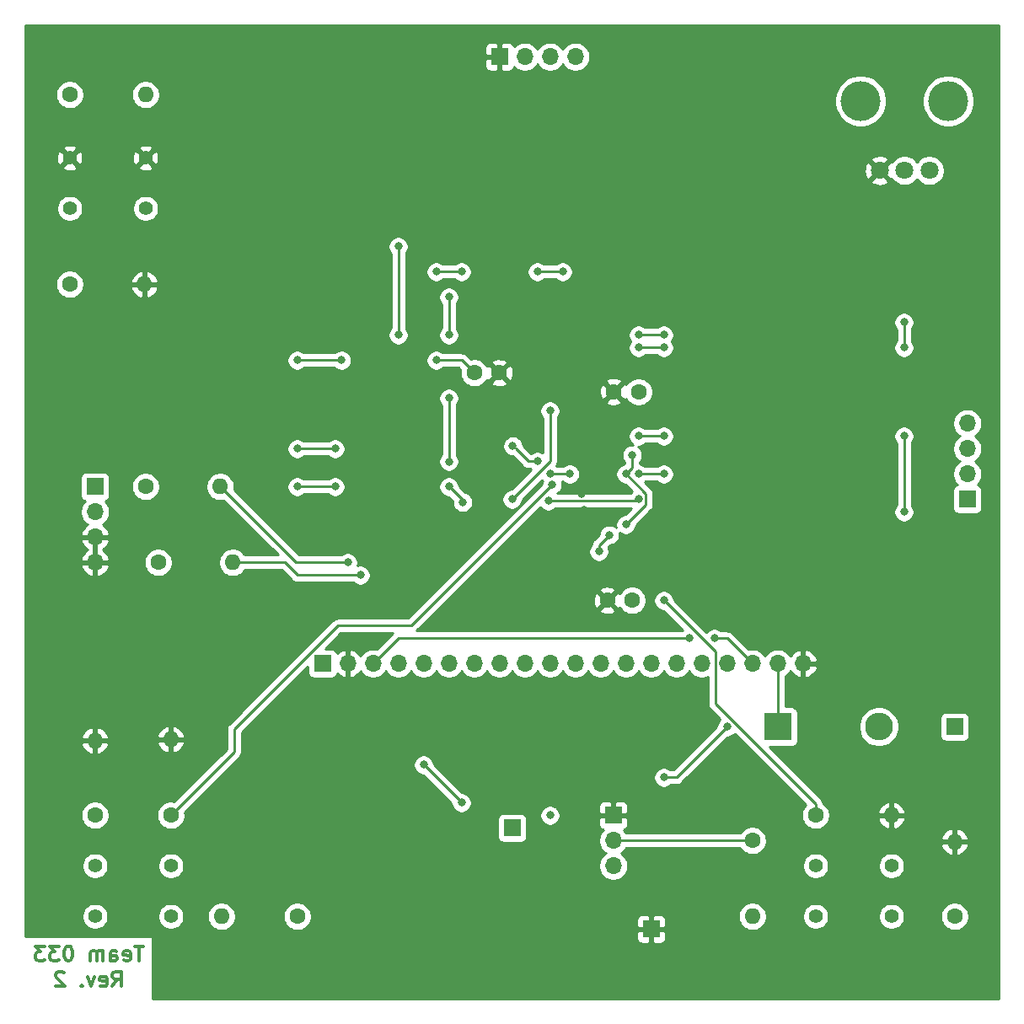
<source format=gbl>
G04 #@! TF.GenerationSoftware,KiCad,Pcbnew,5.1.5-52549c5~84~ubuntu18.04.1*
G04 #@! TF.CreationDate,2019-11-27T13:31:26-05:00*
G04 #@! TF.ProjectId,miniPCB,6d696e69-5043-4422-9e6b-696361645f70,rev?*
G04 #@! TF.SameCoordinates,Original*
G04 #@! TF.FileFunction,Copper,L2,Bot*
G04 #@! TF.FilePolarity,Positive*
%FSLAX46Y46*%
G04 Gerber Fmt 4.6, Leading zero omitted, Abs format (unit mm)*
G04 Created by KiCad (PCBNEW 5.1.5-52549c5~84~ubuntu18.04.1) date 2019-11-27 13:31:26*
%MOMM*%
%LPD*%
G04 APERTURE LIST*
%ADD10C,0.300000*%
%ADD11C,1.600000*%
%ADD12C,1.397000*%
%ADD13C,4.000000*%
%ADD14C,1.800000*%
%ADD15O,1.600000X1.600000*%
%ADD16O,1.700000X1.700000*%
%ADD17R,1.700000X1.700000*%
%ADD18O,2.800000X2.800000*%
%ADD19R,2.800000X2.800000*%
%ADD20C,0.800000*%
%ADD21C,0.250000*%
%ADD22C,0.254000*%
G04 APERTURE END LIST*
D10*
X116589285Y-150303571D02*
X115732142Y-150303571D01*
X116160714Y-151803571D02*
X116160714Y-150303571D01*
X114660714Y-151732142D02*
X114803571Y-151803571D01*
X115089285Y-151803571D01*
X115232142Y-151732142D01*
X115303571Y-151589285D01*
X115303571Y-151017857D01*
X115232142Y-150875000D01*
X115089285Y-150803571D01*
X114803571Y-150803571D01*
X114660714Y-150875000D01*
X114589285Y-151017857D01*
X114589285Y-151160714D01*
X115303571Y-151303571D01*
X113303571Y-151803571D02*
X113303571Y-151017857D01*
X113375000Y-150875000D01*
X113517857Y-150803571D01*
X113803571Y-150803571D01*
X113946428Y-150875000D01*
X113303571Y-151732142D02*
X113446428Y-151803571D01*
X113803571Y-151803571D01*
X113946428Y-151732142D01*
X114017857Y-151589285D01*
X114017857Y-151446428D01*
X113946428Y-151303571D01*
X113803571Y-151232142D01*
X113446428Y-151232142D01*
X113303571Y-151160714D01*
X112589285Y-151803571D02*
X112589285Y-150803571D01*
X112589285Y-150946428D02*
X112517857Y-150875000D01*
X112375000Y-150803571D01*
X112160714Y-150803571D01*
X112017857Y-150875000D01*
X111946428Y-151017857D01*
X111946428Y-151803571D01*
X111946428Y-151017857D02*
X111875000Y-150875000D01*
X111732142Y-150803571D01*
X111517857Y-150803571D01*
X111375000Y-150875000D01*
X111303571Y-151017857D01*
X111303571Y-151803571D01*
X109160714Y-150303571D02*
X109017857Y-150303571D01*
X108875000Y-150375000D01*
X108803571Y-150446428D01*
X108732142Y-150589285D01*
X108660714Y-150875000D01*
X108660714Y-151232142D01*
X108732142Y-151517857D01*
X108803571Y-151660714D01*
X108875000Y-151732142D01*
X109017857Y-151803571D01*
X109160714Y-151803571D01*
X109303571Y-151732142D01*
X109375000Y-151660714D01*
X109446428Y-151517857D01*
X109517857Y-151232142D01*
X109517857Y-150875000D01*
X109446428Y-150589285D01*
X109375000Y-150446428D01*
X109303571Y-150375000D01*
X109160714Y-150303571D01*
X108160714Y-150303571D02*
X107232142Y-150303571D01*
X107732142Y-150875000D01*
X107517857Y-150875000D01*
X107375000Y-150946428D01*
X107303571Y-151017857D01*
X107232142Y-151160714D01*
X107232142Y-151517857D01*
X107303571Y-151660714D01*
X107375000Y-151732142D01*
X107517857Y-151803571D01*
X107946428Y-151803571D01*
X108089285Y-151732142D01*
X108160714Y-151660714D01*
X106732142Y-150303571D02*
X105803571Y-150303571D01*
X106303571Y-150875000D01*
X106089285Y-150875000D01*
X105946428Y-150946428D01*
X105875000Y-151017857D01*
X105803571Y-151160714D01*
X105803571Y-151517857D01*
X105875000Y-151660714D01*
X105946428Y-151732142D01*
X106089285Y-151803571D01*
X106517857Y-151803571D01*
X106660714Y-151732142D01*
X106732142Y-151660714D01*
X113517857Y-154353571D02*
X114017857Y-153639285D01*
X114375000Y-154353571D02*
X114375000Y-152853571D01*
X113803571Y-152853571D01*
X113660714Y-152925000D01*
X113589285Y-152996428D01*
X113517857Y-153139285D01*
X113517857Y-153353571D01*
X113589285Y-153496428D01*
X113660714Y-153567857D01*
X113803571Y-153639285D01*
X114375000Y-153639285D01*
X112303571Y-154282142D02*
X112446428Y-154353571D01*
X112732142Y-154353571D01*
X112875000Y-154282142D01*
X112946428Y-154139285D01*
X112946428Y-153567857D01*
X112875000Y-153425000D01*
X112732142Y-153353571D01*
X112446428Y-153353571D01*
X112303571Y-153425000D01*
X112232142Y-153567857D01*
X112232142Y-153710714D01*
X112946428Y-153853571D01*
X111732142Y-153353571D02*
X111375000Y-154353571D01*
X111017857Y-153353571D01*
X110446428Y-154210714D02*
X110375000Y-154282142D01*
X110446428Y-154353571D01*
X110517857Y-154282142D01*
X110446428Y-154210714D01*
X110446428Y-154353571D01*
X108660714Y-152996428D02*
X108589285Y-152925000D01*
X108446428Y-152853571D01*
X108089285Y-152853571D01*
X107946428Y-152925000D01*
X107875000Y-152996428D01*
X107803571Y-153139285D01*
X107803571Y-153282142D01*
X107875000Y-153496428D01*
X108732142Y-154353571D01*
X107803571Y-154353571D01*
D11*
X152360000Y-92710000D03*
X149860000Y-92710000D03*
X163235000Y-115570000D03*
X165735000Y-115570000D03*
X163870000Y-94615000D03*
X166370000Y-94615000D03*
D12*
X111760000Y-147320000D03*
X111760000Y-142240000D03*
X119380000Y-147320000D03*
X119380000Y-142240000D03*
X184150000Y-147320000D03*
X184150000Y-142240000D03*
X191770000Y-147320000D03*
X191770000Y-142240000D03*
X109220000Y-76200000D03*
X109220000Y-71120000D03*
X116840000Y-76200000D03*
X116840000Y-71120000D03*
D13*
X197480000Y-65390000D03*
X188680000Y-65390000D03*
D14*
X195580000Y-72390000D03*
X193080000Y-72390000D03*
X190580000Y-72390000D03*
D15*
X119380000Y-129540000D03*
D11*
X119380000Y-137160000D03*
D15*
X124460000Y-147320000D03*
D11*
X132080000Y-147320000D03*
D15*
X191770000Y-137160000D03*
D11*
X184150000Y-137160000D03*
D15*
X177800000Y-147320000D03*
D11*
X177800000Y-139700000D03*
D15*
X116840000Y-64770000D03*
D11*
X109220000Y-64770000D03*
D16*
X199390000Y-97790000D03*
X199390000Y-100330000D03*
X199390000Y-102870000D03*
D17*
X199390000Y-105410000D03*
D16*
X111760000Y-111760000D03*
X111760000Y-109220000D03*
X111760000Y-106680000D03*
D17*
X111760000Y-104140000D03*
D16*
X182880000Y-121920000D03*
X180340000Y-121920000D03*
X177800000Y-121920000D03*
X175260000Y-121920000D03*
X172720000Y-121920000D03*
X170180000Y-121920000D03*
X167640000Y-121920000D03*
X165100000Y-121920000D03*
X162560000Y-121920000D03*
X160020000Y-121920000D03*
X157480000Y-121920000D03*
X154940000Y-121920000D03*
X152400000Y-121920000D03*
X149860000Y-121920000D03*
X147320000Y-121920000D03*
X144780000Y-121920000D03*
X142240000Y-121920000D03*
X139700000Y-121920000D03*
X137160000Y-121920000D03*
D17*
X134620000Y-121920000D03*
X198120000Y-128270000D03*
D16*
X160020000Y-60960000D03*
X157480000Y-60960000D03*
X154940000Y-60960000D03*
D17*
X152400000Y-60960000D03*
D16*
X163830000Y-142240000D03*
X163830000Y-139700000D03*
D17*
X163830000Y-137160000D03*
X167640000Y-148590000D03*
X153670000Y-138430000D03*
D18*
X190500000Y-128270000D03*
D19*
X180340000Y-128270000D03*
D15*
X124340000Y-104140000D03*
D11*
X116840000Y-104140000D03*
D15*
X125610000Y-111760000D03*
D11*
X118110000Y-111760000D03*
D15*
X111760000Y-129660000D03*
D11*
X111760000Y-137160000D03*
D15*
X198120000Y-139820000D03*
D11*
X198120000Y-147320000D03*
D15*
X116720000Y-83820000D03*
D11*
X109220000Y-83820000D03*
D20*
X161290000Y-102615000D03*
X160655000Y-104854802D03*
X160922187Y-106504769D03*
X159385000Y-107950000D03*
X161290000Y-100965000D03*
X146050000Y-82550000D03*
X148590000Y-82550000D03*
X156210000Y-82550000D03*
X158750000Y-82550000D03*
X157480000Y-137160000D03*
X142240000Y-80010000D03*
X142240000Y-88900000D03*
X165100000Y-102870000D03*
X165100000Y-107950000D03*
X156210000Y-101600000D03*
X157480000Y-102870000D03*
X159455000Y-102870000D03*
X153730000Y-100055000D03*
X165735000Y-100965000D03*
X132080000Y-91440000D03*
X136525000Y-91440000D03*
X146050000Y-91440000D03*
X162390198Y-110659802D03*
X163416209Y-108998791D03*
X138430000Y-113030000D03*
X137160000Y-111760000D03*
X148590000Y-135890000D03*
X144780000Y-132080000D03*
X157480000Y-96520000D03*
X153670000Y-105410000D03*
X148683358Y-105708358D03*
X147320000Y-104140000D03*
X147320000Y-101615000D03*
X147320000Y-95250000D03*
X147320000Y-88900000D03*
X147320000Y-85090000D03*
X193040000Y-87630000D03*
X193040000Y-90170000D03*
X193040000Y-99060000D03*
X193040000Y-106680000D03*
X171450000Y-119380000D03*
X173990000Y-119380000D03*
X135890000Y-104140000D03*
X132080000Y-104140000D03*
X168910000Y-133350000D03*
X175260000Y-128270000D03*
X135890000Y-100330000D03*
X132080000Y-100330000D03*
X157310198Y-105579802D03*
X166370000Y-105410000D03*
X168910000Y-88900000D03*
X166370000Y-88900000D03*
X166370000Y-90170000D03*
X168910000Y-90170000D03*
X166370000Y-99060000D03*
X168910000Y-99060000D03*
X166370000Y-102870000D03*
X168910000Y-102870000D03*
X168910000Y-115570000D03*
X157700504Y-103919496D03*
D21*
X161290000Y-102615000D02*
X160655000Y-103250000D01*
X160655000Y-103250000D02*
X160655000Y-104854802D01*
X160922187Y-106504769D02*
X160830231Y-106504769D01*
X160830231Y-106504769D02*
X159385000Y-107950000D01*
X161290000Y-100965000D02*
X161290000Y-102615000D01*
X146050000Y-82550000D02*
X148590000Y-82550000D01*
X156210000Y-82550000D02*
X158750000Y-82550000D01*
X163830000Y-139700000D02*
X177800000Y-139700000D01*
X142240000Y-80010000D02*
X142240000Y-88900000D01*
X167095001Y-104865001D02*
X167095001Y-105954999D01*
X167095001Y-105954999D02*
X165100000Y-107950000D01*
X165100000Y-102870000D02*
X167095001Y-104865001D01*
X155275000Y-101600000D02*
X156210000Y-101600000D01*
X157480000Y-102870000D02*
X159455000Y-102870000D01*
X154005000Y-100330000D02*
X155275000Y-101600000D01*
X165735000Y-102235000D02*
X165100000Y-102870000D01*
X165735000Y-100965000D02*
X165735000Y-102235000D01*
X132080000Y-91440000D02*
X136525000Y-91440000D01*
X148590000Y-91440000D02*
X149860000Y-92710000D01*
X146050000Y-91440000D02*
X148590000Y-91440000D01*
X162390198Y-110659802D02*
X162390198Y-110024802D01*
X162390198Y-110024802D02*
X163416209Y-108998791D01*
X138430000Y-113030000D02*
X132080000Y-113030000D01*
X130810000Y-111760000D02*
X125610000Y-111760000D01*
X132080000Y-113030000D02*
X130810000Y-111760000D01*
X124340000Y-104140000D02*
X131960000Y-111760000D01*
X131960000Y-111760000D02*
X137160000Y-111760000D01*
X148590000Y-135890000D02*
X144780000Y-132080000D01*
X180340000Y-128270000D02*
X180340000Y-121920000D01*
X157480000Y-96520000D02*
X157480000Y-101600000D01*
X157480000Y-101600000D02*
X153670000Y-105410000D01*
X148683358Y-105708358D02*
X148683358Y-105503358D01*
X148683358Y-105503358D02*
X147320000Y-104140000D01*
X147320000Y-101615000D02*
X147320000Y-95250000D01*
X147320000Y-88900000D02*
X147320000Y-85090000D01*
X193040000Y-87630000D02*
X193040000Y-90170000D01*
X193040000Y-99060000D02*
X193040000Y-106680000D01*
X139700000Y-121920000D02*
X142240000Y-119380000D01*
X142240000Y-119380000D02*
X171450000Y-119380000D01*
X175260000Y-119380000D02*
X177800000Y-121920000D01*
X173990000Y-119380000D02*
X175260000Y-119380000D01*
X135890000Y-104140000D02*
X132080000Y-104140000D01*
X168910000Y-133350000D02*
X170180000Y-133350000D01*
X170180000Y-133350000D02*
X175260000Y-128270000D01*
X135890000Y-100330000D02*
X132080000Y-100330000D01*
X157310198Y-105579802D02*
X166200198Y-105579802D01*
X166200198Y-105579802D02*
X166370000Y-105410000D01*
X168910000Y-88900000D02*
X166370000Y-88900000D01*
X166370000Y-90170000D02*
X168910000Y-90170000D01*
X166370000Y-99060000D02*
X168910000Y-99060000D01*
X166370000Y-102870000D02*
X168910000Y-102870000D01*
X184150000Y-136028630D02*
X184150000Y-137160000D01*
X174084999Y-125963629D02*
X184150000Y-136028630D01*
X174084999Y-120744999D02*
X174084999Y-125963629D01*
X168910000Y-115570000D02*
X174084999Y-120744999D01*
X125730000Y-128524998D02*
X125730000Y-130810000D01*
X136144998Y-118110000D02*
X125730000Y-128524998D01*
X125730000Y-130810000D02*
X119380000Y-137160000D01*
X157700504Y-103919496D02*
X143510000Y-118110000D01*
X143510000Y-118110000D02*
X136144998Y-118110000D01*
D22*
G36*
X202540001Y-155550000D02*
G01*
X117517143Y-155550000D01*
X117517143Y-149440000D01*
X166151928Y-149440000D01*
X166164188Y-149564482D01*
X166200498Y-149684180D01*
X166259463Y-149794494D01*
X166338815Y-149891185D01*
X166435506Y-149970537D01*
X166545820Y-150029502D01*
X166665518Y-150065812D01*
X166790000Y-150078072D01*
X167354250Y-150075000D01*
X167513000Y-149916250D01*
X167513000Y-148717000D01*
X167767000Y-148717000D01*
X167767000Y-149916250D01*
X167925750Y-150075000D01*
X168490000Y-150078072D01*
X168614482Y-150065812D01*
X168734180Y-150029502D01*
X168844494Y-149970537D01*
X168941185Y-149891185D01*
X169020537Y-149794494D01*
X169079502Y-149684180D01*
X169115812Y-149564482D01*
X169128072Y-149440000D01*
X169125000Y-148875750D01*
X168966250Y-148717000D01*
X167767000Y-148717000D01*
X167513000Y-148717000D01*
X166313750Y-148717000D01*
X166155000Y-148875750D01*
X166151928Y-149440000D01*
X117517143Y-149440000D01*
X117517143Y-149335000D01*
X104800000Y-149335000D01*
X104800000Y-147188662D01*
X110426500Y-147188662D01*
X110426500Y-147451338D01*
X110477746Y-147708968D01*
X110578268Y-147951649D01*
X110724203Y-148170057D01*
X110909943Y-148355797D01*
X111128351Y-148501732D01*
X111371032Y-148602254D01*
X111628662Y-148653500D01*
X111891338Y-148653500D01*
X112148968Y-148602254D01*
X112391649Y-148501732D01*
X112610057Y-148355797D01*
X112795797Y-148170057D01*
X112941732Y-147951649D01*
X113042254Y-147708968D01*
X113093500Y-147451338D01*
X113093500Y-147188662D01*
X118046500Y-147188662D01*
X118046500Y-147451338D01*
X118097746Y-147708968D01*
X118198268Y-147951649D01*
X118344203Y-148170057D01*
X118529943Y-148355797D01*
X118748351Y-148501732D01*
X118991032Y-148602254D01*
X119248662Y-148653500D01*
X119511338Y-148653500D01*
X119768968Y-148602254D01*
X120011649Y-148501732D01*
X120230057Y-148355797D01*
X120415797Y-148170057D01*
X120561732Y-147951649D01*
X120662254Y-147708968D01*
X120713500Y-147451338D01*
X120713500Y-147188662D01*
X120711512Y-147178665D01*
X123025000Y-147178665D01*
X123025000Y-147461335D01*
X123080147Y-147738574D01*
X123188320Y-147999727D01*
X123345363Y-148234759D01*
X123545241Y-148434637D01*
X123780273Y-148591680D01*
X124041426Y-148699853D01*
X124318665Y-148755000D01*
X124601335Y-148755000D01*
X124878574Y-148699853D01*
X125139727Y-148591680D01*
X125374759Y-148434637D01*
X125574637Y-148234759D01*
X125731680Y-147999727D01*
X125839853Y-147738574D01*
X125895000Y-147461335D01*
X125895000Y-147178665D01*
X130645000Y-147178665D01*
X130645000Y-147461335D01*
X130700147Y-147738574D01*
X130808320Y-147999727D01*
X130965363Y-148234759D01*
X131165241Y-148434637D01*
X131400273Y-148591680D01*
X131661426Y-148699853D01*
X131938665Y-148755000D01*
X132221335Y-148755000D01*
X132498574Y-148699853D01*
X132759727Y-148591680D01*
X132994759Y-148434637D01*
X133194637Y-148234759D01*
X133351680Y-147999727D01*
X133459262Y-147740000D01*
X166151928Y-147740000D01*
X166155000Y-148304250D01*
X166313750Y-148463000D01*
X167513000Y-148463000D01*
X167513000Y-147263750D01*
X167767000Y-147263750D01*
X167767000Y-148463000D01*
X168966250Y-148463000D01*
X169125000Y-148304250D01*
X169128072Y-147740000D01*
X169115812Y-147615518D01*
X169079502Y-147495820D01*
X169020537Y-147385506D01*
X168941185Y-147288815D01*
X168844494Y-147209463D01*
X168786876Y-147178665D01*
X176365000Y-147178665D01*
X176365000Y-147461335D01*
X176420147Y-147738574D01*
X176528320Y-147999727D01*
X176685363Y-148234759D01*
X176885241Y-148434637D01*
X177120273Y-148591680D01*
X177381426Y-148699853D01*
X177658665Y-148755000D01*
X177941335Y-148755000D01*
X178218574Y-148699853D01*
X178479727Y-148591680D01*
X178714759Y-148434637D01*
X178914637Y-148234759D01*
X179071680Y-147999727D01*
X179179853Y-147738574D01*
X179235000Y-147461335D01*
X179235000Y-147188662D01*
X182816500Y-147188662D01*
X182816500Y-147451338D01*
X182867746Y-147708968D01*
X182968268Y-147951649D01*
X183114203Y-148170057D01*
X183299943Y-148355797D01*
X183518351Y-148501732D01*
X183761032Y-148602254D01*
X184018662Y-148653500D01*
X184281338Y-148653500D01*
X184538968Y-148602254D01*
X184781649Y-148501732D01*
X185000057Y-148355797D01*
X185185797Y-148170057D01*
X185331732Y-147951649D01*
X185432254Y-147708968D01*
X185483500Y-147451338D01*
X185483500Y-147188662D01*
X190436500Y-147188662D01*
X190436500Y-147451338D01*
X190487746Y-147708968D01*
X190588268Y-147951649D01*
X190734203Y-148170057D01*
X190919943Y-148355797D01*
X191138351Y-148501732D01*
X191381032Y-148602254D01*
X191638662Y-148653500D01*
X191901338Y-148653500D01*
X192158968Y-148602254D01*
X192401649Y-148501732D01*
X192620057Y-148355797D01*
X192805797Y-148170057D01*
X192951732Y-147951649D01*
X193052254Y-147708968D01*
X193103500Y-147451338D01*
X193103500Y-147188662D01*
X193101512Y-147178665D01*
X196685000Y-147178665D01*
X196685000Y-147461335D01*
X196740147Y-147738574D01*
X196848320Y-147999727D01*
X197005363Y-148234759D01*
X197205241Y-148434637D01*
X197440273Y-148591680D01*
X197701426Y-148699853D01*
X197978665Y-148755000D01*
X198261335Y-148755000D01*
X198538574Y-148699853D01*
X198799727Y-148591680D01*
X199034759Y-148434637D01*
X199234637Y-148234759D01*
X199391680Y-147999727D01*
X199499853Y-147738574D01*
X199555000Y-147461335D01*
X199555000Y-147178665D01*
X199499853Y-146901426D01*
X199391680Y-146640273D01*
X199234637Y-146405241D01*
X199034759Y-146205363D01*
X198799727Y-146048320D01*
X198538574Y-145940147D01*
X198261335Y-145885000D01*
X197978665Y-145885000D01*
X197701426Y-145940147D01*
X197440273Y-146048320D01*
X197205241Y-146205363D01*
X197005363Y-146405241D01*
X196848320Y-146640273D01*
X196740147Y-146901426D01*
X196685000Y-147178665D01*
X193101512Y-147178665D01*
X193052254Y-146931032D01*
X192951732Y-146688351D01*
X192805797Y-146469943D01*
X192620057Y-146284203D01*
X192401649Y-146138268D01*
X192158968Y-146037746D01*
X191901338Y-145986500D01*
X191638662Y-145986500D01*
X191381032Y-146037746D01*
X191138351Y-146138268D01*
X190919943Y-146284203D01*
X190734203Y-146469943D01*
X190588268Y-146688351D01*
X190487746Y-146931032D01*
X190436500Y-147188662D01*
X185483500Y-147188662D01*
X185432254Y-146931032D01*
X185331732Y-146688351D01*
X185185797Y-146469943D01*
X185000057Y-146284203D01*
X184781649Y-146138268D01*
X184538968Y-146037746D01*
X184281338Y-145986500D01*
X184018662Y-145986500D01*
X183761032Y-146037746D01*
X183518351Y-146138268D01*
X183299943Y-146284203D01*
X183114203Y-146469943D01*
X182968268Y-146688351D01*
X182867746Y-146931032D01*
X182816500Y-147188662D01*
X179235000Y-147188662D01*
X179235000Y-147178665D01*
X179179853Y-146901426D01*
X179071680Y-146640273D01*
X178914637Y-146405241D01*
X178714759Y-146205363D01*
X178479727Y-146048320D01*
X178218574Y-145940147D01*
X177941335Y-145885000D01*
X177658665Y-145885000D01*
X177381426Y-145940147D01*
X177120273Y-146048320D01*
X176885241Y-146205363D01*
X176685363Y-146405241D01*
X176528320Y-146640273D01*
X176420147Y-146901426D01*
X176365000Y-147178665D01*
X168786876Y-147178665D01*
X168734180Y-147150498D01*
X168614482Y-147114188D01*
X168490000Y-147101928D01*
X167925750Y-147105000D01*
X167767000Y-147263750D01*
X167513000Y-147263750D01*
X167354250Y-147105000D01*
X166790000Y-147101928D01*
X166665518Y-147114188D01*
X166545820Y-147150498D01*
X166435506Y-147209463D01*
X166338815Y-147288815D01*
X166259463Y-147385506D01*
X166200498Y-147495820D01*
X166164188Y-147615518D01*
X166151928Y-147740000D01*
X133459262Y-147740000D01*
X133459853Y-147738574D01*
X133515000Y-147461335D01*
X133515000Y-147178665D01*
X133459853Y-146901426D01*
X133351680Y-146640273D01*
X133194637Y-146405241D01*
X132994759Y-146205363D01*
X132759727Y-146048320D01*
X132498574Y-145940147D01*
X132221335Y-145885000D01*
X131938665Y-145885000D01*
X131661426Y-145940147D01*
X131400273Y-146048320D01*
X131165241Y-146205363D01*
X130965363Y-146405241D01*
X130808320Y-146640273D01*
X130700147Y-146901426D01*
X130645000Y-147178665D01*
X125895000Y-147178665D01*
X125839853Y-146901426D01*
X125731680Y-146640273D01*
X125574637Y-146405241D01*
X125374759Y-146205363D01*
X125139727Y-146048320D01*
X124878574Y-145940147D01*
X124601335Y-145885000D01*
X124318665Y-145885000D01*
X124041426Y-145940147D01*
X123780273Y-146048320D01*
X123545241Y-146205363D01*
X123345363Y-146405241D01*
X123188320Y-146640273D01*
X123080147Y-146901426D01*
X123025000Y-147178665D01*
X120711512Y-147178665D01*
X120662254Y-146931032D01*
X120561732Y-146688351D01*
X120415797Y-146469943D01*
X120230057Y-146284203D01*
X120011649Y-146138268D01*
X119768968Y-146037746D01*
X119511338Y-145986500D01*
X119248662Y-145986500D01*
X118991032Y-146037746D01*
X118748351Y-146138268D01*
X118529943Y-146284203D01*
X118344203Y-146469943D01*
X118198268Y-146688351D01*
X118097746Y-146931032D01*
X118046500Y-147188662D01*
X113093500Y-147188662D01*
X113042254Y-146931032D01*
X112941732Y-146688351D01*
X112795797Y-146469943D01*
X112610057Y-146284203D01*
X112391649Y-146138268D01*
X112148968Y-146037746D01*
X111891338Y-145986500D01*
X111628662Y-145986500D01*
X111371032Y-146037746D01*
X111128351Y-146138268D01*
X110909943Y-146284203D01*
X110724203Y-146469943D01*
X110578268Y-146688351D01*
X110477746Y-146931032D01*
X110426500Y-147188662D01*
X104800000Y-147188662D01*
X104800000Y-142108662D01*
X110426500Y-142108662D01*
X110426500Y-142371338D01*
X110477746Y-142628968D01*
X110578268Y-142871649D01*
X110724203Y-143090057D01*
X110909943Y-143275797D01*
X111128351Y-143421732D01*
X111371032Y-143522254D01*
X111628662Y-143573500D01*
X111891338Y-143573500D01*
X112148968Y-143522254D01*
X112391649Y-143421732D01*
X112610057Y-143275797D01*
X112795797Y-143090057D01*
X112941732Y-142871649D01*
X113042254Y-142628968D01*
X113093500Y-142371338D01*
X113093500Y-142108662D01*
X118046500Y-142108662D01*
X118046500Y-142371338D01*
X118097746Y-142628968D01*
X118198268Y-142871649D01*
X118344203Y-143090057D01*
X118529943Y-143275797D01*
X118748351Y-143421732D01*
X118991032Y-143522254D01*
X119248662Y-143573500D01*
X119511338Y-143573500D01*
X119768968Y-143522254D01*
X120011649Y-143421732D01*
X120230057Y-143275797D01*
X120415797Y-143090057D01*
X120561732Y-142871649D01*
X120662254Y-142628968D01*
X120713500Y-142371338D01*
X120713500Y-142108662D01*
X120662254Y-141851032D01*
X120561732Y-141608351D01*
X120415797Y-141389943D01*
X120230057Y-141204203D01*
X120011649Y-141058268D01*
X119768968Y-140957746D01*
X119511338Y-140906500D01*
X119248662Y-140906500D01*
X118991032Y-140957746D01*
X118748351Y-141058268D01*
X118529943Y-141204203D01*
X118344203Y-141389943D01*
X118198268Y-141608351D01*
X118097746Y-141851032D01*
X118046500Y-142108662D01*
X113093500Y-142108662D01*
X113042254Y-141851032D01*
X112941732Y-141608351D01*
X112795797Y-141389943D01*
X112610057Y-141204203D01*
X112391649Y-141058268D01*
X112148968Y-140957746D01*
X111891338Y-140906500D01*
X111628662Y-140906500D01*
X111371032Y-140957746D01*
X111128351Y-141058268D01*
X110909943Y-141204203D01*
X110724203Y-141389943D01*
X110578268Y-141608351D01*
X110477746Y-141851032D01*
X110426500Y-142108662D01*
X104800000Y-142108662D01*
X104800000Y-137018665D01*
X110325000Y-137018665D01*
X110325000Y-137301335D01*
X110380147Y-137578574D01*
X110488320Y-137839727D01*
X110645363Y-138074759D01*
X110845241Y-138274637D01*
X111080273Y-138431680D01*
X111341426Y-138539853D01*
X111618665Y-138595000D01*
X111901335Y-138595000D01*
X112178574Y-138539853D01*
X112439727Y-138431680D01*
X112674759Y-138274637D01*
X112874637Y-138074759D01*
X113031680Y-137839727D01*
X113139853Y-137578574D01*
X113195000Y-137301335D01*
X113195000Y-137018665D01*
X117945000Y-137018665D01*
X117945000Y-137301335D01*
X118000147Y-137578574D01*
X118108320Y-137839727D01*
X118265363Y-138074759D01*
X118465241Y-138274637D01*
X118700273Y-138431680D01*
X118961426Y-138539853D01*
X119238665Y-138595000D01*
X119521335Y-138595000D01*
X119798574Y-138539853D01*
X120059727Y-138431680D01*
X120294759Y-138274637D01*
X120494637Y-138074759D01*
X120651680Y-137839727D01*
X120759262Y-137580000D01*
X152181928Y-137580000D01*
X152181928Y-139280000D01*
X152194188Y-139404482D01*
X152230498Y-139524180D01*
X152289463Y-139634494D01*
X152368815Y-139731185D01*
X152465506Y-139810537D01*
X152575820Y-139869502D01*
X152695518Y-139905812D01*
X152820000Y-139918072D01*
X154520000Y-139918072D01*
X154644482Y-139905812D01*
X154764180Y-139869502D01*
X154874494Y-139810537D01*
X154971185Y-139731185D01*
X155050537Y-139634494D01*
X155109502Y-139524180D01*
X155145812Y-139404482D01*
X155158072Y-139280000D01*
X155158072Y-137580000D01*
X155145812Y-137455518D01*
X155109502Y-137335820D01*
X155050537Y-137225506D01*
X154971185Y-137128815D01*
X154884971Y-137058061D01*
X156445000Y-137058061D01*
X156445000Y-137261939D01*
X156484774Y-137461898D01*
X156562795Y-137650256D01*
X156676063Y-137819774D01*
X156820226Y-137963937D01*
X156989744Y-138077205D01*
X157178102Y-138155226D01*
X157378061Y-138195000D01*
X157581939Y-138195000D01*
X157781898Y-138155226D01*
X157970256Y-138077205D01*
X158070835Y-138010000D01*
X162341928Y-138010000D01*
X162354188Y-138134482D01*
X162390498Y-138254180D01*
X162449463Y-138364494D01*
X162528815Y-138461185D01*
X162625506Y-138540537D01*
X162735820Y-138599502D01*
X162808380Y-138621513D01*
X162676525Y-138753368D01*
X162514010Y-138996589D01*
X162402068Y-139266842D01*
X162345000Y-139553740D01*
X162345000Y-139846260D01*
X162402068Y-140133158D01*
X162514010Y-140403411D01*
X162676525Y-140646632D01*
X162883368Y-140853475D01*
X163057760Y-140970000D01*
X162883368Y-141086525D01*
X162676525Y-141293368D01*
X162514010Y-141536589D01*
X162402068Y-141806842D01*
X162345000Y-142093740D01*
X162345000Y-142386260D01*
X162402068Y-142673158D01*
X162514010Y-142943411D01*
X162676525Y-143186632D01*
X162883368Y-143393475D01*
X163126589Y-143555990D01*
X163396842Y-143667932D01*
X163683740Y-143725000D01*
X163976260Y-143725000D01*
X164263158Y-143667932D01*
X164533411Y-143555990D01*
X164776632Y-143393475D01*
X164983475Y-143186632D01*
X165145990Y-142943411D01*
X165257932Y-142673158D01*
X165315000Y-142386260D01*
X165315000Y-142108662D01*
X182816500Y-142108662D01*
X182816500Y-142371338D01*
X182867746Y-142628968D01*
X182968268Y-142871649D01*
X183114203Y-143090057D01*
X183299943Y-143275797D01*
X183518351Y-143421732D01*
X183761032Y-143522254D01*
X184018662Y-143573500D01*
X184281338Y-143573500D01*
X184538968Y-143522254D01*
X184781649Y-143421732D01*
X185000057Y-143275797D01*
X185185797Y-143090057D01*
X185331732Y-142871649D01*
X185432254Y-142628968D01*
X185483500Y-142371338D01*
X185483500Y-142108662D01*
X190436500Y-142108662D01*
X190436500Y-142371338D01*
X190487746Y-142628968D01*
X190588268Y-142871649D01*
X190734203Y-143090057D01*
X190919943Y-143275797D01*
X191138351Y-143421732D01*
X191381032Y-143522254D01*
X191638662Y-143573500D01*
X191901338Y-143573500D01*
X192158968Y-143522254D01*
X192401649Y-143421732D01*
X192620057Y-143275797D01*
X192805797Y-143090057D01*
X192951732Y-142871649D01*
X193052254Y-142628968D01*
X193103500Y-142371338D01*
X193103500Y-142108662D01*
X193052254Y-141851032D01*
X192951732Y-141608351D01*
X192805797Y-141389943D01*
X192620057Y-141204203D01*
X192401649Y-141058268D01*
X192158968Y-140957746D01*
X191901338Y-140906500D01*
X191638662Y-140906500D01*
X191381032Y-140957746D01*
X191138351Y-141058268D01*
X190919943Y-141204203D01*
X190734203Y-141389943D01*
X190588268Y-141608351D01*
X190487746Y-141851032D01*
X190436500Y-142108662D01*
X185483500Y-142108662D01*
X185432254Y-141851032D01*
X185331732Y-141608351D01*
X185185797Y-141389943D01*
X185000057Y-141204203D01*
X184781649Y-141058268D01*
X184538968Y-140957746D01*
X184281338Y-140906500D01*
X184018662Y-140906500D01*
X183761032Y-140957746D01*
X183518351Y-141058268D01*
X183299943Y-141204203D01*
X183114203Y-141389943D01*
X182968268Y-141608351D01*
X182867746Y-141851032D01*
X182816500Y-142108662D01*
X165315000Y-142108662D01*
X165315000Y-142093740D01*
X165257932Y-141806842D01*
X165145990Y-141536589D01*
X164983475Y-141293368D01*
X164776632Y-141086525D01*
X164602240Y-140970000D01*
X164776632Y-140853475D01*
X164983475Y-140646632D01*
X165108178Y-140460000D01*
X176581957Y-140460000D01*
X176685363Y-140614759D01*
X176885241Y-140814637D01*
X177120273Y-140971680D01*
X177381426Y-141079853D01*
X177658665Y-141135000D01*
X177941335Y-141135000D01*
X178218574Y-141079853D01*
X178479727Y-140971680D01*
X178714759Y-140814637D01*
X178914637Y-140614759D01*
X179071680Y-140379727D01*
X179158949Y-140169040D01*
X196728091Y-140169040D01*
X196822930Y-140433881D01*
X196967615Y-140675131D01*
X197156586Y-140883519D01*
X197382580Y-141051037D01*
X197636913Y-141171246D01*
X197770961Y-141211904D01*
X197993000Y-141089915D01*
X197993000Y-139947000D01*
X198247000Y-139947000D01*
X198247000Y-141089915D01*
X198469039Y-141211904D01*
X198603087Y-141171246D01*
X198857420Y-141051037D01*
X199083414Y-140883519D01*
X199272385Y-140675131D01*
X199417070Y-140433881D01*
X199511909Y-140169040D01*
X199390624Y-139947000D01*
X198247000Y-139947000D01*
X197993000Y-139947000D01*
X196849376Y-139947000D01*
X196728091Y-140169040D01*
X179158949Y-140169040D01*
X179179853Y-140118574D01*
X179235000Y-139841335D01*
X179235000Y-139558665D01*
X179217555Y-139470960D01*
X196728091Y-139470960D01*
X196849376Y-139693000D01*
X197993000Y-139693000D01*
X197993000Y-138550085D01*
X198247000Y-138550085D01*
X198247000Y-139693000D01*
X199390624Y-139693000D01*
X199511909Y-139470960D01*
X199417070Y-139206119D01*
X199272385Y-138964869D01*
X199083414Y-138756481D01*
X198857420Y-138588963D01*
X198603087Y-138468754D01*
X198469039Y-138428096D01*
X198247000Y-138550085D01*
X197993000Y-138550085D01*
X197770961Y-138428096D01*
X197636913Y-138468754D01*
X197382580Y-138588963D01*
X197156586Y-138756481D01*
X196967615Y-138964869D01*
X196822930Y-139206119D01*
X196728091Y-139470960D01*
X179217555Y-139470960D01*
X179179853Y-139281426D01*
X179071680Y-139020273D01*
X178914637Y-138785241D01*
X178714759Y-138585363D01*
X178479727Y-138428320D01*
X178218574Y-138320147D01*
X177941335Y-138265000D01*
X177658665Y-138265000D01*
X177381426Y-138320147D01*
X177120273Y-138428320D01*
X176885241Y-138585363D01*
X176685363Y-138785241D01*
X176581957Y-138940000D01*
X165108178Y-138940000D01*
X164983475Y-138753368D01*
X164851620Y-138621513D01*
X164924180Y-138599502D01*
X165034494Y-138540537D01*
X165131185Y-138461185D01*
X165210537Y-138364494D01*
X165269502Y-138254180D01*
X165305812Y-138134482D01*
X165318072Y-138010000D01*
X165315000Y-137445750D01*
X165156250Y-137287000D01*
X163957000Y-137287000D01*
X163957000Y-137307000D01*
X163703000Y-137307000D01*
X163703000Y-137287000D01*
X162503750Y-137287000D01*
X162345000Y-137445750D01*
X162341928Y-138010000D01*
X158070835Y-138010000D01*
X158139774Y-137963937D01*
X158283937Y-137819774D01*
X158397205Y-137650256D01*
X158475226Y-137461898D01*
X158515000Y-137261939D01*
X158515000Y-137058061D01*
X158475226Y-136858102D01*
X158397205Y-136669744D01*
X158283937Y-136500226D01*
X158139774Y-136356063D01*
X158070836Y-136310000D01*
X162341928Y-136310000D01*
X162345000Y-136874250D01*
X162503750Y-137033000D01*
X163703000Y-137033000D01*
X163703000Y-135833750D01*
X163957000Y-135833750D01*
X163957000Y-137033000D01*
X165156250Y-137033000D01*
X165315000Y-136874250D01*
X165318072Y-136310000D01*
X165305812Y-136185518D01*
X165269502Y-136065820D01*
X165210537Y-135955506D01*
X165131185Y-135858815D01*
X165034494Y-135779463D01*
X164924180Y-135720498D01*
X164804482Y-135684188D01*
X164680000Y-135671928D01*
X164115750Y-135675000D01*
X163957000Y-135833750D01*
X163703000Y-135833750D01*
X163544250Y-135675000D01*
X162980000Y-135671928D01*
X162855518Y-135684188D01*
X162735820Y-135720498D01*
X162625506Y-135779463D01*
X162528815Y-135858815D01*
X162449463Y-135955506D01*
X162390498Y-136065820D01*
X162354188Y-136185518D01*
X162341928Y-136310000D01*
X158070836Y-136310000D01*
X157970256Y-136242795D01*
X157781898Y-136164774D01*
X157581939Y-136125000D01*
X157378061Y-136125000D01*
X157178102Y-136164774D01*
X156989744Y-136242795D01*
X156820226Y-136356063D01*
X156676063Y-136500226D01*
X156562795Y-136669744D01*
X156484774Y-136858102D01*
X156445000Y-137058061D01*
X154884971Y-137058061D01*
X154874494Y-137049463D01*
X154764180Y-136990498D01*
X154644482Y-136954188D01*
X154520000Y-136941928D01*
X152820000Y-136941928D01*
X152695518Y-136954188D01*
X152575820Y-136990498D01*
X152465506Y-137049463D01*
X152368815Y-137128815D01*
X152289463Y-137225506D01*
X152230498Y-137335820D01*
X152194188Y-137455518D01*
X152181928Y-137580000D01*
X120759262Y-137580000D01*
X120759853Y-137578574D01*
X120815000Y-137301335D01*
X120815000Y-137018665D01*
X120778688Y-136836113D01*
X125636740Y-131978061D01*
X143745000Y-131978061D01*
X143745000Y-132181939D01*
X143784774Y-132381898D01*
X143862795Y-132570256D01*
X143976063Y-132739774D01*
X144120226Y-132883937D01*
X144289744Y-132997205D01*
X144478102Y-133075226D01*
X144678061Y-133115000D01*
X144740199Y-133115000D01*
X147555000Y-135929802D01*
X147555000Y-135991939D01*
X147594774Y-136191898D01*
X147672795Y-136380256D01*
X147786063Y-136549774D01*
X147930226Y-136693937D01*
X148099744Y-136807205D01*
X148288102Y-136885226D01*
X148488061Y-136925000D01*
X148691939Y-136925000D01*
X148891898Y-136885226D01*
X149080256Y-136807205D01*
X149249774Y-136693937D01*
X149393937Y-136549774D01*
X149507205Y-136380256D01*
X149585226Y-136191898D01*
X149625000Y-135991939D01*
X149625000Y-135788061D01*
X149585226Y-135588102D01*
X149507205Y-135399744D01*
X149393937Y-135230226D01*
X149249774Y-135086063D01*
X149080256Y-134972795D01*
X148891898Y-134894774D01*
X148691939Y-134855000D01*
X148629802Y-134855000D01*
X145815000Y-132040199D01*
X145815000Y-131978061D01*
X145775226Y-131778102D01*
X145697205Y-131589744D01*
X145583937Y-131420226D01*
X145439774Y-131276063D01*
X145270256Y-131162795D01*
X145081898Y-131084774D01*
X144881939Y-131045000D01*
X144678061Y-131045000D01*
X144478102Y-131084774D01*
X144289744Y-131162795D01*
X144120226Y-131276063D01*
X143976063Y-131420226D01*
X143862795Y-131589744D01*
X143784774Y-131778102D01*
X143745000Y-131978061D01*
X125636740Y-131978061D01*
X126241003Y-131373799D01*
X126270001Y-131350001D01*
X126297639Y-131316324D01*
X126364974Y-131234277D01*
X126435546Y-131102247D01*
X126463150Y-131011246D01*
X126479003Y-130958986D01*
X126490000Y-130847333D01*
X126490000Y-130847324D01*
X126493676Y-130810001D01*
X126490000Y-130772678D01*
X126490000Y-128839799D01*
X133131928Y-122197872D01*
X133131928Y-122770000D01*
X133144188Y-122894482D01*
X133180498Y-123014180D01*
X133239463Y-123124494D01*
X133318815Y-123221185D01*
X133415506Y-123300537D01*
X133525820Y-123359502D01*
X133645518Y-123395812D01*
X133770000Y-123408072D01*
X135470000Y-123408072D01*
X135594482Y-123395812D01*
X135714180Y-123359502D01*
X135824494Y-123300537D01*
X135921185Y-123221185D01*
X136000537Y-123124494D01*
X136059502Y-123014180D01*
X136083966Y-122933534D01*
X136159731Y-123017588D01*
X136393080Y-123191641D01*
X136655901Y-123316825D01*
X136803110Y-123361476D01*
X137033000Y-123240155D01*
X137033000Y-122047000D01*
X137013000Y-122047000D01*
X137013000Y-121793000D01*
X137033000Y-121793000D01*
X137033000Y-120599845D01*
X136803110Y-120478524D01*
X136655901Y-120523175D01*
X136393080Y-120648359D01*
X136159731Y-120822412D01*
X136083966Y-120906466D01*
X136059502Y-120825820D01*
X136000537Y-120715506D01*
X135921185Y-120618815D01*
X135824494Y-120539463D01*
X135714180Y-120480498D01*
X135594482Y-120444188D01*
X135470000Y-120431928D01*
X134897873Y-120431928D01*
X136459801Y-118870000D01*
X141675197Y-118870000D01*
X140066408Y-120478790D01*
X139846260Y-120435000D01*
X139553740Y-120435000D01*
X139266842Y-120492068D01*
X138996589Y-120604010D01*
X138753368Y-120766525D01*
X138546525Y-120973368D01*
X138424805Y-121155534D01*
X138355178Y-121038645D01*
X138160269Y-120822412D01*
X137926920Y-120648359D01*
X137664099Y-120523175D01*
X137516890Y-120478524D01*
X137287000Y-120599845D01*
X137287000Y-121793000D01*
X137307000Y-121793000D01*
X137307000Y-122047000D01*
X137287000Y-122047000D01*
X137287000Y-123240155D01*
X137516890Y-123361476D01*
X137664099Y-123316825D01*
X137926920Y-123191641D01*
X138160269Y-123017588D01*
X138355178Y-122801355D01*
X138424805Y-122684466D01*
X138546525Y-122866632D01*
X138753368Y-123073475D01*
X138996589Y-123235990D01*
X139266842Y-123347932D01*
X139553740Y-123405000D01*
X139846260Y-123405000D01*
X140133158Y-123347932D01*
X140403411Y-123235990D01*
X140646632Y-123073475D01*
X140853475Y-122866632D01*
X140970000Y-122692240D01*
X141086525Y-122866632D01*
X141293368Y-123073475D01*
X141536589Y-123235990D01*
X141806842Y-123347932D01*
X142093740Y-123405000D01*
X142386260Y-123405000D01*
X142673158Y-123347932D01*
X142943411Y-123235990D01*
X143186632Y-123073475D01*
X143393475Y-122866632D01*
X143510000Y-122692240D01*
X143626525Y-122866632D01*
X143833368Y-123073475D01*
X144076589Y-123235990D01*
X144346842Y-123347932D01*
X144633740Y-123405000D01*
X144926260Y-123405000D01*
X145213158Y-123347932D01*
X145483411Y-123235990D01*
X145726632Y-123073475D01*
X145933475Y-122866632D01*
X146050000Y-122692240D01*
X146166525Y-122866632D01*
X146373368Y-123073475D01*
X146616589Y-123235990D01*
X146886842Y-123347932D01*
X147173740Y-123405000D01*
X147466260Y-123405000D01*
X147753158Y-123347932D01*
X148023411Y-123235990D01*
X148266632Y-123073475D01*
X148473475Y-122866632D01*
X148590000Y-122692240D01*
X148706525Y-122866632D01*
X148913368Y-123073475D01*
X149156589Y-123235990D01*
X149426842Y-123347932D01*
X149713740Y-123405000D01*
X150006260Y-123405000D01*
X150293158Y-123347932D01*
X150563411Y-123235990D01*
X150806632Y-123073475D01*
X151013475Y-122866632D01*
X151130000Y-122692240D01*
X151246525Y-122866632D01*
X151453368Y-123073475D01*
X151696589Y-123235990D01*
X151966842Y-123347932D01*
X152253740Y-123405000D01*
X152546260Y-123405000D01*
X152833158Y-123347932D01*
X153103411Y-123235990D01*
X153346632Y-123073475D01*
X153553475Y-122866632D01*
X153670000Y-122692240D01*
X153786525Y-122866632D01*
X153993368Y-123073475D01*
X154236589Y-123235990D01*
X154506842Y-123347932D01*
X154793740Y-123405000D01*
X155086260Y-123405000D01*
X155373158Y-123347932D01*
X155643411Y-123235990D01*
X155886632Y-123073475D01*
X156093475Y-122866632D01*
X156210000Y-122692240D01*
X156326525Y-122866632D01*
X156533368Y-123073475D01*
X156776589Y-123235990D01*
X157046842Y-123347932D01*
X157333740Y-123405000D01*
X157626260Y-123405000D01*
X157913158Y-123347932D01*
X158183411Y-123235990D01*
X158426632Y-123073475D01*
X158633475Y-122866632D01*
X158750000Y-122692240D01*
X158866525Y-122866632D01*
X159073368Y-123073475D01*
X159316589Y-123235990D01*
X159586842Y-123347932D01*
X159873740Y-123405000D01*
X160166260Y-123405000D01*
X160453158Y-123347932D01*
X160723411Y-123235990D01*
X160966632Y-123073475D01*
X161173475Y-122866632D01*
X161290000Y-122692240D01*
X161406525Y-122866632D01*
X161613368Y-123073475D01*
X161856589Y-123235990D01*
X162126842Y-123347932D01*
X162413740Y-123405000D01*
X162706260Y-123405000D01*
X162993158Y-123347932D01*
X163263411Y-123235990D01*
X163506632Y-123073475D01*
X163713475Y-122866632D01*
X163830000Y-122692240D01*
X163946525Y-122866632D01*
X164153368Y-123073475D01*
X164396589Y-123235990D01*
X164666842Y-123347932D01*
X164953740Y-123405000D01*
X165246260Y-123405000D01*
X165533158Y-123347932D01*
X165803411Y-123235990D01*
X166046632Y-123073475D01*
X166253475Y-122866632D01*
X166370000Y-122692240D01*
X166486525Y-122866632D01*
X166693368Y-123073475D01*
X166936589Y-123235990D01*
X167206842Y-123347932D01*
X167493740Y-123405000D01*
X167786260Y-123405000D01*
X168073158Y-123347932D01*
X168343411Y-123235990D01*
X168586632Y-123073475D01*
X168793475Y-122866632D01*
X168910000Y-122692240D01*
X169026525Y-122866632D01*
X169233368Y-123073475D01*
X169476589Y-123235990D01*
X169746842Y-123347932D01*
X170033740Y-123405000D01*
X170326260Y-123405000D01*
X170613158Y-123347932D01*
X170883411Y-123235990D01*
X171126632Y-123073475D01*
X171333475Y-122866632D01*
X171450000Y-122692240D01*
X171566525Y-122866632D01*
X171773368Y-123073475D01*
X172016589Y-123235990D01*
X172286842Y-123347932D01*
X172573740Y-123405000D01*
X172866260Y-123405000D01*
X173153158Y-123347932D01*
X173324999Y-123276753D01*
X173325000Y-125926297D01*
X173321323Y-125963629D01*
X173335997Y-126112614D01*
X173379453Y-126255875D01*
X173450025Y-126387905D01*
X173514615Y-126466607D01*
X173544999Y-126503630D01*
X173573997Y-126527428D01*
X174556429Y-127509860D01*
X174456063Y-127610226D01*
X174342795Y-127779744D01*
X174264774Y-127968102D01*
X174225000Y-128168061D01*
X174225000Y-128230198D01*
X169865199Y-132590000D01*
X169613711Y-132590000D01*
X169569774Y-132546063D01*
X169400256Y-132432795D01*
X169211898Y-132354774D01*
X169011939Y-132315000D01*
X168808061Y-132315000D01*
X168608102Y-132354774D01*
X168419744Y-132432795D01*
X168250226Y-132546063D01*
X168106063Y-132690226D01*
X167992795Y-132859744D01*
X167914774Y-133048102D01*
X167875000Y-133248061D01*
X167875000Y-133451939D01*
X167914774Y-133651898D01*
X167992795Y-133840256D01*
X168106063Y-134009774D01*
X168250226Y-134153937D01*
X168419744Y-134267205D01*
X168608102Y-134345226D01*
X168808061Y-134385000D01*
X169011939Y-134385000D01*
X169211898Y-134345226D01*
X169400256Y-134267205D01*
X169569774Y-134153937D01*
X169613711Y-134110000D01*
X170142678Y-134110000D01*
X170180000Y-134113676D01*
X170217322Y-134110000D01*
X170217333Y-134110000D01*
X170328986Y-134099003D01*
X170472247Y-134055546D01*
X170604276Y-133984974D01*
X170720001Y-133890001D01*
X170743804Y-133860997D01*
X175299802Y-129305000D01*
X175361939Y-129305000D01*
X175561898Y-129265226D01*
X175750256Y-129187205D01*
X175919774Y-129073937D01*
X176020140Y-128973571D01*
X183163586Y-136117018D01*
X183035363Y-136245241D01*
X182878320Y-136480273D01*
X182770147Y-136741426D01*
X182715000Y-137018665D01*
X182715000Y-137301335D01*
X182770147Y-137578574D01*
X182878320Y-137839727D01*
X183035363Y-138074759D01*
X183235241Y-138274637D01*
X183470273Y-138431680D01*
X183731426Y-138539853D01*
X184008665Y-138595000D01*
X184291335Y-138595000D01*
X184568574Y-138539853D01*
X184829727Y-138431680D01*
X185064759Y-138274637D01*
X185264637Y-138074759D01*
X185421680Y-137839727D01*
X185529853Y-137578574D01*
X185543684Y-137509039D01*
X190378096Y-137509039D01*
X190418754Y-137643087D01*
X190538963Y-137897420D01*
X190706481Y-138123414D01*
X190914869Y-138312385D01*
X191156119Y-138457070D01*
X191420960Y-138551909D01*
X191643000Y-138430624D01*
X191643000Y-137287000D01*
X191897000Y-137287000D01*
X191897000Y-138430624D01*
X192119040Y-138551909D01*
X192383881Y-138457070D01*
X192625131Y-138312385D01*
X192833519Y-138123414D01*
X193001037Y-137897420D01*
X193121246Y-137643087D01*
X193161904Y-137509039D01*
X193039915Y-137287000D01*
X191897000Y-137287000D01*
X191643000Y-137287000D01*
X190500085Y-137287000D01*
X190378096Y-137509039D01*
X185543684Y-137509039D01*
X185585000Y-137301335D01*
X185585000Y-137018665D01*
X185543685Y-136810961D01*
X190378096Y-136810961D01*
X190500085Y-137033000D01*
X191643000Y-137033000D01*
X191643000Y-135889376D01*
X191897000Y-135889376D01*
X191897000Y-137033000D01*
X193039915Y-137033000D01*
X193161904Y-136810961D01*
X193121246Y-136676913D01*
X193001037Y-136422580D01*
X192833519Y-136196586D01*
X192625131Y-136007615D01*
X192383881Y-135862930D01*
X192119040Y-135768091D01*
X191897000Y-135889376D01*
X191643000Y-135889376D01*
X191420960Y-135768091D01*
X191156119Y-135862930D01*
X190914869Y-136007615D01*
X190706481Y-136196586D01*
X190538963Y-136422580D01*
X190418754Y-136676913D01*
X190378096Y-136810961D01*
X185543685Y-136810961D01*
X185529853Y-136741426D01*
X185421680Y-136480273D01*
X185264637Y-136245241D01*
X185064759Y-136045363D01*
X184904798Y-135938481D01*
X184899003Y-135879644D01*
X184855546Y-135736383D01*
X184784975Y-135604355D01*
X184784974Y-135604353D01*
X184713799Y-135517627D01*
X184690001Y-135488629D01*
X184661004Y-135464832D01*
X179504243Y-130308072D01*
X181740000Y-130308072D01*
X181864482Y-130295812D01*
X181984180Y-130259502D01*
X182094494Y-130200537D01*
X182191185Y-130121185D01*
X182270537Y-130024494D01*
X182329502Y-129914180D01*
X182365812Y-129794482D01*
X182378072Y-129670000D01*
X182378072Y-128069570D01*
X188465000Y-128069570D01*
X188465000Y-128470430D01*
X188543204Y-128863587D01*
X188696607Y-129233934D01*
X188919313Y-129567237D01*
X189202763Y-129850687D01*
X189536066Y-130073393D01*
X189906413Y-130226796D01*
X190299570Y-130305000D01*
X190700430Y-130305000D01*
X191093587Y-130226796D01*
X191463934Y-130073393D01*
X191797237Y-129850687D01*
X192080687Y-129567237D01*
X192303393Y-129233934D01*
X192456796Y-128863587D01*
X192535000Y-128470430D01*
X192535000Y-128069570D01*
X192456796Y-127676413D01*
X192350587Y-127420000D01*
X196631928Y-127420000D01*
X196631928Y-129120000D01*
X196644188Y-129244482D01*
X196680498Y-129364180D01*
X196739463Y-129474494D01*
X196818815Y-129571185D01*
X196915506Y-129650537D01*
X197025820Y-129709502D01*
X197145518Y-129745812D01*
X197270000Y-129758072D01*
X198970000Y-129758072D01*
X199094482Y-129745812D01*
X199214180Y-129709502D01*
X199324494Y-129650537D01*
X199421185Y-129571185D01*
X199500537Y-129474494D01*
X199559502Y-129364180D01*
X199595812Y-129244482D01*
X199608072Y-129120000D01*
X199608072Y-127420000D01*
X199595812Y-127295518D01*
X199559502Y-127175820D01*
X199500537Y-127065506D01*
X199421185Y-126968815D01*
X199324494Y-126889463D01*
X199214180Y-126830498D01*
X199094482Y-126794188D01*
X198970000Y-126781928D01*
X197270000Y-126781928D01*
X197145518Y-126794188D01*
X197025820Y-126830498D01*
X196915506Y-126889463D01*
X196818815Y-126968815D01*
X196739463Y-127065506D01*
X196680498Y-127175820D01*
X196644188Y-127295518D01*
X196631928Y-127420000D01*
X192350587Y-127420000D01*
X192303393Y-127306066D01*
X192080687Y-126972763D01*
X191797237Y-126689313D01*
X191463934Y-126466607D01*
X191093587Y-126313204D01*
X190700430Y-126235000D01*
X190299570Y-126235000D01*
X189906413Y-126313204D01*
X189536066Y-126466607D01*
X189202763Y-126689313D01*
X188919313Y-126972763D01*
X188696607Y-127306066D01*
X188543204Y-127676413D01*
X188465000Y-128069570D01*
X182378072Y-128069570D01*
X182378072Y-126870000D01*
X182365812Y-126745518D01*
X182329502Y-126625820D01*
X182270537Y-126515506D01*
X182191185Y-126418815D01*
X182094494Y-126339463D01*
X181984180Y-126280498D01*
X181864482Y-126244188D01*
X181740000Y-126231928D01*
X181100000Y-126231928D01*
X181100000Y-123198178D01*
X181286632Y-123073475D01*
X181493475Y-122866632D01*
X181615195Y-122684466D01*
X181684822Y-122801355D01*
X181879731Y-123017588D01*
X182113080Y-123191641D01*
X182375901Y-123316825D01*
X182523110Y-123361476D01*
X182753000Y-123240155D01*
X182753000Y-122047000D01*
X183007000Y-122047000D01*
X183007000Y-123240155D01*
X183236890Y-123361476D01*
X183384099Y-123316825D01*
X183646920Y-123191641D01*
X183880269Y-123017588D01*
X184075178Y-122801355D01*
X184224157Y-122551252D01*
X184321481Y-122276891D01*
X184200814Y-122047000D01*
X183007000Y-122047000D01*
X182753000Y-122047000D01*
X182733000Y-122047000D01*
X182733000Y-121793000D01*
X182753000Y-121793000D01*
X182753000Y-120599845D01*
X183007000Y-120599845D01*
X183007000Y-121793000D01*
X184200814Y-121793000D01*
X184321481Y-121563109D01*
X184224157Y-121288748D01*
X184075178Y-121038645D01*
X183880269Y-120822412D01*
X183646920Y-120648359D01*
X183384099Y-120523175D01*
X183236890Y-120478524D01*
X183007000Y-120599845D01*
X182753000Y-120599845D01*
X182523110Y-120478524D01*
X182375901Y-120523175D01*
X182113080Y-120648359D01*
X181879731Y-120822412D01*
X181684822Y-121038645D01*
X181615195Y-121155534D01*
X181493475Y-120973368D01*
X181286632Y-120766525D01*
X181043411Y-120604010D01*
X180773158Y-120492068D01*
X180486260Y-120435000D01*
X180193740Y-120435000D01*
X179906842Y-120492068D01*
X179636589Y-120604010D01*
X179393368Y-120766525D01*
X179186525Y-120973368D01*
X179070000Y-121147760D01*
X178953475Y-120973368D01*
X178746632Y-120766525D01*
X178503411Y-120604010D01*
X178233158Y-120492068D01*
X177946260Y-120435000D01*
X177653740Y-120435000D01*
X177433593Y-120478790D01*
X175823804Y-118869003D01*
X175800001Y-118839999D01*
X175684276Y-118745026D01*
X175552247Y-118674454D01*
X175408986Y-118630997D01*
X175297333Y-118620000D01*
X175297322Y-118620000D01*
X175260000Y-118616324D01*
X175222678Y-118620000D01*
X174693711Y-118620000D01*
X174649774Y-118576063D01*
X174480256Y-118462795D01*
X174291898Y-118384774D01*
X174091939Y-118345000D01*
X173888061Y-118345000D01*
X173688102Y-118384774D01*
X173499744Y-118462795D01*
X173330226Y-118576063D01*
X173186063Y-118720226D01*
X173165621Y-118750819D01*
X169945000Y-115530199D01*
X169945000Y-115468061D01*
X169905226Y-115268102D01*
X169827205Y-115079744D01*
X169713937Y-114910226D01*
X169569774Y-114766063D01*
X169400256Y-114652795D01*
X169211898Y-114574774D01*
X169011939Y-114535000D01*
X168808061Y-114535000D01*
X168608102Y-114574774D01*
X168419744Y-114652795D01*
X168250226Y-114766063D01*
X168106063Y-114910226D01*
X167992795Y-115079744D01*
X167914774Y-115268102D01*
X167875000Y-115468061D01*
X167875000Y-115671939D01*
X167914774Y-115871898D01*
X167992795Y-116060256D01*
X168106063Y-116229774D01*
X168250226Y-116373937D01*
X168419744Y-116487205D01*
X168608102Y-116565226D01*
X168808061Y-116605000D01*
X168870199Y-116605000D01*
X170820820Y-118555621D01*
X170790226Y-118576063D01*
X170746289Y-118620000D01*
X144074801Y-118620000D01*
X146132099Y-116562702D01*
X162421903Y-116562702D01*
X162493486Y-116806671D01*
X162748996Y-116927571D01*
X163023184Y-116996300D01*
X163305512Y-117010217D01*
X163585130Y-116968787D01*
X163851292Y-116873603D01*
X163976514Y-116806671D01*
X164048097Y-116562702D01*
X163235000Y-115749605D01*
X162421903Y-116562702D01*
X146132099Y-116562702D01*
X147054289Y-115640512D01*
X161794783Y-115640512D01*
X161836213Y-115920130D01*
X161931397Y-116186292D01*
X161998329Y-116311514D01*
X162242298Y-116383097D01*
X163055395Y-115570000D01*
X163414605Y-115570000D01*
X164227702Y-116383097D01*
X164471671Y-116311514D01*
X164485324Y-116282659D01*
X164620363Y-116484759D01*
X164820241Y-116684637D01*
X165055273Y-116841680D01*
X165316426Y-116949853D01*
X165593665Y-117005000D01*
X165876335Y-117005000D01*
X166153574Y-116949853D01*
X166414727Y-116841680D01*
X166649759Y-116684637D01*
X166849637Y-116484759D01*
X167006680Y-116249727D01*
X167114853Y-115988574D01*
X167170000Y-115711335D01*
X167170000Y-115428665D01*
X167114853Y-115151426D01*
X167006680Y-114890273D01*
X166849637Y-114655241D01*
X166649759Y-114455363D01*
X166414727Y-114298320D01*
X166153574Y-114190147D01*
X165876335Y-114135000D01*
X165593665Y-114135000D01*
X165316426Y-114190147D01*
X165055273Y-114298320D01*
X164820241Y-114455363D01*
X164620363Y-114655241D01*
X164486308Y-114855869D01*
X164471671Y-114828486D01*
X164227702Y-114756903D01*
X163414605Y-115570000D01*
X163055395Y-115570000D01*
X162242298Y-114756903D01*
X161998329Y-114828486D01*
X161877429Y-115083996D01*
X161808700Y-115358184D01*
X161794783Y-115640512D01*
X147054289Y-115640512D01*
X148117503Y-114577298D01*
X162421903Y-114577298D01*
X163235000Y-115390395D01*
X164048097Y-114577298D01*
X163976514Y-114333329D01*
X163721004Y-114212429D01*
X163446816Y-114143700D01*
X163164488Y-114129783D01*
X162884870Y-114171213D01*
X162618708Y-114266397D01*
X162493486Y-114333329D01*
X162421903Y-114577298D01*
X148117503Y-114577298D01*
X156485819Y-106208983D01*
X156506261Y-106239576D01*
X156650424Y-106383739D01*
X156819942Y-106497007D01*
X157008300Y-106575028D01*
X157208259Y-106614802D01*
X157412137Y-106614802D01*
X157612096Y-106575028D01*
X157800454Y-106497007D01*
X157969972Y-106383739D01*
X158013909Y-106339802D01*
X165635396Y-106339802D01*
X165060198Y-106915000D01*
X164998061Y-106915000D01*
X164798102Y-106954774D01*
X164609744Y-107032795D01*
X164440226Y-107146063D01*
X164296063Y-107290226D01*
X164182795Y-107459744D01*
X164104774Y-107648102D01*
X164065000Y-107848061D01*
X164065000Y-108051939D01*
X164097759Y-108216630D01*
X164075983Y-108194854D01*
X163906465Y-108081586D01*
X163718107Y-108003565D01*
X163518148Y-107963791D01*
X163314270Y-107963791D01*
X163114311Y-108003565D01*
X162925953Y-108081586D01*
X162756435Y-108194854D01*
X162612272Y-108339017D01*
X162499004Y-108508535D01*
X162420983Y-108696893D01*
X162381209Y-108896852D01*
X162381209Y-108958989D01*
X161879196Y-109461003D01*
X161850198Y-109484801D01*
X161826400Y-109513799D01*
X161826399Y-109513800D01*
X161755224Y-109600526D01*
X161709235Y-109686566D01*
X161684652Y-109732555D01*
X161641195Y-109875816D01*
X161633626Y-109952663D01*
X161586261Y-110000028D01*
X161472993Y-110169546D01*
X161394972Y-110357904D01*
X161355198Y-110557863D01*
X161355198Y-110761741D01*
X161394972Y-110961700D01*
X161472993Y-111150058D01*
X161586261Y-111319576D01*
X161730424Y-111463739D01*
X161899942Y-111577007D01*
X162088300Y-111655028D01*
X162288259Y-111694802D01*
X162492137Y-111694802D01*
X162692096Y-111655028D01*
X162880454Y-111577007D01*
X163049972Y-111463739D01*
X163194135Y-111319576D01*
X163307403Y-111150058D01*
X163385424Y-110961700D01*
X163425198Y-110761741D01*
X163425198Y-110557863D01*
X163385424Y-110357904D01*
X163311167Y-110178634D01*
X163456011Y-110033791D01*
X163518148Y-110033791D01*
X163718107Y-109994017D01*
X163906465Y-109915996D01*
X164075983Y-109802728D01*
X164220146Y-109658565D01*
X164333414Y-109489047D01*
X164411435Y-109300689D01*
X164451209Y-109100730D01*
X164451209Y-108896852D01*
X164418450Y-108732161D01*
X164440226Y-108753937D01*
X164609744Y-108867205D01*
X164798102Y-108945226D01*
X164998061Y-108985000D01*
X165201939Y-108985000D01*
X165401898Y-108945226D01*
X165590256Y-108867205D01*
X165759774Y-108753937D01*
X165903937Y-108609774D01*
X166017205Y-108440256D01*
X166095226Y-108251898D01*
X166135000Y-108051939D01*
X166135000Y-107989802D01*
X167606009Y-106518794D01*
X167635002Y-106495000D01*
X167658796Y-106466007D01*
X167658800Y-106466003D01*
X167729974Y-106379276D01*
X167749187Y-106343332D01*
X167800547Y-106247246D01*
X167844004Y-106103985D01*
X167855001Y-105992332D01*
X167855001Y-105992323D01*
X167858677Y-105955000D01*
X167855001Y-105917677D01*
X167855001Y-104902323D01*
X167858677Y-104865000D01*
X167855001Y-104827677D01*
X167855001Y-104827668D01*
X167844004Y-104716015D01*
X167800547Y-104572754D01*
X167729975Y-104440725D01*
X167676036Y-104375000D01*
X167658800Y-104353997D01*
X167658796Y-104353993D01*
X167635002Y-104325000D01*
X167606010Y-104301207D01*
X166999181Y-103694379D01*
X167029774Y-103673937D01*
X167073711Y-103630000D01*
X168206289Y-103630000D01*
X168250226Y-103673937D01*
X168419744Y-103787205D01*
X168608102Y-103865226D01*
X168808061Y-103905000D01*
X169011939Y-103905000D01*
X169211898Y-103865226D01*
X169400256Y-103787205D01*
X169569774Y-103673937D01*
X169713937Y-103529774D01*
X169827205Y-103360256D01*
X169905226Y-103171898D01*
X169945000Y-102971939D01*
X169945000Y-102768061D01*
X169905226Y-102568102D01*
X169827205Y-102379744D01*
X169713937Y-102210226D01*
X169569774Y-102066063D01*
X169400256Y-101952795D01*
X169211898Y-101874774D01*
X169011939Y-101835000D01*
X168808061Y-101835000D01*
X168608102Y-101874774D01*
X168419744Y-101952795D01*
X168250226Y-102066063D01*
X168206289Y-102110000D01*
X167073711Y-102110000D01*
X167029774Y-102066063D01*
X166860256Y-101952795D01*
X166671898Y-101874774D01*
X166495000Y-101839587D01*
X166495000Y-101668711D01*
X166538937Y-101624774D01*
X166652205Y-101455256D01*
X166730226Y-101266898D01*
X166770000Y-101066939D01*
X166770000Y-100863061D01*
X166730226Y-100663102D01*
X166652205Y-100474744D01*
X166538937Y-100305226D01*
X166394774Y-100161063D01*
X166295903Y-100095000D01*
X166471939Y-100095000D01*
X166671898Y-100055226D01*
X166860256Y-99977205D01*
X167029774Y-99863937D01*
X167073711Y-99820000D01*
X168206289Y-99820000D01*
X168250226Y-99863937D01*
X168419744Y-99977205D01*
X168608102Y-100055226D01*
X168808061Y-100095000D01*
X169011939Y-100095000D01*
X169211898Y-100055226D01*
X169400256Y-99977205D01*
X169569774Y-99863937D01*
X169713937Y-99719774D01*
X169827205Y-99550256D01*
X169905226Y-99361898D01*
X169945000Y-99161939D01*
X169945000Y-98958061D01*
X192005000Y-98958061D01*
X192005000Y-99161939D01*
X192044774Y-99361898D01*
X192122795Y-99550256D01*
X192236063Y-99719774D01*
X192280000Y-99763711D01*
X192280001Y-105976288D01*
X192236063Y-106020226D01*
X192122795Y-106189744D01*
X192044774Y-106378102D01*
X192005000Y-106578061D01*
X192005000Y-106781939D01*
X192044774Y-106981898D01*
X192122795Y-107170256D01*
X192236063Y-107339774D01*
X192380226Y-107483937D01*
X192549744Y-107597205D01*
X192738102Y-107675226D01*
X192938061Y-107715000D01*
X193141939Y-107715000D01*
X193341898Y-107675226D01*
X193530256Y-107597205D01*
X193699774Y-107483937D01*
X193843937Y-107339774D01*
X193957205Y-107170256D01*
X194035226Y-106981898D01*
X194075000Y-106781939D01*
X194075000Y-106578061D01*
X194035226Y-106378102D01*
X193957205Y-106189744D01*
X193843937Y-106020226D01*
X193800000Y-105976289D01*
X193800000Y-104560000D01*
X197901928Y-104560000D01*
X197901928Y-106260000D01*
X197914188Y-106384482D01*
X197950498Y-106504180D01*
X198009463Y-106614494D01*
X198088815Y-106711185D01*
X198185506Y-106790537D01*
X198295820Y-106849502D01*
X198415518Y-106885812D01*
X198540000Y-106898072D01*
X200240000Y-106898072D01*
X200364482Y-106885812D01*
X200484180Y-106849502D01*
X200594494Y-106790537D01*
X200691185Y-106711185D01*
X200770537Y-106614494D01*
X200829502Y-106504180D01*
X200865812Y-106384482D01*
X200878072Y-106260000D01*
X200878072Y-104560000D01*
X200865812Y-104435518D01*
X200829502Y-104315820D01*
X200770537Y-104205506D01*
X200691185Y-104108815D01*
X200594494Y-104029463D01*
X200484180Y-103970498D01*
X200411620Y-103948487D01*
X200543475Y-103816632D01*
X200705990Y-103573411D01*
X200817932Y-103303158D01*
X200875000Y-103016260D01*
X200875000Y-102723740D01*
X200817932Y-102436842D01*
X200705990Y-102166589D01*
X200543475Y-101923368D01*
X200336632Y-101716525D01*
X200162240Y-101600000D01*
X200336632Y-101483475D01*
X200543475Y-101276632D01*
X200705990Y-101033411D01*
X200817932Y-100763158D01*
X200875000Y-100476260D01*
X200875000Y-100183740D01*
X200817932Y-99896842D01*
X200705990Y-99626589D01*
X200543475Y-99383368D01*
X200336632Y-99176525D01*
X200162240Y-99060000D01*
X200336632Y-98943475D01*
X200543475Y-98736632D01*
X200705990Y-98493411D01*
X200817932Y-98223158D01*
X200875000Y-97936260D01*
X200875000Y-97643740D01*
X200817932Y-97356842D01*
X200705990Y-97086589D01*
X200543475Y-96843368D01*
X200336632Y-96636525D01*
X200093411Y-96474010D01*
X199823158Y-96362068D01*
X199536260Y-96305000D01*
X199243740Y-96305000D01*
X198956842Y-96362068D01*
X198686589Y-96474010D01*
X198443368Y-96636525D01*
X198236525Y-96843368D01*
X198074010Y-97086589D01*
X197962068Y-97356842D01*
X197905000Y-97643740D01*
X197905000Y-97936260D01*
X197962068Y-98223158D01*
X198074010Y-98493411D01*
X198236525Y-98736632D01*
X198443368Y-98943475D01*
X198617760Y-99060000D01*
X198443368Y-99176525D01*
X198236525Y-99383368D01*
X198074010Y-99626589D01*
X197962068Y-99896842D01*
X197905000Y-100183740D01*
X197905000Y-100476260D01*
X197962068Y-100763158D01*
X198074010Y-101033411D01*
X198236525Y-101276632D01*
X198443368Y-101483475D01*
X198617760Y-101600000D01*
X198443368Y-101716525D01*
X198236525Y-101923368D01*
X198074010Y-102166589D01*
X197962068Y-102436842D01*
X197905000Y-102723740D01*
X197905000Y-103016260D01*
X197962068Y-103303158D01*
X198074010Y-103573411D01*
X198236525Y-103816632D01*
X198368380Y-103948487D01*
X198295820Y-103970498D01*
X198185506Y-104029463D01*
X198088815Y-104108815D01*
X198009463Y-104205506D01*
X197950498Y-104315820D01*
X197914188Y-104435518D01*
X197901928Y-104560000D01*
X193800000Y-104560000D01*
X193800000Y-99763711D01*
X193843937Y-99719774D01*
X193957205Y-99550256D01*
X194035226Y-99361898D01*
X194075000Y-99161939D01*
X194075000Y-98958061D01*
X194035226Y-98758102D01*
X193957205Y-98569744D01*
X193843937Y-98400226D01*
X193699774Y-98256063D01*
X193530256Y-98142795D01*
X193341898Y-98064774D01*
X193141939Y-98025000D01*
X192938061Y-98025000D01*
X192738102Y-98064774D01*
X192549744Y-98142795D01*
X192380226Y-98256063D01*
X192236063Y-98400226D01*
X192122795Y-98569744D01*
X192044774Y-98758102D01*
X192005000Y-98958061D01*
X169945000Y-98958061D01*
X169905226Y-98758102D01*
X169827205Y-98569744D01*
X169713937Y-98400226D01*
X169569774Y-98256063D01*
X169400256Y-98142795D01*
X169211898Y-98064774D01*
X169011939Y-98025000D01*
X168808061Y-98025000D01*
X168608102Y-98064774D01*
X168419744Y-98142795D01*
X168250226Y-98256063D01*
X168206289Y-98300000D01*
X167073711Y-98300000D01*
X167029774Y-98256063D01*
X166860256Y-98142795D01*
X166671898Y-98064774D01*
X166471939Y-98025000D01*
X166268061Y-98025000D01*
X166068102Y-98064774D01*
X165879744Y-98142795D01*
X165710226Y-98256063D01*
X165566063Y-98400226D01*
X165452795Y-98569744D01*
X165374774Y-98758102D01*
X165335000Y-98958061D01*
X165335000Y-99161939D01*
X165374774Y-99361898D01*
X165452795Y-99550256D01*
X165566063Y-99719774D01*
X165710226Y-99863937D01*
X165809097Y-99930000D01*
X165633061Y-99930000D01*
X165433102Y-99969774D01*
X165244744Y-100047795D01*
X165075226Y-100161063D01*
X164931063Y-100305226D01*
X164817795Y-100474744D01*
X164739774Y-100663102D01*
X164700000Y-100863061D01*
X164700000Y-101066939D01*
X164739774Y-101266898D01*
X164817795Y-101455256D01*
X164931063Y-101624774D01*
X164975001Y-101668712D01*
X164975001Y-101839587D01*
X164798102Y-101874774D01*
X164609744Y-101952795D01*
X164440226Y-102066063D01*
X164296063Y-102210226D01*
X164182795Y-102379744D01*
X164104774Y-102568102D01*
X164065000Y-102768061D01*
X164065000Y-102971939D01*
X164104774Y-103171898D01*
X164182795Y-103360256D01*
X164296063Y-103529774D01*
X164440226Y-103673937D01*
X164609744Y-103787205D01*
X164798102Y-103865226D01*
X164998061Y-103905000D01*
X165060198Y-103905000D01*
X165740819Y-104585621D01*
X165710226Y-104606063D01*
X165566063Y-104750226D01*
X165519574Y-104819802D01*
X158216051Y-104819802D01*
X158360278Y-104723433D01*
X158504441Y-104579270D01*
X158617709Y-104409752D01*
X158695730Y-104221394D01*
X158735504Y-104021435D01*
X158735504Y-103817557D01*
X158698197Y-103630000D01*
X158751289Y-103630000D01*
X158795226Y-103673937D01*
X158964744Y-103787205D01*
X159153102Y-103865226D01*
X159353061Y-103905000D01*
X159556939Y-103905000D01*
X159756898Y-103865226D01*
X159945256Y-103787205D01*
X160114774Y-103673937D01*
X160258937Y-103529774D01*
X160372205Y-103360256D01*
X160450226Y-103171898D01*
X160490000Y-102971939D01*
X160490000Y-102768061D01*
X160450226Y-102568102D01*
X160372205Y-102379744D01*
X160258937Y-102210226D01*
X160114774Y-102066063D01*
X159945256Y-101952795D01*
X159756898Y-101874774D01*
X159556939Y-101835000D01*
X159353061Y-101835000D01*
X159153102Y-101874774D01*
X158964744Y-101952795D01*
X158795226Y-102066063D01*
X158751289Y-102110000D01*
X158183711Y-102110000D01*
X158139774Y-102066063D01*
X158101609Y-102040562D01*
X158114974Y-102024276D01*
X158185546Y-101892247D01*
X158229003Y-101748986D01*
X158240000Y-101637333D01*
X158240000Y-101637325D01*
X158243676Y-101600000D01*
X158240000Y-101562675D01*
X158240000Y-97223711D01*
X158283937Y-97179774D01*
X158397205Y-97010256D01*
X158475226Y-96821898D01*
X158515000Y-96621939D01*
X158515000Y-96418061D01*
X158475226Y-96218102D01*
X158397205Y-96029744D01*
X158283937Y-95860226D01*
X158139774Y-95716063D01*
X157977600Y-95607702D01*
X163056903Y-95607702D01*
X163128486Y-95851671D01*
X163383996Y-95972571D01*
X163658184Y-96041300D01*
X163940512Y-96055217D01*
X164220130Y-96013787D01*
X164486292Y-95918603D01*
X164611514Y-95851671D01*
X164683097Y-95607702D01*
X163870000Y-94794605D01*
X163056903Y-95607702D01*
X157977600Y-95607702D01*
X157970256Y-95602795D01*
X157781898Y-95524774D01*
X157581939Y-95485000D01*
X157378061Y-95485000D01*
X157178102Y-95524774D01*
X156989744Y-95602795D01*
X156820226Y-95716063D01*
X156676063Y-95860226D01*
X156562795Y-96029744D01*
X156484774Y-96218102D01*
X156445000Y-96418061D01*
X156445000Y-96621939D01*
X156484774Y-96821898D01*
X156562795Y-97010256D01*
X156676063Y-97179774D01*
X156720000Y-97223711D01*
X156720001Y-100695988D01*
X156700256Y-100682795D01*
X156511898Y-100604774D01*
X156311939Y-100565000D01*
X156108061Y-100565000D01*
X155908102Y-100604774D01*
X155719744Y-100682795D01*
X155550226Y-100796063D01*
X155548045Y-100798244D01*
X154765000Y-100015199D01*
X154765000Y-99953061D01*
X154725226Y-99753102D01*
X154647205Y-99564744D01*
X154533937Y-99395226D01*
X154389774Y-99251063D01*
X154220256Y-99137795D01*
X154031898Y-99059774D01*
X153831939Y-99020000D01*
X153628061Y-99020000D01*
X153428102Y-99059774D01*
X153239744Y-99137795D01*
X153070226Y-99251063D01*
X152926063Y-99395226D01*
X152812795Y-99564744D01*
X152734774Y-99753102D01*
X152695000Y-99953061D01*
X152695000Y-100156939D01*
X152734774Y-100356898D01*
X152812795Y-100545256D01*
X152926063Y-100714774D01*
X153070226Y-100858937D01*
X153239744Y-100972205D01*
X153428102Y-101050226D01*
X153628061Y-101090000D01*
X153690199Y-101090000D01*
X154711201Y-102111003D01*
X154734999Y-102140001D01*
X154850724Y-102234974D01*
X154982753Y-102305546D01*
X155126014Y-102349003D01*
X155237667Y-102360000D01*
X155237676Y-102360000D01*
X155274999Y-102363676D01*
X155312322Y-102360000D01*
X155506289Y-102360000D01*
X155550226Y-102403937D01*
X155580819Y-102424379D01*
X153630199Y-104375000D01*
X153568061Y-104375000D01*
X153368102Y-104414774D01*
X153179744Y-104492795D01*
X153010226Y-104606063D01*
X152866063Y-104750226D01*
X152752795Y-104919744D01*
X152674774Y-105108102D01*
X152635000Y-105308061D01*
X152635000Y-105511939D01*
X152674774Y-105711898D01*
X152752795Y-105900256D01*
X152866063Y-106069774D01*
X153010226Y-106213937D01*
X153179744Y-106327205D01*
X153368102Y-106405226D01*
X153568061Y-106445000D01*
X153771939Y-106445000D01*
X153971898Y-106405226D01*
X154160256Y-106327205D01*
X154329774Y-106213937D01*
X154473937Y-106069774D01*
X154587205Y-105900256D01*
X154665226Y-105711898D01*
X154705000Y-105511939D01*
X154705000Y-105449801D01*
X156655621Y-103499181D01*
X156676063Y-103529774D01*
X156722444Y-103576155D01*
X156705278Y-103617598D01*
X156665504Y-103817557D01*
X156665504Y-103879694D01*
X143195199Y-117350000D01*
X136182320Y-117350000D01*
X136144997Y-117346324D01*
X136107674Y-117350000D01*
X136107665Y-117350000D01*
X135996012Y-117360997D01*
X135852751Y-117404454D01*
X135720722Y-117475026D01*
X135720720Y-117475027D01*
X135720721Y-117475027D01*
X135633994Y-117546201D01*
X135633990Y-117546205D01*
X135604997Y-117569999D01*
X135581203Y-117598992D01*
X125219003Y-127961194D01*
X125189999Y-127984997D01*
X125134871Y-128052172D01*
X125095026Y-128100722D01*
X125047972Y-128188754D01*
X125024454Y-128232752D01*
X124980997Y-128376013D01*
X124970000Y-128487666D01*
X124970000Y-128487676D01*
X124966324Y-128524998D01*
X124970000Y-128562321D01*
X124970001Y-130495197D01*
X119703887Y-135761312D01*
X119521335Y-135725000D01*
X119238665Y-135725000D01*
X118961426Y-135780147D01*
X118700273Y-135888320D01*
X118465241Y-136045363D01*
X118265363Y-136245241D01*
X118108320Y-136480273D01*
X118000147Y-136741426D01*
X117945000Y-137018665D01*
X113195000Y-137018665D01*
X113139853Y-136741426D01*
X113031680Y-136480273D01*
X112874637Y-136245241D01*
X112674759Y-136045363D01*
X112439727Y-135888320D01*
X112178574Y-135780147D01*
X111901335Y-135725000D01*
X111618665Y-135725000D01*
X111341426Y-135780147D01*
X111080273Y-135888320D01*
X110845241Y-136045363D01*
X110645363Y-136245241D01*
X110488320Y-136480273D01*
X110380147Y-136741426D01*
X110325000Y-137018665D01*
X104800000Y-137018665D01*
X104800000Y-130009040D01*
X110368091Y-130009040D01*
X110462930Y-130273881D01*
X110607615Y-130515131D01*
X110796586Y-130723519D01*
X111022580Y-130891037D01*
X111276913Y-131011246D01*
X111410961Y-131051904D01*
X111633000Y-130929915D01*
X111633000Y-129787000D01*
X111887000Y-129787000D01*
X111887000Y-130929915D01*
X112109039Y-131051904D01*
X112243087Y-131011246D01*
X112497420Y-130891037D01*
X112723414Y-130723519D01*
X112912385Y-130515131D01*
X113057070Y-130273881D01*
X113151909Y-130009040D01*
X113086362Y-129889040D01*
X117988091Y-129889040D01*
X118082930Y-130153881D01*
X118227615Y-130395131D01*
X118416586Y-130603519D01*
X118642580Y-130771037D01*
X118896913Y-130891246D01*
X119030961Y-130931904D01*
X119253000Y-130809915D01*
X119253000Y-129667000D01*
X119507000Y-129667000D01*
X119507000Y-130809915D01*
X119729039Y-130931904D01*
X119863087Y-130891246D01*
X120117420Y-130771037D01*
X120343414Y-130603519D01*
X120532385Y-130395131D01*
X120677070Y-130153881D01*
X120771909Y-129889040D01*
X120650624Y-129667000D01*
X119507000Y-129667000D01*
X119253000Y-129667000D01*
X118109376Y-129667000D01*
X117988091Y-129889040D01*
X113086362Y-129889040D01*
X113030624Y-129787000D01*
X111887000Y-129787000D01*
X111633000Y-129787000D01*
X110489376Y-129787000D01*
X110368091Y-130009040D01*
X104800000Y-130009040D01*
X104800000Y-129310960D01*
X110368091Y-129310960D01*
X110489376Y-129533000D01*
X111633000Y-129533000D01*
X111633000Y-128390085D01*
X111887000Y-128390085D01*
X111887000Y-129533000D01*
X113030624Y-129533000D01*
X113151909Y-129310960D01*
X113108938Y-129190960D01*
X117988091Y-129190960D01*
X118109376Y-129413000D01*
X119253000Y-129413000D01*
X119253000Y-128270085D01*
X119507000Y-128270085D01*
X119507000Y-129413000D01*
X120650624Y-129413000D01*
X120771909Y-129190960D01*
X120677070Y-128926119D01*
X120532385Y-128684869D01*
X120343414Y-128476481D01*
X120117420Y-128308963D01*
X119863087Y-128188754D01*
X119729039Y-128148096D01*
X119507000Y-128270085D01*
X119253000Y-128270085D01*
X119030961Y-128148096D01*
X118896913Y-128188754D01*
X118642580Y-128308963D01*
X118416586Y-128476481D01*
X118227615Y-128684869D01*
X118082930Y-128926119D01*
X117988091Y-129190960D01*
X113108938Y-129190960D01*
X113057070Y-129046119D01*
X112912385Y-128804869D01*
X112723414Y-128596481D01*
X112497420Y-128428963D01*
X112243087Y-128308754D01*
X112109039Y-128268096D01*
X111887000Y-128390085D01*
X111633000Y-128390085D01*
X111410961Y-128268096D01*
X111276913Y-128308754D01*
X111022580Y-128428963D01*
X110796586Y-128596481D01*
X110607615Y-128804869D01*
X110462930Y-129046119D01*
X110368091Y-129310960D01*
X104800000Y-129310960D01*
X104800000Y-112116890D01*
X110318524Y-112116890D01*
X110363175Y-112264099D01*
X110488359Y-112526920D01*
X110662412Y-112760269D01*
X110878645Y-112955178D01*
X111128748Y-113104157D01*
X111403109Y-113201481D01*
X111633000Y-113080814D01*
X111633000Y-111887000D01*
X111887000Y-111887000D01*
X111887000Y-113080814D01*
X112116891Y-113201481D01*
X112391252Y-113104157D01*
X112641355Y-112955178D01*
X112857588Y-112760269D01*
X113031641Y-112526920D01*
X113156825Y-112264099D01*
X113201476Y-112116890D01*
X113080155Y-111887000D01*
X111887000Y-111887000D01*
X111633000Y-111887000D01*
X110439845Y-111887000D01*
X110318524Y-112116890D01*
X104800000Y-112116890D01*
X104800000Y-109576890D01*
X110318524Y-109576890D01*
X110363175Y-109724099D01*
X110488359Y-109986920D01*
X110662412Y-110220269D01*
X110878645Y-110415178D01*
X111004255Y-110490000D01*
X110878645Y-110564822D01*
X110662412Y-110759731D01*
X110488359Y-110993080D01*
X110363175Y-111255901D01*
X110318524Y-111403110D01*
X110439845Y-111633000D01*
X111633000Y-111633000D01*
X111633000Y-109347000D01*
X111887000Y-109347000D01*
X111887000Y-111633000D01*
X113080155Y-111633000D01*
X113087720Y-111618665D01*
X116675000Y-111618665D01*
X116675000Y-111901335D01*
X116730147Y-112178574D01*
X116838320Y-112439727D01*
X116995363Y-112674759D01*
X117195241Y-112874637D01*
X117430273Y-113031680D01*
X117691426Y-113139853D01*
X117968665Y-113195000D01*
X118251335Y-113195000D01*
X118528574Y-113139853D01*
X118789727Y-113031680D01*
X119024759Y-112874637D01*
X119224637Y-112674759D01*
X119381680Y-112439727D01*
X119489853Y-112178574D01*
X119545000Y-111901335D01*
X119545000Y-111618665D01*
X119489853Y-111341426D01*
X119381680Y-111080273D01*
X119224637Y-110845241D01*
X119024759Y-110645363D01*
X118789727Y-110488320D01*
X118528574Y-110380147D01*
X118251335Y-110325000D01*
X117968665Y-110325000D01*
X117691426Y-110380147D01*
X117430273Y-110488320D01*
X117195241Y-110645363D01*
X116995363Y-110845241D01*
X116838320Y-111080273D01*
X116730147Y-111341426D01*
X116675000Y-111618665D01*
X113087720Y-111618665D01*
X113201476Y-111403110D01*
X113156825Y-111255901D01*
X113031641Y-110993080D01*
X112857588Y-110759731D01*
X112641355Y-110564822D01*
X112515745Y-110490000D01*
X112641355Y-110415178D01*
X112857588Y-110220269D01*
X113031641Y-109986920D01*
X113156825Y-109724099D01*
X113201476Y-109576890D01*
X113080155Y-109347000D01*
X111887000Y-109347000D01*
X111633000Y-109347000D01*
X110439845Y-109347000D01*
X110318524Y-109576890D01*
X104800000Y-109576890D01*
X104800000Y-103290000D01*
X110271928Y-103290000D01*
X110271928Y-104990000D01*
X110284188Y-105114482D01*
X110320498Y-105234180D01*
X110379463Y-105344494D01*
X110458815Y-105441185D01*
X110555506Y-105520537D01*
X110665820Y-105579502D01*
X110738380Y-105601513D01*
X110606525Y-105733368D01*
X110444010Y-105976589D01*
X110332068Y-106246842D01*
X110275000Y-106533740D01*
X110275000Y-106826260D01*
X110332068Y-107113158D01*
X110444010Y-107383411D01*
X110606525Y-107626632D01*
X110813368Y-107833475D01*
X110995534Y-107955195D01*
X110878645Y-108024822D01*
X110662412Y-108219731D01*
X110488359Y-108453080D01*
X110363175Y-108715901D01*
X110318524Y-108863110D01*
X110439845Y-109093000D01*
X111633000Y-109093000D01*
X111633000Y-109073000D01*
X111887000Y-109073000D01*
X111887000Y-109093000D01*
X113080155Y-109093000D01*
X113201476Y-108863110D01*
X113156825Y-108715901D01*
X113031641Y-108453080D01*
X112857588Y-108219731D01*
X112641355Y-108024822D01*
X112524466Y-107955195D01*
X112706632Y-107833475D01*
X112913475Y-107626632D01*
X113075990Y-107383411D01*
X113187932Y-107113158D01*
X113245000Y-106826260D01*
X113245000Y-106533740D01*
X113187932Y-106246842D01*
X113075990Y-105976589D01*
X112913475Y-105733368D01*
X112781620Y-105601513D01*
X112854180Y-105579502D01*
X112964494Y-105520537D01*
X113061185Y-105441185D01*
X113140537Y-105344494D01*
X113199502Y-105234180D01*
X113235812Y-105114482D01*
X113248072Y-104990000D01*
X113248072Y-103998665D01*
X115405000Y-103998665D01*
X115405000Y-104281335D01*
X115460147Y-104558574D01*
X115568320Y-104819727D01*
X115725363Y-105054759D01*
X115925241Y-105254637D01*
X116160273Y-105411680D01*
X116421426Y-105519853D01*
X116698665Y-105575000D01*
X116981335Y-105575000D01*
X117258574Y-105519853D01*
X117519727Y-105411680D01*
X117754759Y-105254637D01*
X117954637Y-105054759D01*
X118111680Y-104819727D01*
X118219853Y-104558574D01*
X118275000Y-104281335D01*
X118275000Y-103998665D01*
X122905000Y-103998665D01*
X122905000Y-104281335D01*
X122960147Y-104558574D01*
X123068320Y-104819727D01*
X123225363Y-105054759D01*
X123425241Y-105254637D01*
X123660273Y-105411680D01*
X123921426Y-105519853D01*
X124198665Y-105575000D01*
X124481335Y-105575000D01*
X124663887Y-105538688D01*
X130125198Y-111000000D01*
X126828043Y-111000000D01*
X126724637Y-110845241D01*
X126524759Y-110645363D01*
X126289727Y-110488320D01*
X126028574Y-110380147D01*
X125751335Y-110325000D01*
X125468665Y-110325000D01*
X125191426Y-110380147D01*
X124930273Y-110488320D01*
X124695241Y-110645363D01*
X124495363Y-110845241D01*
X124338320Y-111080273D01*
X124230147Y-111341426D01*
X124175000Y-111618665D01*
X124175000Y-111901335D01*
X124230147Y-112178574D01*
X124338320Y-112439727D01*
X124495363Y-112674759D01*
X124695241Y-112874637D01*
X124930273Y-113031680D01*
X125191426Y-113139853D01*
X125468665Y-113195000D01*
X125751335Y-113195000D01*
X126028574Y-113139853D01*
X126289727Y-113031680D01*
X126524759Y-112874637D01*
X126724637Y-112674759D01*
X126828043Y-112520000D01*
X130495199Y-112520000D01*
X131516201Y-113541003D01*
X131539999Y-113570001D01*
X131655724Y-113664974D01*
X131787753Y-113735546D01*
X131931014Y-113779003D01*
X132042667Y-113790000D01*
X132042676Y-113790000D01*
X132079999Y-113793676D01*
X132117322Y-113790000D01*
X137726289Y-113790000D01*
X137770226Y-113833937D01*
X137939744Y-113947205D01*
X138128102Y-114025226D01*
X138328061Y-114065000D01*
X138531939Y-114065000D01*
X138731898Y-114025226D01*
X138920256Y-113947205D01*
X139089774Y-113833937D01*
X139233937Y-113689774D01*
X139347205Y-113520256D01*
X139425226Y-113331898D01*
X139465000Y-113131939D01*
X139465000Y-112928061D01*
X139425226Y-112728102D01*
X139347205Y-112539744D01*
X139233937Y-112370226D01*
X139089774Y-112226063D01*
X138920256Y-112112795D01*
X138731898Y-112034774D01*
X138531939Y-111995000D01*
X138328061Y-111995000D01*
X138161961Y-112028039D01*
X138195000Y-111861939D01*
X138195000Y-111658061D01*
X138155226Y-111458102D01*
X138077205Y-111269744D01*
X137963937Y-111100226D01*
X137819774Y-110956063D01*
X137650256Y-110842795D01*
X137461898Y-110764774D01*
X137261939Y-110725000D01*
X137058061Y-110725000D01*
X136858102Y-110764774D01*
X136669744Y-110842795D01*
X136500226Y-110956063D01*
X136456289Y-111000000D01*
X132274802Y-111000000D01*
X125738688Y-104463887D01*
X125775000Y-104281335D01*
X125775000Y-104038061D01*
X131045000Y-104038061D01*
X131045000Y-104241939D01*
X131084774Y-104441898D01*
X131162795Y-104630256D01*
X131276063Y-104799774D01*
X131420226Y-104943937D01*
X131589744Y-105057205D01*
X131778102Y-105135226D01*
X131978061Y-105175000D01*
X132181939Y-105175000D01*
X132381898Y-105135226D01*
X132570256Y-105057205D01*
X132739774Y-104943937D01*
X132783711Y-104900000D01*
X135186289Y-104900000D01*
X135230226Y-104943937D01*
X135399744Y-105057205D01*
X135588102Y-105135226D01*
X135788061Y-105175000D01*
X135991939Y-105175000D01*
X136191898Y-105135226D01*
X136380256Y-105057205D01*
X136549774Y-104943937D01*
X136693937Y-104799774D01*
X136807205Y-104630256D01*
X136885226Y-104441898D01*
X136925000Y-104241939D01*
X136925000Y-104038061D01*
X146285000Y-104038061D01*
X146285000Y-104241939D01*
X146324774Y-104441898D01*
X146402795Y-104630256D01*
X146516063Y-104799774D01*
X146660226Y-104943937D01*
X146829744Y-105057205D01*
X147018102Y-105135226D01*
X147218061Y-105175000D01*
X147280198Y-105175000D01*
X147658853Y-105553656D01*
X147648358Y-105606419D01*
X147648358Y-105810297D01*
X147688132Y-106010256D01*
X147766153Y-106198614D01*
X147879421Y-106368132D01*
X148023584Y-106512295D01*
X148193102Y-106625563D01*
X148381460Y-106703584D01*
X148581419Y-106743358D01*
X148785297Y-106743358D01*
X148985256Y-106703584D01*
X149173614Y-106625563D01*
X149343132Y-106512295D01*
X149487295Y-106368132D01*
X149600563Y-106198614D01*
X149678584Y-106010256D01*
X149718358Y-105810297D01*
X149718358Y-105606419D01*
X149678584Y-105406460D01*
X149600563Y-105218102D01*
X149487295Y-105048584D01*
X149343132Y-104904421D01*
X149173614Y-104791153D01*
X148985256Y-104713132D01*
X148963634Y-104708831D01*
X148355000Y-104100198D01*
X148355000Y-104038061D01*
X148315226Y-103838102D01*
X148237205Y-103649744D01*
X148123937Y-103480226D01*
X147979774Y-103336063D01*
X147810256Y-103222795D01*
X147621898Y-103144774D01*
X147421939Y-103105000D01*
X147218061Y-103105000D01*
X147018102Y-103144774D01*
X146829744Y-103222795D01*
X146660226Y-103336063D01*
X146516063Y-103480226D01*
X146402795Y-103649744D01*
X146324774Y-103838102D01*
X146285000Y-104038061D01*
X136925000Y-104038061D01*
X136885226Y-103838102D01*
X136807205Y-103649744D01*
X136693937Y-103480226D01*
X136549774Y-103336063D01*
X136380256Y-103222795D01*
X136191898Y-103144774D01*
X135991939Y-103105000D01*
X135788061Y-103105000D01*
X135588102Y-103144774D01*
X135399744Y-103222795D01*
X135230226Y-103336063D01*
X135186289Y-103380000D01*
X132783711Y-103380000D01*
X132739774Y-103336063D01*
X132570256Y-103222795D01*
X132381898Y-103144774D01*
X132181939Y-103105000D01*
X131978061Y-103105000D01*
X131778102Y-103144774D01*
X131589744Y-103222795D01*
X131420226Y-103336063D01*
X131276063Y-103480226D01*
X131162795Y-103649744D01*
X131084774Y-103838102D01*
X131045000Y-104038061D01*
X125775000Y-104038061D01*
X125775000Y-103998665D01*
X125719853Y-103721426D01*
X125611680Y-103460273D01*
X125454637Y-103225241D01*
X125254759Y-103025363D01*
X125019727Y-102868320D01*
X124758574Y-102760147D01*
X124481335Y-102705000D01*
X124198665Y-102705000D01*
X123921426Y-102760147D01*
X123660273Y-102868320D01*
X123425241Y-103025363D01*
X123225363Y-103225241D01*
X123068320Y-103460273D01*
X122960147Y-103721426D01*
X122905000Y-103998665D01*
X118275000Y-103998665D01*
X118219853Y-103721426D01*
X118111680Y-103460273D01*
X117954637Y-103225241D01*
X117754759Y-103025363D01*
X117519727Y-102868320D01*
X117258574Y-102760147D01*
X116981335Y-102705000D01*
X116698665Y-102705000D01*
X116421426Y-102760147D01*
X116160273Y-102868320D01*
X115925241Y-103025363D01*
X115725363Y-103225241D01*
X115568320Y-103460273D01*
X115460147Y-103721426D01*
X115405000Y-103998665D01*
X113248072Y-103998665D01*
X113248072Y-103290000D01*
X113235812Y-103165518D01*
X113199502Y-103045820D01*
X113140537Y-102935506D01*
X113061185Y-102838815D01*
X112964494Y-102759463D01*
X112854180Y-102700498D01*
X112734482Y-102664188D01*
X112610000Y-102651928D01*
X110910000Y-102651928D01*
X110785518Y-102664188D01*
X110665820Y-102700498D01*
X110555506Y-102759463D01*
X110458815Y-102838815D01*
X110379463Y-102935506D01*
X110320498Y-103045820D01*
X110284188Y-103165518D01*
X110271928Y-103290000D01*
X104800000Y-103290000D01*
X104800000Y-100228061D01*
X131045000Y-100228061D01*
X131045000Y-100431939D01*
X131084774Y-100631898D01*
X131162795Y-100820256D01*
X131276063Y-100989774D01*
X131420226Y-101133937D01*
X131589744Y-101247205D01*
X131778102Y-101325226D01*
X131978061Y-101365000D01*
X132181939Y-101365000D01*
X132381898Y-101325226D01*
X132570256Y-101247205D01*
X132739774Y-101133937D01*
X132783711Y-101090000D01*
X135186289Y-101090000D01*
X135230226Y-101133937D01*
X135399744Y-101247205D01*
X135588102Y-101325226D01*
X135788061Y-101365000D01*
X135991939Y-101365000D01*
X136191898Y-101325226D01*
X136380256Y-101247205D01*
X136549774Y-101133937D01*
X136693937Y-100989774D01*
X136807205Y-100820256D01*
X136885226Y-100631898D01*
X136925000Y-100431939D01*
X136925000Y-100228061D01*
X136885226Y-100028102D01*
X136807205Y-99839744D01*
X136693937Y-99670226D01*
X136549774Y-99526063D01*
X136380256Y-99412795D01*
X136191898Y-99334774D01*
X135991939Y-99295000D01*
X135788061Y-99295000D01*
X135588102Y-99334774D01*
X135399744Y-99412795D01*
X135230226Y-99526063D01*
X135186289Y-99570000D01*
X132783711Y-99570000D01*
X132739774Y-99526063D01*
X132570256Y-99412795D01*
X132381898Y-99334774D01*
X132181939Y-99295000D01*
X131978061Y-99295000D01*
X131778102Y-99334774D01*
X131589744Y-99412795D01*
X131420226Y-99526063D01*
X131276063Y-99670226D01*
X131162795Y-99839744D01*
X131084774Y-100028102D01*
X131045000Y-100228061D01*
X104800000Y-100228061D01*
X104800000Y-95148061D01*
X146285000Y-95148061D01*
X146285000Y-95351939D01*
X146324774Y-95551898D01*
X146402795Y-95740256D01*
X146516063Y-95909774D01*
X146560001Y-95953712D01*
X146560000Y-100911289D01*
X146516063Y-100955226D01*
X146402795Y-101124744D01*
X146324774Y-101313102D01*
X146285000Y-101513061D01*
X146285000Y-101716939D01*
X146324774Y-101916898D01*
X146402795Y-102105256D01*
X146516063Y-102274774D01*
X146660226Y-102418937D01*
X146829744Y-102532205D01*
X147018102Y-102610226D01*
X147218061Y-102650000D01*
X147421939Y-102650000D01*
X147621898Y-102610226D01*
X147810256Y-102532205D01*
X147979774Y-102418937D01*
X148123937Y-102274774D01*
X148237205Y-102105256D01*
X148315226Y-101916898D01*
X148355000Y-101716939D01*
X148355000Y-101513061D01*
X148315226Y-101313102D01*
X148237205Y-101124744D01*
X148123937Y-100955226D01*
X148080000Y-100911289D01*
X148080000Y-95953711D01*
X148123937Y-95909774D01*
X148237205Y-95740256D01*
X148315226Y-95551898D01*
X148355000Y-95351939D01*
X148355000Y-95148061D01*
X148315226Y-94948102D01*
X148237205Y-94759744D01*
X148187605Y-94685512D01*
X162429783Y-94685512D01*
X162471213Y-94965130D01*
X162566397Y-95231292D01*
X162633329Y-95356514D01*
X162877298Y-95428097D01*
X163690395Y-94615000D01*
X164049605Y-94615000D01*
X164862702Y-95428097D01*
X165106671Y-95356514D01*
X165120324Y-95327659D01*
X165255363Y-95529759D01*
X165455241Y-95729637D01*
X165690273Y-95886680D01*
X165951426Y-95994853D01*
X166228665Y-96050000D01*
X166511335Y-96050000D01*
X166788574Y-95994853D01*
X167049727Y-95886680D01*
X167284759Y-95729637D01*
X167484637Y-95529759D01*
X167641680Y-95294727D01*
X167749853Y-95033574D01*
X167805000Y-94756335D01*
X167805000Y-94473665D01*
X167749853Y-94196426D01*
X167641680Y-93935273D01*
X167484637Y-93700241D01*
X167284759Y-93500363D01*
X167049727Y-93343320D01*
X166788574Y-93235147D01*
X166511335Y-93180000D01*
X166228665Y-93180000D01*
X165951426Y-93235147D01*
X165690273Y-93343320D01*
X165455241Y-93500363D01*
X165255363Y-93700241D01*
X165121308Y-93900869D01*
X165106671Y-93873486D01*
X164862702Y-93801903D01*
X164049605Y-94615000D01*
X163690395Y-94615000D01*
X162877298Y-93801903D01*
X162633329Y-93873486D01*
X162512429Y-94128996D01*
X162443700Y-94403184D01*
X162429783Y-94685512D01*
X148187605Y-94685512D01*
X148123937Y-94590226D01*
X147979774Y-94446063D01*
X147810256Y-94332795D01*
X147621898Y-94254774D01*
X147421939Y-94215000D01*
X147218061Y-94215000D01*
X147018102Y-94254774D01*
X146829744Y-94332795D01*
X146660226Y-94446063D01*
X146516063Y-94590226D01*
X146402795Y-94759744D01*
X146324774Y-94948102D01*
X146285000Y-95148061D01*
X104800000Y-95148061D01*
X104800000Y-91338061D01*
X131045000Y-91338061D01*
X131045000Y-91541939D01*
X131084774Y-91741898D01*
X131162795Y-91930256D01*
X131276063Y-92099774D01*
X131420226Y-92243937D01*
X131589744Y-92357205D01*
X131778102Y-92435226D01*
X131978061Y-92475000D01*
X132181939Y-92475000D01*
X132381898Y-92435226D01*
X132570256Y-92357205D01*
X132739774Y-92243937D01*
X132783711Y-92200000D01*
X135821289Y-92200000D01*
X135865226Y-92243937D01*
X136034744Y-92357205D01*
X136223102Y-92435226D01*
X136423061Y-92475000D01*
X136626939Y-92475000D01*
X136826898Y-92435226D01*
X137015256Y-92357205D01*
X137184774Y-92243937D01*
X137328937Y-92099774D01*
X137442205Y-91930256D01*
X137520226Y-91741898D01*
X137560000Y-91541939D01*
X137560000Y-91338061D01*
X145015000Y-91338061D01*
X145015000Y-91541939D01*
X145054774Y-91741898D01*
X145132795Y-91930256D01*
X145246063Y-92099774D01*
X145390226Y-92243937D01*
X145559744Y-92357205D01*
X145748102Y-92435226D01*
X145948061Y-92475000D01*
X146151939Y-92475000D01*
X146351898Y-92435226D01*
X146540256Y-92357205D01*
X146709774Y-92243937D01*
X146753711Y-92200000D01*
X148275199Y-92200000D01*
X148461312Y-92386114D01*
X148425000Y-92568665D01*
X148425000Y-92851335D01*
X148480147Y-93128574D01*
X148588320Y-93389727D01*
X148745363Y-93624759D01*
X148945241Y-93824637D01*
X149180273Y-93981680D01*
X149441426Y-94089853D01*
X149718665Y-94145000D01*
X150001335Y-94145000D01*
X150278574Y-94089853D01*
X150539727Y-93981680D01*
X150774759Y-93824637D01*
X150896694Y-93702702D01*
X151546903Y-93702702D01*
X151618486Y-93946671D01*
X151873996Y-94067571D01*
X152148184Y-94136300D01*
X152430512Y-94150217D01*
X152710130Y-94108787D01*
X152976292Y-94013603D01*
X153101514Y-93946671D01*
X153173097Y-93702702D01*
X153092693Y-93622298D01*
X163056903Y-93622298D01*
X163870000Y-94435395D01*
X164683097Y-93622298D01*
X164611514Y-93378329D01*
X164356004Y-93257429D01*
X164081816Y-93188700D01*
X163799488Y-93174783D01*
X163519870Y-93216213D01*
X163253708Y-93311397D01*
X163128486Y-93378329D01*
X163056903Y-93622298D01*
X153092693Y-93622298D01*
X152360000Y-92889605D01*
X151546903Y-93702702D01*
X150896694Y-93702702D01*
X150974637Y-93624759D01*
X151108692Y-93424131D01*
X151123329Y-93451514D01*
X151367298Y-93523097D01*
X152180395Y-92710000D01*
X152539605Y-92710000D01*
X153352702Y-93523097D01*
X153596671Y-93451514D01*
X153717571Y-93196004D01*
X153786300Y-92921816D01*
X153800217Y-92639488D01*
X153758787Y-92359870D01*
X153663603Y-92093708D01*
X153596671Y-91968486D01*
X153352702Y-91896903D01*
X152539605Y-92710000D01*
X152180395Y-92710000D01*
X151367298Y-91896903D01*
X151123329Y-91968486D01*
X151109676Y-91997341D01*
X150974637Y-91795241D01*
X150896694Y-91717298D01*
X151546903Y-91717298D01*
X152360000Y-92530395D01*
X153173097Y-91717298D01*
X153101514Y-91473329D01*
X152846004Y-91352429D01*
X152571816Y-91283700D01*
X152289488Y-91269783D01*
X152009870Y-91311213D01*
X151743708Y-91406397D01*
X151618486Y-91473329D01*
X151546903Y-91717298D01*
X150896694Y-91717298D01*
X150774759Y-91595363D01*
X150539727Y-91438320D01*
X150278574Y-91330147D01*
X150001335Y-91275000D01*
X149718665Y-91275000D01*
X149536114Y-91311312D01*
X149153804Y-90929003D01*
X149130001Y-90899999D01*
X149014276Y-90805026D01*
X148882247Y-90734454D01*
X148738986Y-90690997D01*
X148627333Y-90680000D01*
X148627322Y-90680000D01*
X148590000Y-90676324D01*
X148552678Y-90680000D01*
X146753711Y-90680000D01*
X146709774Y-90636063D01*
X146540256Y-90522795D01*
X146351898Y-90444774D01*
X146151939Y-90405000D01*
X145948061Y-90405000D01*
X145748102Y-90444774D01*
X145559744Y-90522795D01*
X145390226Y-90636063D01*
X145246063Y-90780226D01*
X145132795Y-90949744D01*
X145054774Y-91138102D01*
X145015000Y-91338061D01*
X137560000Y-91338061D01*
X137520226Y-91138102D01*
X137442205Y-90949744D01*
X137328937Y-90780226D01*
X137184774Y-90636063D01*
X137015256Y-90522795D01*
X136826898Y-90444774D01*
X136626939Y-90405000D01*
X136423061Y-90405000D01*
X136223102Y-90444774D01*
X136034744Y-90522795D01*
X135865226Y-90636063D01*
X135821289Y-90680000D01*
X132783711Y-90680000D01*
X132739774Y-90636063D01*
X132570256Y-90522795D01*
X132381898Y-90444774D01*
X132181939Y-90405000D01*
X131978061Y-90405000D01*
X131778102Y-90444774D01*
X131589744Y-90522795D01*
X131420226Y-90636063D01*
X131276063Y-90780226D01*
X131162795Y-90949744D01*
X131084774Y-91138102D01*
X131045000Y-91338061D01*
X104800000Y-91338061D01*
X104800000Y-83678665D01*
X107785000Y-83678665D01*
X107785000Y-83961335D01*
X107840147Y-84238574D01*
X107948320Y-84499727D01*
X108105363Y-84734759D01*
X108305241Y-84934637D01*
X108540273Y-85091680D01*
X108801426Y-85199853D01*
X109078665Y-85255000D01*
X109361335Y-85255000D01*
X109638574Y-85199853D01*
X109899727Y-85091680D01*
X110134759Y-84934637D01*
X110334637Y-84734759D01*
X110491680Y-84499727D01*
X110599853Y-84238574D01*
X110613684Y-84169039D01*
X115328096Y-84169039D01*
X115368754Y-84303087D01*
X115488963Y-84557420D01*
X115656481Y-84783414D01*
X115864869Y-84972385D01*
X116106119Y-85117070D01*
X116370960Y-85211909D01*
X116593000Y-85090624D01*
X116593000Y-83947000D01*
X116847000Y-83947000D01*
X116847000Y-85090624D01*
X117069040Y-85211909D01*
X117333881Y-85117070D01*
X117575131Y-84972385D01*
X117783519Y-84783414D01*
X117951037Y-84557420D01*
X118071246Y-84303087D01*
X118111904Y-84169039D01*
X117989915Y-83947000D01*
X116847000Y-83947000D01*
X116593000Y-83947000D01*
X115450085Y-83947000D01*
X115328096Y-84169039D01*
X110613684Y-84169039D01*
X110655000Y-83961335D01*
X110655000Y-83678665D01*
X110613685Y-83470961D01*
X115328096Y-83470961D01*
X115450085Y-83693000D01*
X116593000Y-83693000D01*
X116593000Y-82549376D01*
X116847000Y-82549376D01*
X116847000Y-83693000D01*
X117989915Y-83693000D01*
X118111904Y-83470961D01*
X118071246Y-83336913D01*
X117951037Y-83082580D01*
X117783519Y-82856586D01*
X117575131Y-82667615D01*
X117333881Y-82522930D01*
X117069040Y-82428091D01*
X116847000Y-82549376D01*
X116593000Y-82549376D01*
X116370960Y-82428091D01*
X116106119Y-82522930D01*
X115864869Y-82667615D01*
X115656481Y-82856586D01*
X115488963Y-83082580D01*
X115368754Y-83336913D01*
X115328096Y-83470961D01*
X110613685Y-83470961D01*
X110599853Y-83401426D01*
X110491680Y-83140273D01*
X110334637Y-82905241D01*
X110134759Y-82705363D01*
X109899727Y-82548320D01*
X109638574Y-82440147D01*
X109361335Y-82385000D01*
X109078665Y-82385000D01*
X108801426Y-82440147D01*
X108540273Y-82548320D01*
X108305241Y-82705363D01*
X108105363Y-82905241D01*
X107948320Y-83140273D01*
X107840147Y-83401426D01*
X107785000Y-83678665D01*
X104800000Y-83678665D01*
X104800000Y-79908061D01*
X141205000Y-79908061D01*
X141205000Y-80111939D01*
X141244774Y-80311898D01*
X141322795Y-80500256D01*
X141436063Y-80669774D01*
X141480000Y-80713711D01*
X141480001Y-88196288D01*
X141436063Y-88240226D01*
X141322795Y-88409744D01*
X141244774Y-88598102D01*
X141205000Y-88798061D01*
X141205000Y-89001939D01*
X141244774Y-89201898D01*
X141322795Y-89390256D01*
X141436063Y-89559774D01*
X141580226Y-89703937D01*
X141749744Y-89817205D01*
X141938102Y-89895226D01*
X142138061Y-89935000D01*
X142341939Y-89935000D01*
X142541898Y-89895226D01*
X142730256Y-89817205D01*
X142899774Y-89703937D01*
X143043937Y-89559774D01*
X143157205Y-89390256D01*
X143235226Y-89201898D01*
X143275000Y-89001939D01*
X143275000Y-88798061D01*
X143235226Y-88598102D01*
X143157205Y-88409744D01*
X143043937Y-88240226D01*
X143000000Y-88196289D01*
X143000000Y-84988061D01*
X146285000Y-84988061D01*
X146285000Y-85191939D01*
X146324774Y-85391898D01*
X146402795Y-85580256D01*
X146516063Y-85749774D01*
X146560001Y-85793712D01*
X146560000Y-88196289D01*
X146516063Y-88240226D01*
X146402795Y-88409744D01*
X146324774Y-88598102D01*
X146285000Y-88798061D01*
X146285000Y-89001939D01*
X146324774Y-89201898D01*
X146402795Y-89390256D01*
X146516063Y-89559774D01*
X146660226Y-89703937D01*
X146829744Y-89817205D01*
X147018102Y-89895226D01*
X147218061Y-89935000D01*
X147421939Y-89935000D01*
X147621898Y-89895226D01*
X147810256Y-89817205D01*
X147979774Y-89703937D01*
X148123937Y-89559774D01*
X148237205Y-89390256D01*
X148315226Y-89201898D01*
X148355000Y-89001939D01*
X148355000Y-88798061D01*
X165335000Y-88798061D01*
X165335000Y-89001939D01*
X165374774Y-89201898D01*
X165452795Y-89390256D01*
X165549510Y-89535000D01*
X165452795Y-89679744D01*
X165374774Y-89868102D01*
X165335000Y-90068061D01*
X165335000Y-90271939D01*
X165374774Y-90471898D01*
X165452795Y-90660256D01*
X165566063Y-90829774D01*
X165710226Y-90973937D01*
X165879744Y-91087205D01*
X166068102Y-91165226D01*
X166268061Y-91205000D01*
X166471939Y-91205000D01*
X166671898Y-91165226D01*
X166860256Y-91087205D01*
X167029774Y-90973937D01*
X167073711Y-90930000D01*
X168206289Y-90930000D01*
X168250226Y-90973937D01*
X168419744Y-91087205D01*
X168608102Y-91165226D01*
X168808061Y-91205000D01*
X169011939Y-91205000D01*
X169211898Y-91165226D01*
X169400256Y-91087205D01*
X169569774Y-90973937D01*
X169713937Y-90829774D01*
X169827205Y-90660256D01*
X169905226Y-90471898D01*
X169945000Y-90271939D01*
X169945000Y-90068061D01*
X169905226Y-89868102D01*
X169827205Y-89679744D01*
X169730490Y-89535000D01*
X169827205Y-89390256D01*
X169905226Y-89201898D01*
X169945000Y-89001939D01*
X169945000Y-88798061D01*
X169905226Y-88598102D01*
X169827205Y-88409744D01*
X169713937Y-88240226D01*
X169569774Y-88096063D01*
X169400256Y-87982795D01*
X169211898Y-87904774D01*
X169011939Y-87865000D01*
X168808061Y-87865000D01*
X168608102Y-87904774D01*
X168419744Y-87982795D01*
X168250226Y-88096063D01*
X168206289Y-88140000D01*
X167073711Y-88140000D01*
X167029774Y-88096063D01*
X166860256Y-87982795D01*
X166671898Y-87904774D01*
X166471939Y-87865000D01*
X166268061Y-87865000D01*
X166068102Y-87904774D01*
X165879744Y-87982795D01*
X165710226Y-88096063D01*
X165566063Y-88240226D01*
X165452795Y-88409744D01*
X165374774Y-88598102D01*
X165335000Y-88798061D01*
X148355000Y-88798061D01*
X148315226Y-88598102D01*
X148237205Y-88409744D01*
X148123937Y-88240226D01*
X148080000Y-88196289D01*
X148080000Y-87528061D01*
X192005000Y-87528061D01*
X192005000Y-87731939D01*
X192044774Y-87931898D01*
X192122795Y-88120256D01*
X192236063Y-88289774D01*
X192280000Y-88333711D01*
X192280001Y-89466288D01*
X192236063Y-89510226D01*
X192122795Y-89679744D01*
X192044774Y-89868102D01*
X192005000Y-90068061D01*
X192005000Y-90271939D01*
X192044774Y-90471898D01*
X192122795Y-90660256D01*
X192236063Y-90829774D01*
X192380226Y-90973937D01*
X192549744Y-91087205D01*
X192738102Y-91165226D01*
X192938061Y-91205000D01*
X193141939Y-91205000D01*
X193341898Y-91165226D01*
X193530256Y-91087205D01*
X193699774Y-90973937D01*
X193843937Y-90829774D01*
X193957205Y-90660256D01*
X194035226Y-90471898D01*
X194075000Y-90271939D01*
X194075000Y-90068061D01*
X194035226Y-89868102D01*
X193957205Y-89679744D01*
X193843937Y-89510226D01*
X193800000Y-89466289D01*
X193800000Y-88333711D01*
X193843937Y-88289774D01*
X193957205Y-88120256D01*
X194035226Y-87931898D01*
X194075000Y-87731939D01*
X194075000Y-87528061D01*
X194035226Y-87328102D01*
X193957205Y-87139744D01*
X193843937Y-86970226D01*
X193699774Y-86826063D01*
X193530256Y-86712795D01*
X193341898Y-86634774D01*
X193141939Y-86595000D01*
X192938061Y-86595000D01*
X192738102Y-86634774D01*
X192549744Y-86712795D01*
X192380226Y-86826063D01*
X192236063Y-86970226D01*
X192122795Y-87139744D01*
X192044774Y-87328102D01*
X192005000Y-87528061D01*
X148080000Y-87528061D01*
X148080000Y-85793711D01*
X148123937Y-85749774D01*
X148237205Y-85580256D01*
X148315226Y-85391898D01*
X148355000Y-85191939D01*
X148355000Y-84988061D01*
X148315226Y-84788102D01*
X148237205Y-84599744D01*
X148123937Y-84430226D01*
X147979774Y-84286063D01*
X147810256Y-84172795D01*
X147621898Y-84094774D01*
X147421939Y-84055000D01*
X147218061Y-84055000D01*
X147018102Y-84094774D01*
X146829744Y-84172795D01*
X146660226Y-84286063D01*
X146516063Y-84430226D01*
X146402795Y-84599744D01*
X146324774Y-84788102D01*
X146285000Y-84988061D01*
X143000000Y-84988061D01*
X143000000Y-82448061D01*
X145015000Y-82448061D01*
X145015000Y-82651939D01*
X145054774Y-82851898D01*
X145132795Y-83040256D01*
X145246063Y-83209774D01*
X145390226Y-83353937D01*
X145559744Y-83467205D01*
X145748102Y-83545226D01*
X145948061Y-83585000D01*
X146151939Y-83585000D01*
X146351898Y-83545226D01*
X146540256Y-83467205D01*
X146709774Y-83353937D01*
X146753711Y-83310000D01*
X147886289Y-83310000D01*
X147930226Y-83353937D01*
X148099744Y-83467205D01*
X148288102Y-83545226D01*
X148488061Y-83585000D01*
X148691939Y-83585000D01*
X148891898Y-83545226D01*
X149080256Y-83467205D01*
X149249774Y-83353937D01*
X149393937Y-83209774D01*
X149507205Y-83040256D01*
X149585226Y-82851898D01*
X149625000Y-82651939D01*
X149625000Y-82448061D01*
X155175000Y-82448061D01*
X155175000Y-82651939D01*
X155214774Y-82851898D01*
X155292795Y-83040256D01*
X155406063Y-83209774D01*
X155550226Y-83353937D01*
X155719744Y-83467205D01*
X155908102Y-83545226D01*
X156108061Y-83585000D01*
X156311939Y-83585000D01*
X156511898Y-83545226D01*
X156700256Y-83467205D01*
X156869774Y-83353937D01*
X156913711Y-83310000D01*
X158046289Y-83310000D01*
X158090226Y-83353937D01*
X158259744Y-83467205D01*
X158448102Y-83545226D01*
X158648061Y-83585000D01*
X158851939Y-83585000D01*
X159051898Y-83545226D01*
X159240256Y-83467205D01*
X159409774Y-83353937D01*
X159553937Y-83209774D01*
X159667205Y-83040256D01*
X159745226Y-82851898D01*
X159785000Y-82651939D01*
X159785000Y-82448061D01*
X159745226Y-82248102D01*
X159667205Y-82059744D01*
X159553937Y-81890226D01*
X159409774Y-81746063D01*
X159240256Y-81632795D01*
X159051898Y-81554774D01*
X158851939Y-81515000D01*
X158648061Y-81515000D01*
X158448102Y-81554774D01*
X158259744Y-81632795D01*
X158090226Y-81746063D01*
X158046289Y-81790000D01*
X156913711Y-81790000D01*
X156869774Y-81746063D01*
X156700256Y-81632795D01*
X156511898Y-81554774D01*
X156311939Y-81515000D01*
X156108061Y-81515000D01*
X155908102Y-81554774D01*
X155719744Y-81632795D01*
X155550226Y-81746063D01*
X155406063Y-81890226D01*
X155292795Y-82059744D01*
X155214774Y-82248102D01*
X155175000Y-82448061D01*
X149625000Y-82448061D01*
X149585226Y-82248102D01*
X149507205Y-82059744D01*
X149393937Y-81890226D01*
X149249774Y-81746063D01*
X149080256Y-81632795D01*
X148891898Y-81554774D01*
X148691939Y-81515000D01*
X148488061Y-81515000D01*
X148288102Y-81554774D01*
X148099744Y-81632795D01*
X147930226Y-81746063D01*
X147886289Y-81790000D01*
X146753711Y-81790000D01*
X146709774Y-81746063D01*
X146540256Y-81632795D01*
X146351898Y-81554774D01*
X146151939Y-81515000D01*
X145948061Y-81515000D01*
X145748102Y-81554774D01*
X145559744Y-81632795D01*
X145390226Y-81746063D01*
X145246063Y-81890226D01*
X145132795Y-82059744D01*
X145054774Y-82248102D01*
X145015000Y-82448061D01*
X143000000Y-82448061D01*
X143000000Y-80713711D01*
X143043937Y-80669774D01*
X143157205Y-80500256D01*
X143235226Y-80311898D01*
X143275000Y-80111939D01*
X143275000Y-79908061D01*
X143235226Y-79708102D01*
X143157205Y-79519744D01*
X143043937Y-79350226D01*
X142899774Y-79206063D01*
X142730256Y-79092795D01*
X142541898Y-79014774D01*
X142341939Y-78975000D01*
X142138061Y-78975000D01*
X141938102Y-79014774D01*
X141749744Y-79092795D01*
X141580226Y-79206063D01*
X141436063Y-79350226D01*
X141322795Y-79519744D01*
X141244774Y-79708102D01*
X141205000Y-79908061D01*
X104800000Y-79908061D01*
X104800000Y-76068662D01*
X107886500Y-76068662D01*
X107886500Y-76331338D01*
X107937746Y-76588968D01*
X108038268Y-76831649D01*
X108184203Y-77050057D01*
X108369943Y-77235797D01*
X108588351Y-77381732D01*
X108831032Y-77482254D01*
X109088662Y-77533500D01*
X109351338Y-77533500D01*
X109608968Y-77482254D01*
X109851649Y-77381732D01*
X110070057Y-77235797D01*
X110255797Y-77050057D01*
X110401732Y-76831649D01*
X110502254Y-76588968D01*
X110553500Y-76331338D01*
X110553500Y-76068662D01*
X115506500Y-76068662D01*
X115506500Y-76331338D01*
X115557746Y-76588968D01*
X115658268Y-76831649D01*
X115804203Y-77050057D01*
X115989943Y-77235797D01*
X116208351Y-77381732D01*
X116451032Y-77482254D01*
X116708662Y-77533500D01*
X116971338Y-77533500D01*
X117228968Y-77482254D01*
X117471649Y-77381732D01*
X117690057Y-77235797D01*
X117875797Y-77050057D01*
X118021732Y-76831649D01*
X118122254Y-76588968D01*
X118173500Y-76331338D01*
X118173500Y-76068662D01*
X118122254Y-75811032D01*
X118021732Y-75568351D01*
X117875797Y-75349943D01*
X117690057Y-75164203D01*
X117471649Y-75018268D01*
X117228968Y-74917746D01*
X116971338Y-74866500D01*
X116708662Y-74866500D01*
X116451032Y-74917746D01*
X116208351Y-75018268D01*
X115989943Y-75164203D01*
X115804203Y-75349943D01*
X115658268Y-75568351D01*
X115557746Y-75811032D01*
X115506500Y-76068662D01*
X110553500Y-76068662D01*
X110502254Y-75811032D01*
X110401732Y-75568351D01*
X110255797Y-75349943D01*
X110070057Y-75164203D01*
X109851649Y-75018268D01*
X109608968Y-74917746D01*
X109351338Y-74866500D01*
X109088662Y-74866500D01*
X108831032Y-74917746D01*
X108588351Y-75018268D01*
X108369943Y-75164203D01*
X108184203Y-75349943D01*
X108038268Y-75568351D01*
X107937746Y-75811032D01*
X107886500Y-76068662D01*
X104800000Y-76068662D01*
X104800000Y-73454080D01*
X189695525Y-73454080D01*
X189779208Y-73708261D01*
X190051775Y-73839158D01*
X190344642Y-73914365D01*
X190646553Y-73930991D01*
X190945907Y-73888397D01*
X191231199Y-73788222D01*
X191380792Y-73708261D01*
X191464475Y-73454080D01*
X190580000Y-72569605D01*
X189695525Y-73454080D01*
X104800000Y-73454080D01*
X104800000Y-72040197D01*
X108479408Y-72040197D01*
X108538686Y-72273812D01*
X108776875Y-72384559D01*
X109032093Y-72446711D01*
X109294533Y-72457876D01*
X109554107Y-72417629D01*
X109800842Y-72327514D01*
X109901314Y-72273812D01*
X109960592Y-72040197D01*
X116099408Y-72040197D01*
X116158686Y-72273812D01*
X116396875Y-72384559D01*
X116652093Y-72446711D01*
X116914533Y-72457876D01*
X116923065Y-72456553D01*
X189039009Y-72456553D01*
X189081603Y-72755907D01*
X189181778Y-73041199D01*
X189261739Y-73190792D01*
X189515920Y-73274475D01*
X190400395Y-72390000D01*
X190759605Y-72390000D01*
X191644080Y-73274475D01*
X191792262Y-73225690D01*
X191887688Y-73368505D01*
X192101495Y-73582312D01*
X192352905Y-73750299D01*
X192632257Y-73866011D01*
X192928816Y-73925000D01*
X193231184Y-73925000D01*
X193527743Y-73866011D01*
X193807095Y-73750299D01*
X194058505Y-73582312D01*
X194272312Y-73368505D01*
X194330000Y-73282169D01*
X194387688Y-73368505D01*
X194601495Y-73582312D01*
X194852905Y-73750299D01*
X195132257Y-73866011D01*
X195428816Y-73925000D01*
X195731184Y-73925000D01*
X196027743Y-73866011D01*
X196307095Y-73750299D01*
X196558505Y-73582312D01*
X196772312Y-73368505D01*
X196940299Y-73117095D01*
X197056011Y-72837743D01*
X197115000Y-72541184D01*
X197115000Y-72238816D01*
X197056011Y-71942257D01*
X196940299Y-71662905D01*
X196772312Y-71411495D01*
X196558505Y-71197688D01*
X196307095Y-71029701D01*
X196027743Y-70913989D01*
X195731184Y-70855000D01*
X195428816Y-70855000D01*
X195132257Y-70913989D01*
X194852905Y-71029701D01*
X194601495Y-71197688D01*
X194387688Y-71411495D01*
X194330000Y-71497831D01*
X194272312Y-71411495D01*
X194058505Y-71197688D01*
X193807095Y-71029701D01*
X193527743Y-70913989D01*
X193231184Y-70855000D01*
X192928816Y-70855000D01*
X192632257Y-70913989D01*
X192352905Y-71029701D01*
X192101495Y-71197688D01*
X191887688Y-71411495D01*
X191792262Y-71554310D01*
X191644080Y-71505525D01*
X190759605Y-72390000D01*
X190400395Y-72390000D01*
X189515920Y-71505525D01*
X189261739Y-71589208D01*
X189130842Y-71861775D01*
X189055635Y-72154642D01*
X189039009Y-72456553D01*
X116923065Y-72456553D01*
X117174107Y-72417629D01*
X117420842Y-72327514D01*
X117521314Y-72273812D01*
X117580592Y-72040197D01*
X116840000Y-71299605D01*
X116099408Y-72040197D01*
X109960592Y-72040197D01*
X109220000Y-71299605D01*
X108479408Y-72040197D01*
X104800000Y-72040197D01*
X104800000Y-71194533D01*
X107882124Y-71194533D01*
X107922371Y-71454107D01*
X108012486Y-71700842D01*
X108066188Y-71801314D01*
X108299803Y-71860592D01*
X109040395Y-71120000D01*
X109399605Y-71120000D01*
X110140197Y-71860592D01*
X110373812Y-71801314D01*
X110484559Y-71563125D01*
X110546711Y-71307907D01*
X110551534Y-71194533D01*
X115502124Y-71194533D01*
X115542371Y-71454107D01*
X115632486Y-71700842D01*
X115686188Y-71801314D01*
X115919803Y-71860592D01*
X116660395Y-71120000D01*
X117019605Y-71120000D01*
X117760197Y-71860592D01*
X117993812Y-71801314D01*
X118104559Y-71563125D01*
X118162324Y-71325920D01*
X189695525Y-71325920D01*
X190580000Y-72210395D01*
X191464475Y-71325920D01*
X191380792Y-71071739D01*
X191108225Y-70940842D01*
X190815358Y-70865635D01*
X190513447Y-70849009D01*
X190214093Y-70891603D01*
X189928801Y-70991778D01*
X189779208Y-71071739D01*
X189695525Y-71325920D01*
X118162324Y-71325920D01*
X118166711Y-71307907D01*
X118177876Y-71045467D01*
X118137629Y-70785893D01*
X118047514Y-70539158D01*
X117993812Y-70438686D01*
X117760197Y-70379408D01*
X117019605Y-71120000D01*
X116660395Y-71120000D01*
X115919803Y-70379408D01*
X115686188Y-70438686D01*
X115575441Y-70676875D01*
X115513289Y-70932093D01*
X115502124Y-71194533D01*
X110551534Y-71194533D01*
X110557876Y-71045467D01*
X110517629Y-70785893D01*
X110427514Y-70539158D01*
X110373812Y-70438686D01*
X110140197Y-70379408D01*
X109399605Y-71120000D01*
X109040395Y-71120000D01*
X108299803Y-70379408D01*
X108066188Y-70438686D01*
X107955441Y-70676875D01*
X107893289Y-70932093D01*
X107882124Y-71194533D01*
X104800000Y-71194533D01*
X104800000Y-70199803D01*
X108479408Y-70199803D01*
X109220000Y-70940395D01*
X109960592Y-70199803D01*
X116099408Y-70199803D01*
X116840000Y-70940395D01*
X117580592Y-70199803D01*
X117521314Y-69966188D01*
X117283125Y-69855441D01*
X117027907Y-69793289D01*
X116765467Y-69782124D01*
X116505893Y-69822371D01*
X116259158Y-69912486D01*
X116158686Y-69966188D01*
X116099408Y-70199803D01*
X109960592Y-70199803D01*
X109901314Y-69966188D01*
X109663125Y-69855441D01*
X109407907Y-69793289D01*
X109145467Y-69782124D01*
X108885893Y-69822371D01*
X108639158Y-69912486D01*
X108538686Y-69966188D01*
X108479408Y-70199803D01*
X104800000Y-70199803D01*
X104800000Y-64628665D01*
X107785000Y-64628665D01*
X107785000Y-64911335D01*
X107840147Y-65188574D01*
X107948320Y-65449727D01*
X108105363Y-65684759D01*
X108305241Y-65884637D01*
X108540273Y-66041680D01*
X108801426Y-66149853D01*
X109078665Y-66205000D01*
X109361335Y-66205000D01*
X109638574Y-66149853D01*
X109899727Y-66041680D01*
X110134759Y-65884637D01*
X110334637Y-65684759D01*
X110491680Y-65449727D01*
X110599853Y-65188574D01*
X110655000Y-64911335D01*
X110655000Y-64628665D01*
X115405000Y-64628665D01*
X115405000Y-64911335D01*
X115460147Y-65188574D01*
X115568320Y-65449727D01*
X115725363Y-65684759D01*
X115925241Y-65884637D01*
X116160273Y-66041680D01*
X116421426Y-66149853D01*
X116698665Y-66205000D01*
X116981335Y-66205000D01*
X117258574Y-66149853D01*
X117519727Y-66041680D01*
X117754759Y-65884637D01*
X117954637Y-65684759D01*
X118111680Y-65449727D01*
X118219853Y-65188574D01*
X118231409Y-65130475D01*
X186045000Y-65130475D01*
X186045000Y-65649525D01*
X186146261Y-66158601D01*
X186344893Y-66638141D01*
X186633262Y-67069715D01*
X187000285Y-67436738D01*
X187431859Y-67725107D01*
X187911399Y-67923739D01*
X188420475Y-68025000D01*
X188939525Y-68025000D01*
X189448601Y-67923739D01*
X189928141Y-67725107D01*
X190359715Y-67436738D01*
X190726738Y-67069715D01*
X191015107Y-66638141D01*
X191213739Y-66158601D01*
X191315000Y-65649525D01*
X191315000Y-65130475D01*
X194845000Y-65130475D01*
X194845000Y-65649525D01*
X194946261Y-66158601D01*
X195144893Y-66638141D01*
X195433262Y-67069715D01*
X195800285Y-67436738D01*
X196231859Y-67725107D01*
X196711399Y-67923739D01*
X197220475Y-68025000D01*
X197739525Y-68025000D01*
X198248601Y-67923739D01*
X198728141Y-67725107D01*
X199159715Y-67436738D01*
X199526738Y-67069715D01*
X199815107Y-66638141D01*
X200013739Y-66158601D01*
X200115000Y-65649525D01*
X200115000Y-65130475D01*
X200013739Y-64621399D01*
X199815107Y-64141859D01*
X199526738Y-63710285D01*
X199159715Y-63343262D01*
X198728141Y-63054893D01*
X198248601Y-62856261D01*
X197739525Y-62755000D01*
X197220475Y-62755000D01*
X196711399Y-62856261D01*
X196231859Y-63054893D01*
X195800285Y-63343262D01*
X195433262Y-63710285D01*
X195144893Y-64141859D01*
X194946261Y-64621399D01*
X194845000Y-65130475D01*
X191315000Y-65130475D01*
X191213739Y-64621399D01*
X191015107Y-64141859D01*
X190726738Y-63710285D01*
X190359715Y-63343262D01*
X189928141Y-63054893D01*
X189448601Y-62856261D01*
X188939525Y-62755000D01*
X188420475Y-62755000D01*
X187911399Y-62856261D01*
X187431859Y-63054893D01*
X187000285Y-63343262D01*
X186633262Y-63710285D01*
X186344893Y-64141859D01*
X186146261Y-64621399D01*
X186045000Y-65130475D01*
X118231409Y-65130475D01*
X118275000Y-64911335D01*
X118275000Y-64628665D01*
X118219853Y-64351426D01*
X118111680Y-64090273D01*
X117954637Y-63855241D01*
X117754759Y-63655363D01*
X117519727Y-63498320D01*
X117258574Y-63390147D01*
X116981335Y-63335000D01*
X116698665Y-63335000D01*
X116421426Y-63390147D01*
X116160273Y-63498320D01*
X115925241Y-63655363D01*
X115725363Y-63855241D01*
X115568320Y-64090273D01*
X115460147Y-64351426D01*
X115405000Y-64628665D01*
X110655000Y-64628665D01*
X110599853Y-64351426D01*
X110491680Y-64090273D01*
X110334637Y-63855241D01*
X110134759Y-63655363D01*
X109899727Y-63498320D01*
X109638574Y-63390147D01*
X109361335Y-63335000D01*
X109078665Y-63335000D01*
X108801426Y-63390147D01*
X108540273Y-63498320D01*
X108305241Y-63655363D01*
X108105363Y-63855241D01*
X107948320Y-64090273D01*
X107840147Y-64351426D01*
X107785000Y-64628665D01*
X104800000Y-64628665D01*
X104800000Y-61810000D01*
X150911928Y-61810000D01*
X150924188Y-61934482D01*
X150960498Y-62054180D01*
X151019463Y-62164494D01*
X151098815Y-62261185D01*
X151195506Y-62340537D01*
X151305820Y-62399502D01*
X151425518Y-62435812D01*
X151550000Y-62448072D01*
X152114250Y-62445000D01*
X152273000Y-62286250D01*
X152273000Y-61087000D01*
X151073750Y-61087000D01*
X150915000Y-61245750D01*
X150911928Y-61810000D01*
X104800000Y-61810000D01*
X104800000Y-60110000D01*
X150911928Y-60110000D01*
X150915000Y-60674250D01*
X151073750Y-60833000D01*
X152273000Y-60833000D01*
X152273000Y-59633750D01*
X152527000Y-59633750D01*
X152527000Y-60833000D01*
X152547000Y-60833000D01*
X152547000Y-61087000D01*
X152527000Y-61087000D01*
X152527000Y-62286250D01*
X152685750Y-62445000D01*
X153250000Y-62448072D01*
X153374482Y-62435812D01*
X153494180Y-62399502D01*
X153604494Y-62340537D01*
X153701185Y-62261185D01*
X153780537Y-62164494D01*
X153839502Y-62054180D01*
X153861513Y-61981620D01*
X153993368Y-62113475D01*
X154236589Y-62275990D01*
X154506842Y-62387932D01*
X154793740Y-62445000D01*
X155086260Y-62445000D01*
X155373158Y-62387932D01*
X155643411Y-62275990D01*
X155886632Y-62113475D01*
X156093475Y-61906632D01*
X156210000Y-61732240D01*
X156326525Y-61906632D01*
X156533368Y-62113475D01*
X156776589Y-62275990D01*
X157046842Y-62387932D01*
X157333740Y-62445000D01*
X157626260Y-62445000D01*
X157913158Y-62387932D01*
X158183411Y-62275990D01*
X158426632Y-62113475D01*
X158633475Y-61906632D01*
X158750000Y-61732240D01*
X158866525Y-61906632D01*
X159073368Y-62113475D01*
X159316589Y-62275990D01*
X159586842Y-62387932D01*
X159873740Y-62445000D01*
X160166260Y-62445000D01*
X160453158Y-62387932D01*
X160723411Y-62275990D01*
X160966632Y-62113475D01*
X161173475Y-61906632D01*
X161335990Y-61663411D01*
X161447932Y-61393158D01*
X161505000Y-61106260D01*
X161505000Y-60813740D01*
X161447932Y-60526842D01*
X161335990Y-60256589D01*
X161173475Y-60013368D01*
X160966632Y-59806525D01*
X160723411Y-59644010D01*
X160453158Y-59532068D01*
X160166260Y-59475000D01*
X159873740Y-59475000D01*
X159586842Y-59532068D01*
X159316589Y-59644010D01*
X159073368Y-59806525D01*
X158866525Y-60013368D01*
X158750000Y-60187760D01*
X158633475Y-60013368D01*
X158426632Y-59806525D01*
X158183411Y-59644010D01*
X157913158Y-59532068D01*
X157626260Y-59475000D01*
X157333740Y-59475000D01*
X157046842Y-59532068D01*
X156776589Y-59644010D01*
X156533368Y-59806525D01*
X156326525Y-60013368D01*
X156210000Y-60187760D01*
X156093475Y-60013368D01*
X155886632Y-59806525D01*
X155643411Y-59644010D01*
X155373158Y-59532068D01*
X155086260Y-59475000D01*
X154793740Y-59475000D01*
X154506842Y-59532068D01*
X154236589Y-59644010D01*
X153993368Y-59806525D01*
X153861513Y-59938380D01*
X153839502Y-59865820D01*
X153780537Y-59755506D01*
X153701185Y-59658815D01*
X153604494Y-59579463D01*
X153494180Y-59520498D01*
X153374482Y-59484188D01*
X153250000Y-59471928D01*
X152685750Y-59475000D01*
X152527000Y-59633750D01*
X152273000Y-59633750D01*
X152114250Y-59475000D01*
X151550000Y-59471928D01*
X151425518Y-59484188D01*
X151305820Y-59520498D01*
X151195506Y-59579463D01*
X151098815Y-59658815D01*
X151019463Y-59755506D01*
X150960498Y-59865820D01*
X150924188Y-59985518D01*
X150911928Y-60110000D01*
X104800000Y-60110000D01*
X104800000Y-57810000D01*
X202540000Y-57810000D01*
X202540001Y-155550000D01*
G37*
X202540001Y-155550000D02*
X117517143Y-155550000D01*
X117517143Y-149440000D01*
X166151928Y-149440000D01*
X166164188Y-149564482D01*
X166200498Y-149684180D01*
X166259463Y-149794494D01*
X166338815Y-149891185D01*
X166435506Y-149970537D01*
X166545820Y-150029502D01*
X166665518Y-150065812D01*
X166790000Y-150078072D01*
X167354250Y-150075000D01*
X167513000Y-149916250D01*
X167513000Y-148717000D01*
X167767000Y-148717000D01*
X167767000Y-149916250D01*
X167925750Y-150075000D01*
X168490000Y-150078072D01*
X168614482Y-150065812D01*
X168734180Y-150029502D01*
X168844494Y-149970537D01*
X168941185Y-149891185D01*
X169020537Y-149794494D01*
X169079502Y-149684180D01*
X169115812Y-149564482D01*
X169128072Y-149440000D01*
X169125000Y-148875750D01*
X168966250Y-148717000D01*
X167767000Y-148717000D01*
X167513000Y-148717000D01*
X166313750Y-148717000D01*
X166155000Y-148875750D01*
X166151928Y-149440000D01*
X117517143Y-149440000D01*
X117517143Y-149335000D01*
X104800000Y-149335000D01*
X104800000Y-147188662D01*
X110426500Y-147188662D01*
X110426500Y-147451338D01*
X110477746Y-147708968D01*
X110578268Y-147951649D01*
X110724203Y-148170057D01*
X110909943Y-148355797D01*
X111128351Y-148501732D01*
X111371032Y-148602254D01*
X111628662Y-148653500D01*
X111891338Y-148653500D01*
X112148968Y-148602254D01*
X112391649Y-148501732D01*
X112610057Y-148355797D01*
X112795797Y-148170057D01*
X112941732Y-147951649D01*
X113042254Y-147708968D01*
X113093500Y-147451338D01*
X113093500Y-147188662D01*
X118046500Y-147188662D01*
X118046500Y-147451338D01*
X118097746Y-147708968D01*
X118198268Y-147951649D01*
X118344203Y-148170057D01*
X118529943Y-148355797D01*
X118748351Y-148501732D01*
X118991032Y-148602254D01*
X119248662Y-148653500D01*
X119511338Y-148653500D01*
X119768968Y-148602254D01*
X120011649Y-148501732D01*
X120230057Y-148355797D01*
X120415797Y-148170057D01*
X120561732Y-147951649D01*
X120662254Y-147708968D01*
X120713500Y-147451338D01*
X120713500Y-147188662D01*
X120711512Y-147178665D01*
X123025000Y-147178665D01*
X123025000Y-147461335D01*
X123080147Y-147738574D01*
X123188320Y-147999727D01*
X123345363Y-148234759D01*
X123545241Y-148434637D01*
X123780273Y-148591680D01*
X124041426Y-148699853D01*
X124318665Y-148755000D01*
X124601335Y-148755000D01*
X124878574Y-148699853D01*
X125139727Y-148591680D01*
X125374759Y-148434637D01*
X125574637Y-148234759D01*
X125731680Y-147999727D01*
X125839853Y-147738574D01*
X125895000Y-147461335D01*
X125895000Y-147178665D01*
X130645000Y-147178665D01*
X130645000Y-147461335D01*
X130700147Y-147738574D01*
X130808320Y-147999727D01*
X130965363Y-148234759D01*
X131165241Y-148434637D01*
X131400273Y-148591680D01*
X131661426Y-148699853D01*
X131938665Y-148755000D01*
X132221335Y-148755000D01*
X132498574Y-148699853D01*
X132759727Y-148591680D01*
X132994759Y-148434637D01*
X133194637Y-148234759D01*
X133351680Y-147999727D01*
X133459262Y-147740000D01*
X166151928Y-147740000D01*
X166155000Y-148304250D01*
X166313750Y-148463000D01*
X167513000Y-148463000D01*
X167513000Y-147263750D01*
X167767000Y-147263750D01*
X167767000Y-148463000D01*
X168966250Y-148463000D01*
X169125000Y-148304250D01*
X169128072Y-147740000D01*
X169115812Y-147615518D01*
X169079502Y-147495820D01*
X169020537Y-147385506D01*
X168941185Y-147288815D01*
X168844494Y-147209463D01*
X168786876Y-147178665D01*
X176365000Y-147178665D01*
X176365000Y-147461335D01*
X176420147Y-147738574D01*
X176528320Y-147999727D01*
X176685363Y-148234759D01*
X176885241Y-148434637D01*
X177120273Y-148591680D01*
X177381426Y-148699853D01*
X177658665Y-148755000D01*
X177941335Y-148755000D01*
X178218574Y-148699853D01*
X178479727Y-148591680D01*
X178714759Y-148434637D01*
X178914637Y-148234759D01*
X179071680Y-147999727D01*
X179179853Y-147738574D01*
X179235000Y-147461335D01*
X179235000Y-147188662D01*
X182816500Y-147188662D01*
X182816500Y-147451338D01*
X182867746Y-147708968D01*
X182968268Y-147951649D01*
X183114203Y-148170057D01*
X183299943Y-148355797D01*
X183518351Y-148501732D01*
X183761032Y-148602254D01*
X184018662Y-148653500D01*
X184281338Y-148653500D01*
X184538968Y-148602254D01*
X184781649Y-148501732D01*
X185000057Y-148355797D01*
X185185797Y-148170057D01*
X185331732Y-147951649D01*
X185432254Y-147708968D01*
X185483500Y-147451338D01*
X185483500Y-147188662D01*
X190436500Y-147188662D01*
X190436500Y-147451338D01*
X190487746Y-147708968D01*
X190588268Y-147951649D01*
X190734203Y-148170057D01*
X190919943Y-148355797D01*
X191138351Y-148501732D01*
X191381032Y-148602254D01*
X191638662Y-148653500D01*
X191901338Y-148653500D01*
X192158968Y-148602254D01*
X192401649Y-148501732D01*
X192620057Y-148355797D01*
X192805797Y-148170057D01*
X192951732Y-147951649D01*
X193052254Y-147708968D01*
X193103500Y-147451338D01*
X193103500Y-147188662D01*
X193101512Y-147178665D01*
X196685000Y-147178665D01*
X196685000Y-147461335D01*
X196740147Y-147738574D01*
X196848320Y-147999727D01*
X197005363Y-148234759D01*
X197205241Y-148434637D01*
X197440273Y-148591680D01*
X197701426Y-148699853D01*
X197978665Y-148755000D01*
X198261335Y-148755000D01*
X198538574Y-148699853D01*
X198799727Y-148591680D01*
X199034759Y-148434637D01*
X199234637Y-148234759D01*
X199391680Y-147999727D01*
X199499853Y-147738574D01*
X199555000Y-147461335D01*
X199555000Y-147178665D01*
X199499853Y-146901426D01*
X199391680Y-146640273D01*
X199234637Y-146405241D01*
X199034759Y-146205363D01*
X198799727Y-146048320D01*
X198538574Y-145940147D01*
X198261335Y-145885000D01*
X197978665Y-145885000D01*
X197701426Y-145940147D01*
X197440273Y-146048320D01*
X197205241Y-146205363D01*
X197005363Y-146405241D01*
X196848320Y-146640273D01*
X196740147Y-146901426D01*
X196685000Y-147178665D01*
X193101512Y-147178665D01*
X193052254Y-146931032D01*
X192951732Y-146688351D01*
X192805797Y-146469943D01*
X192620057Y-146284203D01*
X192401649Y-146138268D01*
X192158968Y-146037746D01*
X191901338Y-145986500D01*
X191638662Y-145986500D01*
X191381032Y-146037746D01*
X191138351Y-146138268D01*
X190919943Y-146284203D01*
X190734203Y-146469943D01*
X190588268Y-146688351D01*
X190487746Y-146931032D01*
X190436500Y-147188662D01*
X185483500Y-147188662D01*
X185432254Y-146931032D01*
X185331732Y-146688351D01*
X185185797Y-146469943D01*
X185000057Y-146284203D01*
X184781649Y-146138268D01*
X184538968Y-146037746D01*
X184281338Y-145986500D01*
X184018662Y-145986500D01*
X183761032Y-146037746D01*
X183518351Y-146138268D01*
X183299943Y-146284203D01*
X183114203Y-146469943D01*
X182968268Y-146688351D01*
X182867746Y-146931032D01*
X182816500Y-147188662D01*
X179235000Y-147188662D01*
X179235000Y-147178665D01*
X179179853Y-146901426D01*
X179071680Y-146640273D01*
X178914637Y-146405241D01*
X178714759Y-146205363D01*
X178479727Y-146048320D01*
X178218574Y-145940147D01*
X177941335Y-145885000D01*
X177658665Y-145885000D01*
X177381426Y-145940147D01*
X177120273Y-146048320D01*
X176885241Y-146205363D01*
X176685363Y-146405241D01*
X176528320Y-146640273D01*
X176420147Y-146901426D01*
X176365000Y-147178665D01*
X168786876Y-147178665D01*
X168734180Y-147150498D01*
X168614482Y-147114188D01*
X168490000Y-147101928D01*
X167925750Y-147105000D01*
X167767000Y-147263750D01*
X167513000Y-147263750D01*
X167354250Y-147105000D01*
X166790000Y-147101928D01*
X166665518Y-147114188D01*
X166545820Y-147150498D01*
X166435506Y-147209463D01*
X166338815Y-147288815D01*
X166259463Y-147385506D01*
X166200498Y-147495820D01*
X166164188Y-147615518D01*
X166151928Y-147740000D01*
X133459262Y-147740000D01*
X133459853Y-147738574D01*
X133515000Y-147461335D01*
X133515000Y-147178665D01*
X133459853Y-146901426D01*
X133351680Y-146640273D01*
X133194637Y-146405241D01*
X132994759Y-146205363D01*
X132759727Y-146048320D01*
X132498574Y-145940147D01*
X132221335Y-145885000D01*
X131938665Y-145885000D01*
X131661426Y-145940147D01*
X131400273Y-146048320D01*
X131165241Y-146205363D01*
X130965363Y-146405241D01*
X130808320Y-146640273D01*
X130700147Y-146901426D01*
X130645000Y-147178665D01*
X125895000Y-147178665D01*
X125839853Y-146901426D01*
X125731680Y-146640273D01*
X125574637Y-146405241D01*
X125374759Y-146205363D01*
X125139727Y-146048320D01*
X124878574Y-145940147D01*
X124601335Y-145885000D01*
X124318665Y-145885000D01*
X124041426Y-145940147D01*
X123780273Y-146048320D01*
X123545241Y-146205363D01*
X123345363Y-146405241D01*
X123188320Y-146640273D01*
X123080147Y-146901426D01*
X123025000Y-147178665D01*
X120711512Y-147178665D01*
X120662254Y-146931032D01*
X120561732Y-146688351D01*
X120415797Y-146469943D01*
X120230057Y-146284203D01*
X120011649Y-146138268D01*
X119768968Y-146037746D01*
X119511338Y-145986500D01*
X119248662Y-145986500D01*
X118991032Y-146037746D01*
X118748351Y-146138268D01*
X118529943Y-146284203D01*
X118344203Y-146469943D01*
X118198268Y-146688351D01*
X118097746Y-146931032D01*
X118046500Y-147188662D01*
X113093500Y-147188662D01*
X113042254Y-146931032D01*
X112941732Y-146688351D01*
X112795797Y-146469943D01*
X112610057Y-146284203D01*
X112391649Y-146138268D01*
X112148968Y-146037746D01*
X111891338Y-145986500D01*
X111628662Y-145986500D01*
X111371032Y-146037746D01*
X111128351Y-146138268D01*
X110909943Y-146284203D01*
X110724203Y-146469943D01*
X110578268Y-146688351D01*
X110477746Y-146931032D01*
X110426500Y-147188662D01*
X104800000Y-147188662D01*
X104800000Y-142108662D01*
X110426500Y-142108662D01*
X110426500Y-142371338D01*
X110477746Y-142628968D01*
X110578268Y-142871649D01*
X110724203Y-143090057D01*
X110909943Y-143275797D01*
X111128351Y-143421732D01*
X111371032Y-143522254D01*
X111628662Y-143573500D01*
X111891338Y-143573500D01*
X112148968Y-143522254D01*
X112391649Y-143421732D01*
X112610057Y-143275797D01*
X112795797Y-143090057D01*
X112941732Y-142871649D01*
X113042254Y-142628968D01*
X113093500Y-142371338D01*
X113093500Y-142108662D01*
X118046500Y-142108662D01*
X118046500Y-142371338D01*
X118097746Y-142628968D01*
X118198268Y-142871649D01*
X118344203Y-143090057D01*
X118529943Y-143275797D01*
X118748351Y-143421732D01*
X118991032Y-143522254D01*
X119248662Y-143573500D01*
X119511338Y-143573500D01*
X119768968Y-143522254D01*
X120011649Y-143421732D01*
X120230057Y-143275797D01*
X120415797Y-143090057D01*
X120561732Y-142871649D01*
X120662254Y-142628968D01*
X120713500Y-142371338D01*
X120713500Y-142108662D01*
X120662254Y-141851032D01*
X120561732Y-141608351D01*
X120415797Y-141389943D01*
X120230057Y-141204203D01*
X120011649Y-141058268D01*
X119768968Y-140957746D01*
X119511338Y-140906500D01*
X119248662Y-140906500D01*
X118991032Y-140957746D01*
X118748351Y-141058268D01*
X118529943Y-141204203D01*
X118344203Y-141389943D01*
X118198268Y-141608351D01*
X118097746Y-141851032D01*
X118046500Y-142108662D01*
X113093500Y-142108662D01*
X113042254Y-141851032D01*
X112941732Y-141608351D01*
X112795797Y-141389943D01*
X112610057Y-141204203D01*
X112391649Y-141058268D01*
X112148968Y-140957746D01*
X111891338Y-140906500D01*
X111628662Y-140906500D01*
X111371032Y-140957746D01*
X111128351Y-141058268D01*
X110909943Y-141204203D01*
X110724203Y-141389943D01*
X110578268Y-141608351D01*
X110477746Y-141851032D01*
X110426500Y-142108662D01*
X104800000Y-142108662D01*
X104800000Y-137018665D01*
X110325000Y-137018665D01*
X110325000Y-137301335D01*
X110380147Y-137578574D01*
X110488320Y-137839727D01*
X110645363Y-138074759D01*
X110845241Y-138274637D01*
X111080273Y-138431680D01*
X111341426Y-138539853D01*
X111618665Y-138595000D01*
X111901335Y-138595000D01*
X112178574Y-138539853D01*
X112439727Y-138431680D01*
X112674759Y-138274637D01*
X112874637Y-138074759D01*
X113031680Y-137839727D01*
X113139853Y-137578574D01*
X113195000Y-137301335D01*
X113195000Y-137018665D01*
X117945000Y-137018665D01*
X117945000Y-137301335D01*
X118000147Y-137578574D01*
X118108320Y-137839727D01*
X118265363Y-138074759D01*
X118465241Y-138274637D01*
X118700273Y-138431680D01*
X118961426Y-138539853D01*
X119238665Y-138595000D01*
X119521335Y-138595000D01*
X119798574Y-138539853D01*
X120059727Y-138431680D01*
X120294759Y-138274637D01*
X120494637Y-138074759D01*
X120651680Y-137839727D01*
X120759262Y-137580000D01*
X152181928Y-137580000D01*
X152181928Y-139280000D01*
X152194188Y-139404482D01*
X152230498Y-139524180D01*
X152289463Y-139634494D01*
X152368815Y-139731185D01*
X152465506Y-139810537D01*
X152575820Y-139869502D01*
X152695518Y-139905812D01*
X152820000Y-139918072D01*
X154520000Y-139918072D01*
X154644482Y-139905812D01*
X154764180Y-139869502D01*
X154874494Y-139810537D01*
X154971185Y-139731185D01*
X155050537Y-139634494D01*
X155109502Y-139524180D01*
X155145812Y-139404482D01*
X155158072Y-139280000D01*
X155158072Y-137580000D01*
X155145812Y-137455518D01*
X155109502Y-137335820D01*
X155050537Y-137225506D01*
X154971185Y-137128815D01*
X154884971Y-137058061D01*
X156445000Y-137058061D01*
X156445000Y-137261939D01*
X156484774Y-137461898D01*
X156562795Y-137650256D01*
X156676063Y-137819774D01*
X156820226Y-137963937D01*
X156989744Y-138077205D01*
X157178102Y-138155226D01*
X157378061Y-138195000D01*
X157581939Y-138195000D01*
X157781898Y-138155226D01*
X157970256Y-138077205D01*
X158070835Y-138010000D01*
X162341928Y-138010000D01*
X162354188Y-138134482D01*
X162390498Y-138254180D01*
X162449463Y-138364494D01*
X162528815Y-138461185D01*
X162625506Y-138540537D01*
X162735820Y-138599502D01*
X162808380Y-138621513D01*
X162676525Y-138753368D01*
X162514010Y-138996589D01*
X162402068Y-139266842D01*
X162345000Y-139553740D01*
X162345000Y-139846260D01*
X162402068Y-140133158D01*
X162514010Y-140403411D01*
X162676525Y-140646632D01*
X162883368Y-140853475D01*
X163057760Y-140970000D01*
X162883368Y-141086525D01*
X162676525Y-141293368D01*
X162514010Y-141536589D01*
X162402068Y-141806842D01*
X162345000Y-142093740D01*
X162345000Y-142386260D01*
X162402068Y-142673158D01*
X162514010Y-142943411D01*
X162676525Y-143186632D01*
X162883368Y-143393475D01*
X163126589Y-143555990D01*
X163396842Y-143667932D01*
X163683740Y-143725000D01*
X163976260Y-143725000D01*
X164263158Y-143667932D01*
X164533411Y-143555990D01*
X164776632Y-143393475D01*
X164983475Y-143186632D01*
X165145990Y-142943411D01*
X165257932Y-142673158D01*
X165315000Y-142386260D01*
X165315000Y-142108662D01*
X182816500Y-142108662D01*
X182816500Y-142371338D01*
X182867746Y-142628968D01*
X182968268Y-142871649D01*
X183114203Y-143090057D01*
X183299943Y-143275797D01*
X183518351Y-143421732D01*
X183761032Y-143522254D01*
X184018662Y-143573500D01*
X184281338Y-143573500D01*
X184538968Y-143522254D01*
X184781649Y-143421732D01*
X185000057Y-143275797D01*
X185185797Y-143090057D01*
X185331732Y-142871649D01*
X185432254Y-142628968D01*
X185483500Y-142371338D01*
X185483500Y-142108662D01*
X190436500Y-142108662D01*
X190436500Y-142371338D01*
X190487746Y-142628968D01*
X190588268Y-142871649D01*
X190734203Y-143090057D01*
X190919943Y-143275797D01*
X191138351Y-143421732D01*
X191381032Y-143522254D01*
X191638662Y-143573500D01*
X191901338Y-143573500D01*
X192158968Y-143522254D01*
X192401649Y-143421732D01*
X192620057Y-143275797D01*
X192805797Y-143090057D01*
X192951732Y-142871649D01*
X193052254Y-142628968D01*
X193103500Y-142371338D01*
X193103500Y-142108662D01*
X193052254Y-141851032D01*
X192951732Y-141608351D01*
X192805797Y-141389943D01*
X192620057Y-141204203D01*
X192401649Y-141058268D01*
X192158968Y-140957746D01*
X191901338Y-140906500D01*
X191638662Y-140906500D01*
X191381032Y-140957746D01*
X191138351Y-141058268D01*
X190919943Y-141204203D01*
X190734203Y-141389943D01*
X190588268Y-141608351D01*
X190487746Y-141851032D01*
X190436500Y-142108662D01*
X185483500Y-142108662D01*
X185432254Y-141851032D01*
X185331732Y-141608351D01*
X185185797Y-141389943D01*
X185000057Y-141204203D01*
X184781649Y-141058268D01*
X184538968Y-140957746D01*
X184281338Y-140906500D01*
X184018662Y-140906500D01*
X183761032Y-140957746D01*
X183518351Y-141058268D01*
X183299943Y-141204203D01*
X183114203Y-141389943D01*
X182968268Y-141608351D01*
X182867746Y-141851032D01*
X182816500Y-142108662D01*
X165315000Y-142108662D01*
X165315000Y-142093740D01*
X165257932Y-141806842D01*
X165145990Y-141536589D01*
X164983475Y-141293368D01*
X164776632Y-141086525D01*
X164602240Y-140970000D01*
X164776632Y-140853475D01*
X164983475Y-140646632D01*
X165108178Y-140460000D01*
X176581957Y-140460000D01*
X176685363Y-140614759D01*
X176885241Y-140814637D01*
X177120273Y-140971680D01*
X177381426Y-141079853D01*
X177658665Y-141135000D01*
X177941335Y-141135000D01*
X178218574Y-141079853D01*
X178479727Y-140971680D01*
X178714759Y-140814637D01*
X178914637Y-140614759D01*
X179071680Y-140379727D01*
X179158949Y-140169040D01*
X196728091Y-140169040D01*
X196822930Y-140433881D01*
X196967615Y-140675131D01*
X197156586Y-140883519D01*
X197382580Y-141051037D01*
X197636913Y-141171246D01*
X197770961Y-141211904D01*
X197993000Y-141089915D01*
X197993000Y-139947000D01*
X198247000Y-139947000D01*
X198247000Y-141089915D01*
X198469039Y-141211904D01*
X198603087Y-141171246D01*
X198857420Y-141051037D01*
X199083414Y-140883519D01*
X199272385Y-140675131D01*
X199417070Y-140433881D01*
X199511909Y-140169040D01*
X199390624Y-139947000D01*
X198247000Y-139947000D01*
X197993000Y-139947000D01*
X196849376Y-139947000D01*
X196728091Y-140169040D01*
X179158949Y-140169040D01*
X179179853Y-140118574D01*
X179235000Y-139841335D01*
X179235000Y-139558665D01*
X179217555Y-139470960D01*
X196728091Y-139470960D01*
X196849376Y-139693000D01*
X197993000Y-139693000D01*
X197993000Y-138550085D01*
X198247000Y-138550085D01*
X198247000Y-139693000D01*
X199390624Y-139693000D01*
X199511909Y-139470960D01*
X199417070Y-139206119D01*
X199272385Y-138964869D01*
X199083414Y-138756481D01*
X198857420Y-138588963D01*
X198603087Y-138468754D01*
X198469039Y-138428096D01*
X198247000Y-138550085D01*
X197993000Y-138550085D01*
X197770961Y-138428096D01*
X197636913Y-138468754D01*
X197382580Y-138588963D01*
X197156586Y-138756481D01*
X196967615Y-138964869D01*
X196822930Y-139206119D01*
X196728091Y-139470960D01*
X179217555Y-139470960D01*
X179179853Y-139281426D01*
X179071680Y-139020273D01*
X178914637Y-138785241D01*
X178714759Y-138585363D01*
X178479727Y-138428320D01*
X178218574Y-138320147D01*
X177941335Y-138265000D01*
X177658665Y-138265000D01*
X177381426Y-138320147D01*
X177120273Y-138428320D01*
X176885241Y-138585363D01*
X176685363Y-138785241D01*
X176581957Y-138940000D01*
X165108178Y-138940000D01*
X164983475Y-138753368D01*
X164851620Y-138621513D01*
X164924180Y-138599502D01*
X165034494Y-138540537D01*
X165131185Y-138461185D01*
X165210537Y-138364494D01*
X165269502Y-138254180D01*
X165305812Y-138134482D01*
X165318072Y-138010000D01*
X165315000Y-137445750D01*
X165156250Y-137287000D01*
X163957000Y-137287000D01*
X163957000Y-137307000D01*
X163703000Y-137307000D01*
X163703000Y-137287000D01*
X162503750Y-137287000D01*
X162345000Y-137445750D01*
X162341928Y-138010000D01*
X158070835Y-138010000D01*
X158139774Y-137963937D01*
X158283937Y-137819774D01*
X158397205Y-137650256D01*
X158475226Y-137461898D01*
X158515000Y-137261939D01*
X158515000Y-137058061D01*
X158475226Y-136858102D01*
X158397205Y-136669744D01*
X158283937Y-136500226D01*
X158139774Y-136356063D01*
X158070836Y-136310000D01*
X162341928Y-136310000D01*
X162345000Y-136874250D01*
X162503750Y-137033000D01*
X163703000Y-137033000D01*
X163703000Y-135833750D01*
X163957000Y-135833750D01*
X163957000Y-137033000D01*
X165156250Y-137033000D01*
X165315000Y-136874250D01*
X165318072Y-136310000D01*
X165305812Y-136185518D01*
X165269502Y-136065820D01*
X165210537Y-135955506D01*
X165131185Y-135858815D01*
X165034494Y-135779463D01*
X164924180Y-135720498D01*
X164804482Y-135684188D01*
X164680000Y-135671928D01*
X164115750Y-135675000D01*
X163957000Y-135833750D01*
X163703000Y-135833750D01*
X163544250Y-135675000D01*
X162980000Y-135671928D01*
X162855518Y-135684188D01*
X162735820Y-135720498D01*
X162625506Y-135779463D01*
X162528815Y-135858815D01*
X162449463Y-135955506D01*
X162390498Y-136065820D01*
X162354188Y-136185518D01*
X162341928Y-136310000D01*
X158070836Y-136310000D01*
X157970256Y-136242795D01*
X157781898Y-136164774D01*
X157581939Y-136125000D01*
X157378061Y-136125000D01*
X157178102Y-136164774D01*
X156989744Y-136242795D01*
X156820226Y-136356063D01*
X156676063Y-136500226D01*
X156562795Y-136669744D01*
X156484774Y-136858102D01*
X156445000Y-137058061D01*
X154884971Y-137058061D01*
X154874494Y-137049463D01*
X154764180Y-136990498D01*
X154644482Y-136954188D01*
X154520000Y-136941928D01*
X152820000Y-136941928D01*
X152695518Y-136954188D01*
X152575820Y-136990498D01*
X152465506Y-137049463D01*
X152368815Y-137128815D01*
X152289463Y-137225506D01*
X152230498Y-137335820D01*
X152194188Y-137455518D01*
X152181928Y-137580000D01*
X120759262Y-137580000D01*
X120759853Y-137578574D01*
X120815000Y-137301335D01*
X120815000Y-137018665D01*
X120778688Y-136836113D01*
X125636740Y-131978061D01*
X143745000Y-131978061D01*
X143745000Y-132181939D01*
X143784774Y-132381898D01*
X143862795Y-132570256D01*
X143976063Y-132739774D01*
X144120226Y-132883937D01*
X144289744Y-132997205D01*
X144478102Y-133075226D01*
X144678061Y-133115000D01*
X144740199Y-133115000D01*
X147555000Y-135929802D01*
X147555000Y-135991939D01*
X147594774Y-136191898D01*
X147672795Y-136380256D01*
X147786063Y-136549774D01*
X147930226Y-136693937D01*
X148099744Y-136807205D01*
X148288102Y-136885226D01*
X148488061Y-136925000D01*
X148691939Y-136925000D01*
X148891898Y-136885226D01*
X149080256Y-136807205D01*
X149249774Y-136693937D01*
X149393937Y-136549774D01*
X149507205Y-136380256D01*
X149585226Y-136191898D01*
X149625000Y-135991939D01*
X149625000Y-135788061D01*
X149585226Y-135588102D01*
X149507205Y-135399744D01*
X149393937Y-135230226D01*
X149249774Y-135086063D01*
X149080256Y-134972795D01*
X148891898Y-134894774D01*
X148691939Y-134855000D01*
X148629802Y-134855000D01*
X145815000Y-132040199D01*
X145815000Y-131978061D01*
X145775226Y-131778102D01*
X145697205Y-131589744D01*
X145583937Y-131420226D01*
X145439774Y-131276063D01*
X145270256Y-131162795D01*
X145081898Y-131084774D01*
X144881939Y-131045000D01*
X144678061Y-131045000D01*
X144478102Y-131084774D01*
X144289744Y-131162795D01*
X144120226Y-131276063D01*
X143976063Y-131420226D01*
X143862795Y-131589744D01*
X143784774Y-131778102D01*
X143745000Y-131978061D01*
X125636740Y-131978061D01*
X126241003Y-131373799D01*
X126270001Y-131350001D01*
X126297639Y-131316324D01*
X126364974Y-131234277D01*
X126435546Y-131102247D01*
X126463150Y-131011246D01*
X126479003Y-130958986D01*
X126490000Y-130847333D01*
X126490000Y-130847324D01*
X126493676Y-130810001D01*
X126490000Y-130772678D01*
X126490000Y-128839799D01*
X133131928Y-122197872D01*
X133131928Y-122770000D01*
X133144188Y-122894482D01*
X133180498Y-123014180D01*
X133239463Y-123124494D01*
X133318815Y-123221185D01*
X133415506Y-123300537D01*
X133525820Y-123359502D01*
X133645518Y-123395812D01*
X133770000Y-123408072D01*
X135470000Y-123408072D01*
X135594482Y-123395812D01*
X135714180Y-123359502D01*
X135824494Y-123300537D01*
X135921185Y-123221185D01*
X136000537Y-123124494D01*
X136059502Y-123014180D01*
X136083966Y-122933534D01*
X136159731Y-123017588D01*
X136393080Y-123191641D01*
X136655901Y-123316825D01*
X136803110Y-123361476D01*
X137033000Y-123240155D01*
X137033000Y-122047000D01*
X137013000Y-122047000D01*
X137013000Y-121793000D01*
X137033000Y-121793000D01*
X137033000Y-120599845D01*
X136803110Y-120478524D01*
X136655901Y-120523175D01*
X136393080Y-120648359D01*
X136159731Y-120822412D01*
X136083966Y-120906466D01*
X136059502Y-120825820D01*
X136000537Y-120715506D01*
X135921185Y-120618815D01*
X135824494Y-120539463D01*
X135714180Y-120480498D01*
X135594482Y-120444188D01*
X135470000Y-120431928D01*
X134897873Y-120431928D01*
X136459801Y-118870000D01*
X141675197Y-118870000D01*
X140066408Y-120478790D01*
X139846260Y-120435000D01*
X139553740Y-120435000D01*
X139266842Y-120492068D01*
X138996589Y-120604010D01*
X138753368Y-120766525D01*
X138546525Y-120973368D01*
X138424805Y-121155534D01*
X138355178Y-121038645D01*
X138160269Y-120822412D01*
X137926920Y-120648359D01*
X137664099Y-120523175D01*
X137516890Y-120478524D01*
X137287000Y-120599845D01*
X137287000Y-121793000D01*
X137307000Y-121793000D01*
X137307000Y-122047000D01*
X137287000Y-122047000D01*
X137287000Y-123240155D01*
X137516890Y-123361476D01*
X137664099Y-123316825D01*
X137926920Y-123191641D01*
X138160269Y-123017588D01*
X138355178Y-122801355D01*
X138424805Y-122684466D01*
X138546525Y-122866632D01*
X138753368Y-123073475D01*
X138996589Y-123235990D01*
X139266842Y-123347932D01*
X139553740Y-123405000D01*
X139846260Y-123405000D01*
X140133158Y-123347932D01*
X140403411Y-123235990D01*
X140646632Y-123073475D01*
X140853475Y-122866632D01*
X140970000Y-122692240D01*
X141086525Y-122866632D01*
X141293368Y-123073475D01*
X141536589Y-123235990D01*
X141806842Y-123347932D01*
X142093740Y-123405000D01*
X142386260Y-123405000D01*
X142673158Y-123347932D01*
X142943411Y-123235990D01*
X143186632Y-123073475D01*
X143393475Y-122866632D01*
X143510000Y-122692240D01*
X143626525Y-122866632D01*
X143833368Y-123073475D01*
X144076589Y-123235990D01*
X144346842Y-123347932D01*
X144633740Y-123405000D01*
X144926260Y-123405000D01*
X145213158Y-123347932D01*
X145483411Y-123235990D01*
X145726632Y-123073475D01*
X145933475Y-122866632D01*
X146050000Y-122692240D01*
X146166525Y-122866632D01*
X146373368Y-123073475D01*
X146616589Y-123235990D01*
X146886842Y-123347932D01*
X147173740Y-123405000D01*
X147466260Y-123405000D01*
X147753158Y-123347932D01*
X148023411Y-123235990D01*
X148266632Y-123073475D01*
X148473475Y-122866632D01*
X148590000Y-122692240D01*
X148706525Y-122866632D01*
X148913368Y-123073475D01*
X149156589Y-123235990D01*
X149426842Y-123347932D01*
X149713740Y-123405000D01*
X150006260Y-123405000D01*
X150293158Y-123347932D01*
X150563411Y-123235990D01*
X150806632Y-123073475D01*
X151013475Y-122866632D01*
X151130000Y-122692240D01*
X151246525Y-122866632D01*
X151453368Y-123073475D01*
X151696589Y-123235990D01*
X151966842Y-123347932D01*
X152253740Y-123405000D01*
X152546260Y-123405000D01*
X152833158Y-123347932D01*
X153103411Y-123235990D01*
X153346632Y-123073475D01*
X153553475Y-122866632D01*
X153670000Y-122692240D01*
X153786525Y-122866632D01*
X153993368Y-123073475D01*
X154236589Y-123235990D01*
X154506842Y-123347932D01*
X154793740Y-123405000D01*
X155086260Y-123405000D01*
X155373158Y-123347932D01*
X155643411Y-123235990D01*
X155886632Y-123073475D01*
X156093475Y-122866632D01*
X156210000Y-122692240D01*
X156326525Y-122866632D01*
X156533368Y-123073475D01*
X156776589Y-123235990D01*
X157046842Y-123347932D01*
X157333740Y-123405000D01*
X157626260Y-123405000D01*
X157913158Y-123347932D01*
X158183411Y-123235990D01*
X158426632Y-123073475D01*
X158633475Y-122866632D01*
X158750000Y-122692240D01*
X158866525Y-122866632D01*
X159073368Y-123073475D01*
X159316589Y-123235990D01*
X159586842Y-123347932D01*
X159873740Y-123405000D01*
X160166260Y-123405000D01*
X160453158Y-123347932D01*
X160723411Y-123235990D01*
X160966632Y-123073475D01*
X161173475Y-122866632D01*
X161290000Y-122692240D01*
X161406525Y-122866632D01*
X161613368Y-123073475D01*
X161856589Y-123235990D01*
X162126842Y-123347932D01*
X162413740Y-123405000D01*
X162706260Y-123405000D01*
X162993158Y-123347932D01*
X163263411Y-123235990D01*
X163506632Y-123073475D01*
X163713475Y-122866632D01*
X163830000Y-122692240D01*
X163946525Y-122866632D01*
X164153368Y-123073475D01*
X164396589Y-123235990D01*
X164666842Y-123347932D01*
X164953740Y-123405000D01*
X165246260Y-123405000D01*
X165533158Y-123347932D01*
X165803411Y-123235990D01*
X166046632Y-123073475D01*
X166253475Y-122866632D01*
X166370000Y-122692240D01*
X166486525Y-122866632D01*
X166693368Y-123073475D01*
X166936589Y-123235990D01*
X167206842Y-123347932D01*
X167493740Y-123405000D01*
X167786260Y-123405000D01*
X168073158Y-123347932D01*
X168343411Y-123235990D01*
X168586632Y-123073475D01*
X168793475Y-122866632D01*
X168910000Y-122692240D01*
X169026525Y-122866632D01*
X169233368Y-123073475D01*
X169476589Y-123235990D01*
X169746842Y-123347932D01*
X170033740Y-123405000D01*
X170326260Y-123405000D01*
X170613158Y-123347932D01*
X170883411Y-123235990D01*
X171126632Y-123073475D01*
X171333475Y-122866632D01*
X171450000Y-122692240D01*
X171566525Y-122866632D01*
X171773368Y-123073475D01*
X172016589Y-123235990D01*
X172286842Y-123347932D01*
X172573740Y-123405000D01*
X172866260Y-123405000D01*
X173153158Y-123347932D01*
X173324999Y-123276753D01*
X173325000Y-125926297D01*
X173321323Y-125963629D01*
X173335997Y-126112614D01*
X173379453Y-126255875D01*
X173450025Y-126387905D01*
X173514615Y-126466607D01*
X173544999Y-126503630D01*
X173573997Y-126527428D01*
X174556429Y-127509860D01*
X174456063Y-127610226D01*
X174342795Y-127779744D01*
X174264774Y-127968102D01*
X174225000Y-128168061D01*
X174225000Y-128230198D01*
X169865199Y-132590000D01*
X169613711Y-132590000D01*
X169569774Y-132546063D01*
X169400256Y-132432795D01*
X169211898Y-132354774D01*
X169011939Y-132315000D01*
X168808061Y-132315000D01*
X168608102Y-132354774D01*
X168419744Y-132432795D01*
X168250226Y-132546063D01*
X168106063Y-132690226D01*
X167992795Y-132859744D01*
X167914774Y-133048102D01*
X167875000Y-133248061D01*
X167875000Y-133451939D01*
X167914774Y-133651898D01*
X167992795Y-133840256D01*
X168106063Y-134009774D01*
X168250226Y-134153937D01*
X168419744Y-134267205D01*
X168608102Y-134345226D01*
X168808061Y-134385000D01*
X169011939Y-134385000D01*
X169211898Y-134345226D01*
X169400256Y-134267205D01*
X169569774Y-134153937D01*
X169613711Y-134110000D01*
X170142678Y-134110000D01*
X170180000Y-134113676D01*
X170217322Y-134110000D01*
X170217333Y-134110000D01*
X170328986Y-134099003D01*
X170472247Y-134055546D01*
X170604276Y-133984974D01*
X170720001Y-133890001D01*
X170743804Y-133860997D01*
X175299802Y-129305000D01*
X175361939Y-129305000D01*
X175561898Y-129265226D01*
X175750256Y-129187205D01*
X175919774Y-129073937D01*
X176020140Y-128973571D01*
X183163586Y-136117018D01*
X183035363Y-136245241D01*
X182878320Y-136480273D01*
X182770147Y-136741426D01*
X182715000Y-137018665D01*
X182715000Y-137301335D01*
X182770147Y-137578574D01*
X182878320Y-137839727D01*
X183035363Y-138074759D01*
X183235241Y-138274637D01*
X183470273Y-138431680D01*
X183731426Y-138539853D01*
X184008665Y-138595000D01*
X184291335Y-138595000D01*
X184568574Y-138539853D01*
X184829727Y-138431680D01*
X185064759Y-138274637D01*
X185264637Y-138074759D01*
X185421680Y-137839727D01*
X185529853Y-137578574D01*
X185543684Y-137509039D01*
X190378096Y-137509039D01*
X190418754Y-137643087D01*
X190538963Y-137897420D01*
X190706481Y-138123414D01*
X190914869Y-138312385D01*
X191156119Y-138457070D01*
X191420960Y-138551909D01*
X191643000Y-138430624D01*
X191643000Y-137287000D01*
X191897000Y-137287000D01*
X191897000Y-138430624D01*
X192119040Y-138551909D01*
X192383881Y-138457070D01*
X192625131Y-138312385D01*
X192833519Y-138123414D01*
X193001037Y-137897420D01*
X193121246Y-137643087D01*
X193161904Y-137509039D01*
X193039915Y-137287000D01*
X191897000Y-137287000D01*
X191643000Y-137287000D01*
X190500085Y-137287000D01*
X190378096Y-137509039D01*
X185543684Y-137509039D01*
X185585000Y-137301335D01*
X185585000Y-137018665D01*
X185543685Y-136810961D01*
X190378096Y-136810961D01*
X190500085Y-137033000D01*
X191643000Y-137033000D01*
X191643000Y-135889376D01*
X191897000Y-135889376D01*
X191897000Y-137033000D01*
X193039915Y-137033000D01*
X193161904Y-136810961D01*
X193121246Y-136676913D01*
X193001037Y-136422580D01*
X192833519Y-136196586D01*
X192625131Y-136007615D01*
X192383881Y-135862930D01*
X192119040Y-135768091D01*
X191897000Y-135889376D01*
X191643000Y-135889376D01*
X191420960Y-135768091D01*
X191156119Y-135862930D01*
X190914869Y-136007615D01*
X190706481Y-136196586D01*
X190538963Y-136422580D01*
X190418754Y-136676913D01*
X190378096Y-136810961D01*
X185543685Y-136810961D01*
X185529853Y-136741426D01*
X185421680Y-136480273D01*
X185264637Y-136245241D01*
X185064759Y-136045363D01*
X184904798Y-135938481D01*
X184899003Y-135879644D01*
X184855546Y-135736383D01*
X184784975Y-135604355D01*
X184784974Y-135604353D01*
X184713799Y-135517627D01*
X184690001Y-135488629D01*
X184661004Y-135464832D01*
X179504243Y-130308072D01*
X181740000Y-130308072D01*
X181864482Y-130295812D01*
X181984180Y-130259502D01*
X182094494Y-130200537D01*
X182191185Y-130121185D01*
X182270537Y-130024494D01*
X182329502Y-129914180D01*
X182365812Y-129794482D01*
X182378072Y-129670000D01*
X182378072Y-128069570D01*
X188465000Y-128069570D01*
X188465000Y-128470430D01*
X188543204Y-128863587D01*
X188696607Y-129233934D01*
X188919313Y-129567237D01*
X189202763Y-129850687D01*
X189536066Y-130073393D01*
X189906413Y-130226796D01*
X190299570Y-130305000D01*
X190700430Y-130305000D01*
X191093587Y-130226796D01*
X191463934Y-130073393D01*
X191797237Y-129850687D01*
X192080687Y-129567237D01*
X192303393Y-129233934D01*
X192456796Y-128863587D01*
X192535000Y-128470430D01*
X192535000Y-128069570D01*
X192456796Y-127676413D01*
X192350587Y-127420000D01*
X196631928Y-127420000D01*
X196631928Y-129120000D01*
X196644188Y-129244482D01*
X196680498Y-129364180D01*
X196739463Y-129474494D01*
X196818815Y-129571185D01*
X196915506Y-129650537D01*
X197025820Y-129709502D01*
X197145518Y-129745812D01*
X197270000Y-129758072D01*
X198970000Y-129758072D01*
X199094482Y-129745812D01*
X199214180Y-129709502D01*
X199324494Y-129650537D01*
X199421185Y-129571185D01*
X199500537Y-129474494D01*
X199559502Y-129364180D01*
X199595812Y-129244482D01*
X199608072Y-129120000D01*
X199608072Y-127420000D01*
X199595812Y-127295518D01*
X199559502Y-127175820D01*
X199500537Y-127065506D01*
X199421185Y-126968815D01*
X199324494Y-126889463D01*
X199214180Y-126830498D01*
X199094482Y-126794188D01*
X198970000Y-126781928D01*
X197270000Y-126781928D01*
X197145518Y-126794188D01*
X197025820Y-126830498D01*
X196915506Y-126889463D01*
X196818815Y-126968815D01*
X196739463Y-127065506D01*
X196680498Y-127175820D01*
X196644188Y-127295518D01*
X196631928Y-127420000D01*
X192350587Y-127420000D01*
X192303393Y-127306066D01*
X192080687Y-126972763D01*
X191797237Y-126689313D01*
X191463934Y-126466607D01*
X191093587Y-126313204D01*
X190700430Y-126235000D01*
X190299570Y-126235000D01*
X189906413Y-126313204D01*
X189536066Y-126466607D01*
X189202763Y-126689313D01*
X188919313Y-126972763D01*
X188696607Y-127306066D01*
X188543204Y-127676413D01*
X188465000Y-128069570D01*
X182378072Y-128069570D01*
X182378072Y-126870000D01*
X182365812Y-126745518D01*
X182329502Y-126625820D01*
X182270537Y-126515506D01*
X182191185Y-126418815D01*
X182094494Y-126339463D01*
X181984180Y-126280498D01*
X181864482Y-126244188D01*
X181740000Y-126231928D01*
X181100000Y-126231928D01*
X181100000Y-123198178D01*
X181286632Y-123073475D01*
X181493475Y-122866632D01*
X181615195Y-122684466D01*
X181684822Y-122801355D01*
X181879731Y-123017588D01*
X182113080Y-123191641D01*
X182375901Y-123316825D01*
X182523110Y-123361476D01*
X182753000Y-123240155D01*
X182753000Y-122047000D01*
X183007000Y-122047000D01*
X183007000Y-123240155D01*
X183236890Y-123361476D01*
X183384099Y-123316825D01*
X183646920Y-123191641D01*
X183880269Y-123017588D01*
X184075178Y-122801355D01*
X184224157Y-122551252D01*
X184321481Y-122276891D01*
X184200814Y-122047000D01*
X183007000Y-122047000D01*
X182753000Y-122047000D01*
X182733000Y-122047000D01*
X182733000Y-121793000D01*
X182753000Y-121793000D01*
X182753000Y-120599845D01*
X183007000Y-120599845D01*
X183007000Y-121793000D01*
X184200814Y-121793000D01*
X184321481Y-121563109D01*
X184224157Y-121288748D01*
X184075178Y-121038645D01*
X183880269Y-120822412D01*
X183646920Y-120648359D01*
X183384099Y-120523175D01*
X183236890Y-120478524D01*
X183007000Y-120599845D01*
X182753000Y-120599845D01*
X182523110Y-120478524D01*
X182375901Y-120523175D01*
X182113080Y-120648359D01*
X181879731Y-120822412D01*
X181684822Y-121038645D01*
X181615195Y-121155534D01*
X181493475Y-120973368D01*
X181286632Y-120766525D01*
X181043411Y-120604010D01*
X180773158Y-120492068D01*
X180486260Y-120435000D01*
X180193740Y-120435000D01*
X179906842Y-120492068D01*
X179636589Y-120604010D01*
X179393368Y-120766525D01*
X179186525Y-120973368D01*
X179070000Y-121147760D01*
X178953475Y-120973368D01*
X178746632Y-120766525D01*
X178503411Y-120604010D01*
X178233158Y-120492068D01*
X177946260Y-120435000D01*
X177653740Y-120435000D01*
X177433593Y-120478790D01*
X175823804Y-118869003D01*
X175800001Y-118839999D01*
X175684276Y-118745026D01*
X175552247Y-118674454D01*
X175408986Y-118630997D01*
X175297333Y-118620000D01*
X175297322Y-118620000D01*
X175260000Y-118616324D01*
X175222678Y-118620000D01*
X174693711Y-118620000D01*
X174649774Y-118576063D01*
X174480256Y-118462795D01*
X174291898Y-118384774D01*
X174091939Y-118345000D01*
X173888061Y-118345000D01*
X173688102Y-118384774D01*
X173499744Y-118462795D01*
X173330226Y-118576063D01*
X173186063Y-118720226D01*
X173165621Y-118750819D01*
X169945000Y-115530199D01*
X169945000Y-115468061D01*
X169905226Y-115268102D01*
X169827205Y-115079744D01*
X169713937Y-114910226D01*
X169569774Y-114766063D01*
X169400256Y-114652795D01*
X169211898Y-114574774D01*
X169011939Y-114535000D01*
X168808061Y-114535000D01*
X168608102Y-114574774D01*
X168419744Y-114652795D01*
X168250226Y-114766063D01*
X168106063Y-114910226D01*
X167992795Y-115079744D01*
X167914774Y-115268102D01*
X167875000Y-115468061D01*
X167875000Y-115671939D01*
X167914774Y-115871898D01*
X167992795Y-116060256D01*
X168106063Y-116229774D01*
X168250226Y-116373937D01*
X168419744Y-116487205D01*
X168608102Y-116565226D01*
X168808061Y-116605000D01*
X168870199Y-116605000D01*
X170820820Y-118555621D01*
X170790226Y-118576063D01*
X170746289Y-118620000D01*
X144074801Y-118620000D01*
X146132099Y-116562702D01*
X162421903Y-116562702D01*
X162493486Y-116806671D01*
X162748996Y-116927571D01*
X163023184Y-116996300D01*
X163305512Y-117010217D01*
X163585130Y-116968787D01*
X163851292Y-116873603D01*
X163976514Y-116806671D01*
X164048097Y-116562702D01*
X163235000Y-115749605D01*
X162421903Y-116562702D01*
X146132099Y-116562702D01*
X147054289Y-115640512D01*
X161794783Y-115640512D01*
X161836213Y-115920130D01*
X161931397Y-116186292D01*
X161998329Y-116311514D01*
X162242298Y-116383097D01*
X163055395Y-115570000D01*
X163414605Y-115570000D01*
X164227702Y-116383097D01*
X164471671Y-116311514D01*
X164485324Y-116282659D01*
X164620363Y-116484759D01*
X164820241Y-116684637D01*
X165055273Y-116841680D01*
X165316426Y-116949853D01*
X165593665Y-117005000D01*
X165876335Y-117005000D01*
X166153574Y-116949853D01*
X166414727Y-116841680D01*
X166649759Y-116684637D01*
X166849637Y-116484759D01*
X167006680Y-116249727D01*
X167114853Y-115988574D01*
X167170000Y-115711335D01*
X167170000Y-115428665D01*
X167114853Y-115151426D01*
X167006680Y-114890273D01*
X166849637Y-114655241D01*
X166649759Y-114455363D01*
X166414727Y-114298320D01*
X166153574Y-114190147D01*
X165876335Y-114135000D01*
X165593665Y-114135000D01*
X165316426Y-114190147D01*
X165055273Y-114298320D01*
X164820241Y-114455363D01*
X164620363Y-114655241D01*
X164486308Y-114855869D01*
X164471671Y-114828486D01*
X164227702Y-114756903D01*
X163414605Y-115570000D01*
X163055395Y-115570000D01*
X162242298Y-114756903D01*
X161998329Y-114828486D01*
X161877429Y-115083996D01*
X161808700Y-115358184D01*
X161794783Y-115640512D01*
X147054289Y-115640512D01*
X148117503Y-114577298D01*
X162421903Y-114577298D01*
X163235000Y-115390395D01*
X164048097Y-114577298D01*
X163976514Y-114333329D01*
X163721004Y-114212429D01*
X163446816Y-114143700D01*
X163164488Y-114129783D01*
X162884870Y-114171213D01*
X162618708Y-114266397D01*
X162493486Y-114333329D01*
X162421903Y-114577298D01*
X148117503Y-114577298D01*
X156485819Y-106208983D01*
X156506261Y-106239576D01*
X156650424Y-106383739D01*
X156819942Y-106497007D01*
X157008300Y-106575028D01*
X157208259Y-106614802D01*
X157412137Y-106614802D01*
X157612096Y-106575028D01*
X157800454Y-106497007D01*
X157969972Y-106383739D01*
X158013909Y-106339802D01*
X165635396Y-106339802D01*
X165060198Y-106915000D01*
X164998061Y-106915000D01*
X164798102Y-106954774D01*
X164609744Y-107032795D01*
X164440226Y-107146063D01*
X164296063Y-107290226D01*
X164182795Y-107459744D01*
X164104774Y-107648102D01*
X164065000Y-107848061D01*
X164065000Y-108051939D01*
X164097759Y-108216630D01*
X164075983Y-108194854D01*
X163906465Y-108081586D01*
X163718107Y-108003565D01*
X163518148Y-107963791D01*
X163314270Y-107963791D01*
X163114311Y-108003565D01*
X162925953Y-108081586D01*
X162756435Y-108194854D01*
X162612272Y-108339017D01*
X162499004Y-108508535D01*
X162420983Y-108696893D01*
X162381209Y-108896852D01*
X162381209Y-108958989D01*
X161879196Y-109461003D01*
X161850198Y-109484801D01*
X161826400Y-109513799D01*
X161826399Y-109513800D01*
X161755224Y-109600526D01*
X161709235Y-109686566D01*
X161684652Y-109732555D01*
X161641195Y-109875816D01*
X161633626Y-109952663D01*
X161586261Y-110000028D01*
X161472993Y-110169546D01*
X161394972Y-110357904D01*
X161355198Y-110557863D01*
X161355198Y-110761741D01*
X161394972Y-110961700D01*
X161472993Y-111150058D01*
X161586261Y-111319576D01*
X161730424Y-111463739D01*
X161899942Y-111577007D01*
X162088300Y-111655028D01*
X162288259Y-111694802D01*
X162492137Y-111694802D01*
X162692096Y-111655028D01*
X162880454Y-111577007D01*
X163049972Y-111463739D01*
X163194135Y-111319576D01*
X163307403Y-111150058D01*
X163385424Y-110961700D01*
X163425198Y-110761741D01*
X163425198Y-110557863D01*
X163385424Y-110357904D01*
X163311167Y-110178634D01*
X163456011Y-110033791D01*
X163518148Y-110033791D01*
X163718107Y-109994017D01*
X163906465Y-109915996D01*
X164075983Y-109802728D01*
X164220146Y-109658565D01*
X164333414Y-109489047D01*
X164411435Y-109300689D01*
X164451209Y-109100730D01*
X164451209Y-108896852D01*
X164418450Y-108732161D01*
X164440226Y-108753937D01*
X164609744Y-108867205D01*
X164798102Y-108945226D01*
X164998061Y-108985000D01*
X165201939Y-108985000D01*
X165401898Y-108945226D01*
X165590256Y-108867205D01*
X165759774Y-108753937D01*
X165903937Y-108609774D01*
X166017205Y-108440256D01*
X166095226Y-108251898D01*
X166135000Y-108051939D01*
X166135000Y-107989802D01*
X167606009Y-106518794D01*
X167635002Y-106495000D01*
X167658796Y-106466007D01*
X167658800Y-106466003D01*
X167729974Y-106379276D01*
X167749187Y-106343332D01*
X167800547Y-106247246D01*
X167844004Y-106103985D01*
X167855001Y-105992332D01*
X167855001Y-105992323D01*
X167858677Y-105955000D01*
X167855001Y-105917677D01*
X167855001Y-104902323D01*
X167858677Y-104865000D01*
X167855001Y-104827677D01*
X167855001Y-104827668D01*
X167844004Y-104716015D01*
X167800547Y-104572754D01*
X167729975Y-104440725D01*
X167676036Y-104375000D01*
X167658800Y-104353997D01*
X167658796Y-104353993D01*
X167635002Y-104325000D01*
X167606010Y-104301207D01*
X166999181Y-103694379D01*
X167029774Y-103673937D01*
X167073711Y-103630000D01*
X168206289Y-103630000D01*
X168250226Y-103673937D01*
X168419744Y-103787205D01*
X168608102Y-103865226D01*
X168808061Y-103905000D01*
X169011939Y-103905000D01*
X169211898Y-103865226D01*
X169400256Y-103787205D01*
X169569774Y-103673937D01*
X169713937Y-103529774D01*
X169827205Y-103360256D01*
X169905226Y-103171898D01*
X169945000Y-102971939D01*
X169945000Y-102768061D01*
X169905226Y-102568102D01*
X169827205Y-102379744D01*
X169713937Y-102210226D01*
X169569774Y-102066063D01*
X169400256Y-101952795D01*
X169211898Y-101874774D01*
X169011939Y-101835000D01*
X168808061Y-101835000D01*
X168608102Y-101874774D01*
X168419744Y-101952795D01*
X168250226Y-102066063D01*
X168206289Y-102110000D01*
X167073711Y-102110000D01*
X167029774Y-102066063D01*
X166860256Y-101952795D01*
X166671898Y-101874774D01*
X166495000Y-101839587D01*
X166495000Y-101668711D01*
X166538937Y-101624774D01*
X166652205Y-101455256D01*
X166730226Y-101266898D01*
X166770000Y-101066939D01*
X166770000Y-100863061D01*
X166730226Y-100663102D01*
X166652205Y-100474744D01*
X166538937Y-100305226D01*
X166394774Y-100161063D01*
X166295903Y-100095000D01*
X166471939Y-100095000D01*
X166671898Y-100055226D01*
X166860256Y-99977205D01*
X167029774Y-99863937D01*
X167073711Y-99820000D01*
X168206289Y-99820000D01*
X168250226Y-99863937D01*
X168419744Y-99977205D01*
X168608102Y-100055226D01*
X168808061Y-100095000D01*
X169011939Y-100095000D01*
X169211898Y-100055226D01*
X169400256Y-99977205D01*
X169569774Y-99863937D01*
X169713937Y-99719774D01*
X169827205Y-99550256D01*
X169905226Y-99361898D01*
X169945000Y-99161939D01*
X169945000Y-98958061D01*
X192005000Y-98958061D01*
X192005000Y-99161939D01*
X192044774Y-99361898D01*
X192122795Y-99550256D01*
X192236063Y-99719774D01*
X192280000Y-99763711D01*
X192280001Y-105976288D01*
X192236063Y-106020226D01*
X192122795Y-106189744D01*
X192044774Y-106378102D01*
X192005000Y-106578061D01*
X192005000Y-106781939D01*
X192044774Y-106981898D01*
X192122795Y-107170256D01*
X192236063Y-107339774D01*
X192380226Y-107483937D01*
X192549744Y-107597205D01*
X192738102Y-107675226D01*
X192938061Y-107715000D01*
X193141939Y-107715000D01*
X193341898Y-107675226D01*
X193530256Y-107597205D01*
X193699774Y-107483937D01*
X193843937Y-107339774D01*
X193957205Y-107170256D01*
X194035226Y-106981898D01*
X194075000Y-106781939D01*
X194075000Y-106578061D01*
X194035226Y-106378102D01*
X193957205Y-106189744D01*
X193843937Y-106020226D01*
X193800000Y-105976289D01*
X193800000Y-104560000D01*
X197901928Y-104560000D01*
X197901928Y-106260000D01*
X197914188Y-106384482D01*
X197950498Y-106504180D01*
X198009463Y-106614494D01*
X198088815Y-106711185D01*
X198185506Y-106790537D01*
X198295820Y-106849502D01*
X198415518Y-106885812D01*
X198540000Y-106898072D01*
X200240000Y-106898072D01*
X200364482Y-106885812D01*
X200484180Y-106849502D01*
X200594494Y-106790537D01*
X200691185Y-106711185D01*
X200770537Y-106614494D01*
X200829502Y-106504180D01*
X200865812Y-106384482D01*
X200878072Y-106260000D01*
X200878072Y-104560000D01*
X200865812Y-104435518D01*
X200829502Y-104315820D01*
X200770537Y-104205506D01*
X200691185Y-104108815D01*
X200594494Y-104029463D01*
X200484180Y-103970498D01*
X200411620Y-103948487D01*
X200543475Y-103816632D01*
X200705990Y-103573411D01*
X200817932Y-103303158D01*
X200875000Y-103016260D01*
X200875000Y-102723740D01*
X200817932Y-102436842D01*
X200705990Y-102166589D01*
X200543475Y-101923368D01*
X200336632Y-101716525D01*
X200162240Y-101600000D01*
X200336632Y-101483475D01*
X200543475Y-101276632D01*
X200705990Y-101033411D01*
X200817932Y-100763158D01*
X200875000Y-100476260D01*
X200875000Y-100183740D01*
X200817932Y-99896842D01*
X200705990Y-99626589D01*
X200543475Y-99383368D01*
X200336632Y-99176525D01*
X200162240Y-99060000D01*
X200336632Y-98943475D01*
X200543475Y-98736632D01*
X200705990Y-98493411D01*
X200817932Y-98223158D01*
X200875000Y-97936260D01*
X200875000Y-97643740D01*
X200817932Y-97356842D01*
X200705990Y-97086589D01*
X200543475Y-96843368D01*
X200336632Y-96636525D01*
X200093411Y-96474010D01*
X199823158Y-96362068D01*
X199536260Y-96305000D01*
X199243740Y-96305000D01*
X198956842Y-96362068D01*
X198686589Y-96474010D01*
X198443368Y-96636525D01*
X198236525Y-96843368D01*
X198074010Y-97086589D01*
X197962068Y-97356842D01*
X197905000Y-97643740D01*
X197905000Y-97936260D01*
X197962068Y-98223158D01*
X198074010Y-98493411D01*
X198236525Y-98736632D01*
X198443368Y-98943475D01*
X198617760Y-99060000D01*
X198443368Y-99176525D01*
X198236525Y-99383368D01*
X198074010Y-99626589D01*
X197962068Y-99896842D01*
X197905000Y-100183740D01*
X197905000Y-100476260D01*
X197962068Y-100763158D01*
X198074010Y-101033411D01*
X198236525Y-101276632D01*
X198443368Y-101483475D01*
X198617760Y-101600000D01*
X198443368Y-101716525D01*
X198236525Y-101923368D01*
X198074010Y-102166589D01*
X197962068Y-102436842D01*
X197905000Y-102723740D01*
X197905000Y-103016260D01*
X197962068Y-103303158D01*
X198074010Y-103573411D01*
X198236525Y-103816632D01*
X198368380Y-103948487D01*
X198295820Y-103970498D01*
X198185506Y-104029463D01*
X198088815Y-104108815D01*
X198009463Y-104205506D01*
X197950498Y-104315820D01*
X197914188Y-104435518D01*
X197901928Y-104560000D01*
X193800000Y-104560000D01*
X193800000Y-99763711D01*
X193843937Y-99719774D01*
X193957205Y-99550256D01*
X194035226Y-99361898D01*
X194075000Y-99161939D01*
X194075000Y-98958061D01*
X194035226Y-98758102D01*
X193957205Y-98569744D01*
X193843937Y-98400226D01*
X193699774Y-98256063D01*
X193530256Y-98142795D01*
X193341898Y-98064774D01*
X193141939Y-98025000D01*
X192938061Y-98025000D01*
X192738102Y-98064774D01*
X192549744Y-98142795D01*
X192380226Y-98256063D01*
X192236063Y-98400226D01*
X192122795Y-98569744D01*
X192044774Y-98758102D01*
X192005000Y-98958061D01*
X169945000Y-98958061D01*
X169905226Y-98758102D01*
X169827205Y-98569744D01*
X169713937Y-98400226D01*
X169569774Y-98256063D01*
X169400256Y-98142795D01*
X169211898Y-98064774D01*
X169011939Y-98025000D01*
X168808061Y-98025000D01*
X168608102Y-98064774D01*
X168419744Y-98142795D01*
X168250226Y-98256063D01*
X168206289Y-98300000D01*
X167073711Y-98300000D01*
X167029774Y-98256063D01*
X166860256Y-98142795D01*
X166671898Y-98064774D01*
X166471939Y-98025000D01*
X166268061Y-98025000D01*
X166068102Y-98064774D01*
X165879744Y-98142795D01*
X165710226Y-98256063D01*
X165566063Y-98400226D01*
X165452795Y-98569744D01*
X165374774Y-98758102D01*
X165335000Y-98958061D01*
X165335000Y-99161939D01*
X165374774Y-99361898D01*
X165452795Y-99550256D01*
X165566063Y-99719774D01*
X165710226Y-99863937D01*
X165809097Y-99930000D01*
X165633061Y-99930000D01*
X165433102Y-99969774D01*
X165244744Y-100047795D01*
X165075226Y-100161063D01*
X164931063Y-100305226D01*
X164817795Y-100474744D01*
X164739774Y-100663102D01*
X164700000Y-100863061D01*
X164700000Y-101066939D01*
X164739774Y-101266898D01*
X164817795Y-101455256D01*
X164931063Y-101624774D01*
X164975001Y-101668712D01*
X164975001Y-101839587D01*
X164798102Y-101874774D01*
X164609744Y-101952795D01*
X164440226Y-102066063D01*
X164296063Y-102210226D01*
X164182795Y-102379744D01*
X164104774Y-102568102D01*
X164065000Y-102768061D01*
X164065000Y-102971939D01*
X164104774Y-103171898D01*
X164182795Y-103360256D01*
X164296063Y-103529774D01*
X164440226Y-103673937D01*
X164609744Y-103787205D01*
X164798102Y-103865226D01*
X164998061Y-103905000D01*
X165060198Y-103905000D01*
X165740819Y-104585621D01*
X165710226Y-104606063D01*
X165566063Y-104750226D01*
X165519574Y-104819802D01*
X158216051Y-104819802D01*
X158360278Y-104723433D01*
X158504441Y-104579270D01*
X158617709Y-104409752D01*
X158695730Y-104221394D01*
X158735504Y-104021435D01*
X158735504Y-103817557D01*
X158698197Y-103630000D01*
X158751289Y-103630000D01*
X158795226Y-103673937D01*
X158964744Y-103787205D01*
X159153102Y-103865226D01*
X159353061Y-103905000D01*
X159556939Y-103905000D01*
X159756898Y-103865226D01*
X159945256Y-103787205D01*
X160114774Y-103673937D01*
X160258937Y-103529774D01*
X160372205Y-103360256D01*
X160450226Y-103171898D01*
X160490000Y-102971939D01*
X160490000Y-102768061D01*
X160450226Y-102568102D01*
X160372205Y-102379744D01*
X160258937Y-102210226D01*
X160114774Y-102066063D01*
X159945256Y-101952795D01*
X159756898Y-101874774D01*
X159556939Y-101835000D01*
X159353061Y-101835000D01*
X159153102Y-101874774D01*
X158964744Y-101952795D01*
X158795226Y-102066063D01*
X158751289Y-102110000D01*
X158183711Y-102110000D01*
X158139774Y-102066063D01*
X158101609Y-102040562D01*
X158114974Y-102024276D01*
X158185546Y-101892247D01*
X158229003Y-101748986D01*
X158240000Y-101637333D01*
X158240000Y-101637325D01*
X158243676Y-101600000D01*
X158240000Y-101562675D01*
X158240000Y-97223711D01*
X158283937Y-97179774D01*
X158397205Y-97010256D01*
X158475226Y-96821898D01*
X158515000Y-96621939D01*
X158515000Y-96418061D01*
X158475226Y-96218102D01*
X158397205Y-96029744D01*
X158283937Y-95860226D01*
X158139774Y-95716063D01*
X157977600Y-95607702D01*
X163056903Y-95607702D01*
X163128486Y-95851671D01*
X163383996Y-95972571D01*
X163658184Y-96041300D01*
X163940512Y-96055217D01*
X164220130Y-96013787D01*
X164486292Y-95918603D01*
X164611514Y-95851671D01*
X164683097Y-95607702D01*
X163870000Y-94794605D01*
X163056903Y-95607702D01*
X157977600Y-95607702D01*
X157970256Y-95602795D01*
X157781898Y-95524774D01*
X157581939Y-95485000D01*
X157378061Y-95485000D01*
X157178102Y-95524774D01*
X156989744Y-95602795D01*
X156820226Y-95716063D01*
X156676063Y-95860226D01*
X156562795Y-96029744D01*
X156484774Y-96218102D01*
X156445000Y-96418061D01*
X156445000Y-96621939D01*
X156484774Y-96821898D01*
X156562795Y-97010256D01*
X156676063Y-97179774D01*
X156720000Y-97223711D01*
X156720001Y-100695988D01*
X156700256Y-100682795D01*
X156511898Y-100604774D01*
X156311939Y-100565000D01*
X156108061Y-100565000D01*
X155908102Y-100604774D01*
X155719744Y-100682795D01*
X155550226Y-100796063D01*
X155548045Y-100798244D01*
X154765000Y-100015199D01*
X154765000Y-99953061D01*
X154725226Y-99753102D01*
X154647205Y-99564744D01*
X154533937Y-99395226D01*
X154389774Y-99251063D01*
X154220256Y-99137795D01*
X154031898Y-99059774D01*
X153831939Y-99020000D01*
X153628061Y-99020000D01*
X153428102Y-99059774D01*
X153239744Y-99137795D01*
X153070226Y-99251063D01*
X152926063Y-99395226D01*
X152812795Y-99564744D01*
X152734774Y-99753102D01*
X152695000Y-99953061D01*
X152695000Y-100156939D01*
X152734774Y-100356898D01*
X152812795Y-100545256D01*
X152926063Y-100714774D01*
X153070226Y-100858937D01*
X153239744Y-100972205D01*
X153428102Y-101050226D01*
X153628061Y-101090000D01*
X153690199Y-101090000D01*
X154711201Y-102111003D01*
X154734999Y-102140001D01*
X154850724Y-102234974D01*
X154982753Y-102305546D01*
X155126014Y-102349003D01*
X155237667Y-102360000D01*
X155237676Y-102360000D01*
X155274999Y-102363676D01*
X155312322Y-102360000D01*
X155506289Y-102360000D01*
X155550226Y-102403937D01*
X155580819Y-102424379D01*
X153630199Y-104375000D01*
X153568061Y-104375000D01*
X153368102Y-104414774D01*
X153179744Y-104492795D01*
X153010226Y-104606063D01*
X152866063Y-104750226D01*
X152752795Y-104919744D01*
X152674774Y-105108102D01*
X152635000Y-105308061D01*
X152635000Y-105511939D01*
X152674774Y-105711898D01*
X152752795Y-105900256D01*
X152866063Y-106069774D01*
X153010226Y-106213937D01*
X153179744Y-106327205D01*
X153368102Y-106405226D01*
X153568061Y-106445000D01*
X153771939Y-106445000D01*
X153971898Y-106405226D01*
X154160256Y-106327205D01*
X154329774Y-106213937D01*
X154473937Y-106069774D01*
X154587205Y-105900256D01*
X154665226Y-105711898D01*
X154705000Y-105511939D01*
X154705000Y-105449801D01*
X156655621Y-103499181D01*
X156676063Y-103529774D01*
X156722444Y-103576155D01*
X156705278Y-103617598D01*
X156665504Y-103817557D01*
X156665504Y-103879694D01*
X143195199Y-117350000D01*
X136182320Y-117350000D01*
X136144997Y-117346324D01*
X136107674Y-117350000D01*
X136107665Y-117350000D01*
X135996012Y-117360997D01*
X135852751Y-117404454D01*
X135720722Y-117475026D01*
X135720720Y-117475027D01*
X135720721Y-117475027D01*
X135633994Y-117546201D01*
X135633990Y-117546205D01*
X135604997Y-117569999D01*
X135581203Y-117598992D01*
X125219003Y-127961194D01*
X125189999Y-127984997D01*
X125134871Y-128052172D01*
X125095026Y-128100722D01*
X125047972Y-128188754D01*
X125024454Y-128232752D01*
X124980997Y-128376013D01*
X124970000Y-128487666D01*
X124970000Y-128487676D01*
X124966324Y-128524998D01*
X124970000Y-128562321D01*
X124970001Y-130495197D01*
X119703887Y-135761312D01*
X119521335Y-135725000D01*
X119238665Y-135725000D01*
X118961426Y-135780147D01*
X118700273Y-135888320D01*
X118465241Y-136045363D01*
X118265363Y-136245241D01*
X118108320Y-136480273D01*
X118000147Y-136741426D01*
X117945000Y-137018665D01*
X113195000Y-137018665D01*
X113139853Y-136741426D01*
X113031680Y-136480273D01*
X112874637Y-136245241D01*
X112674759Y-136045363D01*
X112439727Y-135888320D01*
X112178574Y-135780147D01*
X111901335Y-135725000D01*
X111618665Y-135725000D01*
X111341426Y-135780147D01*
X111080273Y-135888320D01*
X110845241Y-136045363D01*
X110645363Y-136245241D01*
X110488320Y-136480273D01*
X110380147Y-136741426D01*
X110325000Y-137018665D01*
X104800000Y-137018665D01*
X104800000Y-130009040D01*
X110368091Y-130009040D01*
X110462930Y-130273881D01*
X110607615Y-130515131D01*
X110796586Y-130723519D01*
X111022580Y-130891037D01*
X111276913Y-131011246D01*
X111410961Y-131051904D01*
X111633000Y-130929915D01*
X111633000Y-129787000D01*
X111887000Y-129787000D01*
X111887000Y-130929915D01*
X112109039Y-131051904D01*
X112243087Y-131011246D01*
X112497420Y-130891037D01*
X112723414Y-130723519D01*
X112912385Y-130515131D01*
X113057070Y-130273881D01*
X113151909Y-130009040D01*
X113086362Y-129889040D01*
X117988091Y-129889040D01*
X118082930Y-130153881D01*
X118227615Y-130395131D01*
X118416586Y-130603519D01*
X118642580Y-130771037D01*
X118896913Y-130891246D01*
X119030961Y-130931904D01*
X119253000Y-130809915D01*
X119253000Y-129667000D01*
X119507000Y-129667000D01*
X119507000Y-130809915D01*
X119729039Y-130931904D01*
X119863087Y-130891246D01*
X120117420Y-130771037D01*
X120343414Y-130603519D01*
X120532385Y-130395131D01*
X120677070Y-130153881D01*
X120771909Y-129889040D01*
X120650624Y-129667000D01*
X119507000Y-129667000D01*
X119253000Y-129667000D01*
X118109376Y-129667000D01*
X117988091Y-129889040D01*
X113086362Y-129889040D01*
X113030624Y-129787000D01*
X111887000Y-129787000D01*
X111633000Y-129787000D01*
X110489376Y-129787000D01*
X110368091Y-130009040D01*
X104800000Y-130009040D01*
X104800000Y-129310960D01*
X110368091Y-129310960D01*
X110489376Y-129533000D01*
X111633000Y-129533000D01*
X111633000Y-128390085D01*
X111887000Y-128390085D01*
X111887000Y-129533000D01*
X113030624Y-129533000D01*
X113151909Y-129310960D01*
X113108938Y-129190960D01*
X117988091Y-129190960D01*
X118109376Y-129413000D01*
X119253000Y-129413000D01*
X119253000Y-128270085D01*
X119507000Y-128270085D01*
X119507000Y-129413000D01*
X120650624Y-129413000D01*
X120771909Y-129190960D01*
X120677070Y-128926119D01*
X120532385Y-128684869D01*
X120343414Y-128476481D01*
X120117420Y-128308963D01*
X119863087Y-128188754D01*
X119729039Y-128148096D01*
X119507000Y-128270085D01*
X119253000Y-128270085D01*
X119030961Y-128148096D01*
X118896913Y-128188754D01*
X118642580Y-128308963D01*
X118416586Y-128476481D01*
X118227615Y-128684869D01*
X118082930Y-128926119D01*
X117988091Y-129190960D01*
X113108938Y-129190960D01*
X113057070Y-129046119D01*
X112912385Y-128804869D01*
X112723414Y-128596481D01*
X112497420Y-128428963D01*
X112243087Y-128308754D01*
X112109039Y-128268096D01*
X111887000Y-128390085D01*
X111633000Y-128390085D01*
X111410961Y-128268096D01*
X111276913Y-128308754D01*
X111022580Y-128428963D01*
X110796586Y-128596481D01*
X110607615Y-128804869D01*
X110462930Y-129046119D01*
X110368091Y-129310960D01*
X104800000Y-129310960D01*
X104800000Y-112116890D01*
X110318524Y-112116890D01*
X110363175Y-112264099D01*
X110488359Y-112526920D01*
X110662412Y-112760269D01*
X110878645Y-112955178D01*
X111128748Y-113104157D01*
X111403109Y-113201481D01*
X111633000Y-113080814D01*
X111633000Y-111887000D01*
X111887000Y-111887000D01*
X111887000Y-113080814D01*
X112116891Y-113201481D01*
X112391252Y-113104157D01*
X112641355Y-112955178D01*
X112857588Y-112760269D01*
X113031641Y-112526920D01*
X113156825Y-112264099D01*
X113201476Y-112116890D01*
X113080155Y-111887000D01*
X111887000Y-111887000D01*
X111633000Y-111887000D01*
X110439845Y-111887000D01*
X110318524Y-112116890D01*
X104800000Y-112116890D01*
X104800000Y-109576890D01*
X110318524Y-109576890D01*
X110363175Y-109724099D01*
X110488359Y-109986920D01*
X110662412Y-110220269D01*
X110878645Y-110415178D01*
X111004255Y-110490000D01*
X110878645Y-110564822D01*
X110662412Y-110759731D01*
X110488359Y-110993080D01*
X110363175Y-111255901D01*
X110318524Y-111403110D01*
X110439845Y-111633000D01*
X111633000Y-111633000D01*
X111633000Y-109347000D01*
X111887000Y-109347000D01*
X111887000Y-111633000D01*
X113080155Y-111633000D01*
X113087720Y-111618665D01*
X116675000Y-111618665D01*
X116675000Y-111901335D01*
X116730147Y-112178574D01*
X116838320Y-112439727D01*
X116995363Y-112674759D01*
X117195241Y-112874637D01*
X117430273Y-113031680D01*
X117691426Y-113139853D01*
X117968665Y-113195000D01*
X118251335Y-113195000D01*
X118528574Y-113139853D01*
X118789727Y-113031680D01*
X119024759Y-112874637D01*
X119224637Y-112674759D01*
X119381680Y-112439727D01*
X119489853Y-112178574D01*
X119545000Y-111901335D01*
X119545000Y-111618665D01*
X119489853Y-111341426D01*
X119381680Y-111080273D01*
X119224637Y-110845241D01*
X119024759Y-110645363D01*
X118789727Y-110488320D01*
X118528574Y-110380147D01*
X118251335Y-110325000D01*
X117968665Y-110325000D01*
X117691426Y-110380147D01*
X117430273Y-110488320D01*
X117195241Y-110645363D01*
X116995363Y-110845241D01*
X116838320Y-111080273D01*
X116730147Y-111341426D01*
X116675000Y-111618665D01*
X113087720Y-111618665D01*
X113201476Y-111403110D01*
X113156825Y-111255901D01*
X113031641Y-110993080D01*
X112857588Y-110759731D01*
X112641355Y-110564822D01*
X112515745Y-110490000D01*
X112641355Y-110415178D01*
X112857588Y-110220269D01*
X113031641Y-109986920D01*
X113156825Y-109724099D01*
X113201476Y-109576890D01*
X113080155Y-109347000D01*
X111887000Y-109347000D01*
X111633000Y-109347000D01*
X110439845Y-109347000D01*
X110318524Y-109576890D01*
X104800000Y-109576890D01*
X104800000Y-103290000D01*
X110271928Y-103290000D01*
X110271928Y-104990000D01*
X110284188Y-105114482D01*
X110320498Y-105234180D01*
X110379463Y-105344494D01*
X110458815Y-105441185D01*
X110555506Y-105520537D01*
X110665820Y-105579502D01*
X110738380Y-105601513D01*
X110606525Y-105733368D01*
X110444010Y-105976589D01*
X110332068Y-106246842D01*
X110275000Y-106533740D01*
X110275000Y-106826260D01*
X110332068Y-107113158D01*
X110444010Y-107383411D01*
X110606525Y-107626632D01*
X110813368Y-107833475D01*
X110995534Y-107955195D01*
X110878645Y-108024822D01*
X110662412Y-108219731D01*
X110488359Y-108453080D01*
X110363175Y-108715901D01*
X110318524Y-108863110D01*
X110439845Y-109093000D01*
X111633000Y-109093000D01*
X111633000Y-109073000D01*
X111887000Y-109073000D01*
X111887000Y-109093000D01*
X113080155Y-109093000D01*
X113201476Y-108863110D01*
X113156825Y-108715901D01*
X113031641Y-108453080D01*
X112857588Y-108219731D01*
X112641355Y-108024822D01*
X112524466Y-107955195D01*
X112706632Y-107833475D01*
X112913475Y-107626632D01*
X113075990Y-107383411D01*
X113187932Y-107113158D01*
X113245000Y-106826260D01*
X113245000Y-106533740D01*
X113187932Y-106246842D01*
X113075990Y-105976589D01*
X112913475Y-105733368D01*
X112781620Y-105601513D01*
X112854180Y-105579502D01*
X112964494Y-105520537D01*
X113061185Y-105441185D01*
X113140537Y-105344494D01*
X113199502Y-105234180D01*
X113235812Y-105114482D01*
X113248072Y-104990000D01*
X113248072Y-103998665D01*
X115405000Y-103998665D01*
X115405000Y-104281335D01*
X115460147Y-104558574D01*
X115568320Y-104819727D01*
X115725363Y-105054759D01*
X115925241Y-105254637D01*
X116160273Y-105411680D01*
X116421426Y-105519853D01*
X116698665Y-105575000D01*
X116981335Y-105575000D01*
X117258574Y-105519853D01*
X117519727Y-105411680D01*
X117754759Y-105254637D01*
X117954637Y-105054759D01*
X118111680Y-104819727D01*
X118219853Y-104558574D01*
X118275000Y-104281335D01*
X118275000Y-103998665D01*
X122905000Y-103998665D01*
X122905000Y-104281335D01*
X122960147Y-104558574D01*
X123068320Y-104819727D01*
X123225363Y-105054759D01*
X123425241Y-105254637D01*
X123660273Y-105411680D01*
X123921426Y-105519853D01*
X124198665Y-105575000D01*
X124481335Y-105575000D01*
X124663887Y-105538688D01*
X130125198Y-111000000D01*
X126828043Y-111000000D01*
X126724637Y-110845241D01*
X126524759Y-110645363D01*
X126289727Y-110488320D01*
X126028574Y-110380147D01*
X125751335Y-110325000D01*
X125468665Y-110325000D01*
X125191426Y-110380147D01*
X124930273Y-110488320D01*
X124695241Y-110645363D01*
X124495363Y-110845241D01*
X124338320Y-111080273D01*
X124230147Y-111341426D01*
X124175000Y-111618665D01*
X124175000Y-111901335D01*
X124230147Y-112178574D01*
X124338320Y-112439727D01*
X124495363Y-112674759D01*
X124695241Y-112874637D01*
X124930273Y-113031680D01*
X125191426Y-113139853D01*
X125468665Y-113195000D01*
X125751335Y-113195000D01*
X126028574Y-113139853D01*
X126289727Y-113031680D01*
X126524759Y-112874637D01*
X126724637Y-112674759D01*
X126828043Y-112520000D01*
X130495199Y-112520000D01*
X131516201Y-113541003D01*
X131539999Y-113570001D01*
X131655724Y-113664974D01*
X131787753Y-113735546D01*
X131931014Y-113779003D01*
X132042667Y-113790000D01*
X132042676Y-113790000D01*
X132079999Y-113793676D01*
X132117322Y-113790000D01*
X137726289Y-113790000D01*
X137770226Y-113833937D01*
X137939744Y-113947205D01*
X138128102Y-114025226D01*
X138328061Y-114065000D01*
X138531939Y-114065000D01*
X138731898Y-114025226D01*
X138920256Y-113947205D01*
X139089774Y-113833937D01*
X139233937Y-113689774D01*
X139347205Y-113520256D01*
X139425226Y-113331898D01*
X139465000Y-113131939D01*
X139465000Y-112928061D01*
X139425226Y-112728102D01*
X139347205Y-112539744D01*
X139233937Y-112370226D01*
X139089774Y-112226063D01*
X138920256Y-112112795D01*
X138731898Y-112034774D01*
X138531939Y-111995000D01*
X138328061Y-111995000D01*
X138161961Y-112028039D01*
X138195000Y-111861939D01*
X138195000Y-111658061D01*
X138155226Y-111458102D01*
X138077205Y-111269744D01*
X137963937Y-111100226D01*
X137819774Y-110956063D01*
X137650256Y-110842795D01*
X137461898Y-110764774D01*
X137261939Y-110725000D01*
X137058061Y-110725000D01*
X136858102Y-110764774D01*
X136669744Y-110842795D01*
X136500226Y-110956063D01*
X136456289Y-111000000D01*
X132274802Y-111000000D01*
X125738688Y-104463887D01*
X125775000Y-104281335D01*
X125775000Y-104038061D01*
X131045000Y-104038061D01*
X131045000Y-104241939D01*
X131084774Y-104441898D01*
X131162795Y-104630256D01*
X131276063Y-104799774D01*
X131420226Y-104943937D01*
X131589744Y-105057205D01*
X131778102Y-105135226D01*
X131978061Y-105175000D01*
X132181939Y-105175000D01*
X132381898Y-105135226D01*
X132570256Y-105057205D01*
X132739774Y-104943937D01*
X132783711Y-104900000D01*
X135186289Y-104900000D01*
X135230226Y-104943937D01*
X135399744Y-105057205D01*
X135588102Y-105135226D01*
X135788061Y-105175000D01*
X135991939Y-105175000D01*
X136191898Y-105135226D01*
X136380256Y-105057205D01*
X136549774Y-104943937D01*
X136693937Y-104799774D01*
X136807205Y-104630256D01*
X136885226Y-104441898D01*
X136925000Y-104241939D01*
X136925000Y-104038061D01*
X146285000Y-104038061D01*
X146285000Y-104241939D01*
X146324774Y-104441898D01*
X146402795Y-104630256D01*
X146516063Y-104799774D01*
X146660226Y-104943937D01*
X146829744Y-105057205D01*
X147018102Y-105135226D01*
X147218061Y-105175000D01*
X147280198Y-105175000D01*
X147658853Y-105553656D01*
X147648358Y-105606419D01*
X147648358Y-105810297D01*
X147688132Y-106010256D01*
X147766153Y-106198614D01*
X147879421Y-106368132D01*
X148023584Y-106512295D01*
X148193102Y-106625563D01*
X148381460Y-106703584D01*
X148581419Y-106743358D01*
X148785297Y-106743358D01*
X148985256Y-106703584D01*
X149173614Y-106625563D01*
X149343132Y-106512295D01*
X149487295Y-106368132D01*
X149600563Y-106198614D01*
X149678584Y-106010256D01*
X149718358Y-105810297D01*
X149718358Y-105606419D01*
X149678584Y-105406460D01*
X149600563Y-105218102D01*
X149487295Y-105048584D01*
X149343132Y-104904421D01*
X149173614Y-104791153D01*
X148985256Y-104713132D01*
X148963634Y-104708831D01*
X148355000Y-104100198D01*
X148355000Y-104038061D01*
X148315226Y-103838102D01*
X148237205Y-103649744D01*
X148123937Y-103480226D01*
X147979774Y-103336063D01*
X147810256Y-103222795D01*
X147621898Y-103144774D01*
X147421939Y-103105000D01*
X147218061Y-103105000D01*
X147018102Y-103144774D01*
X146829744Y-103222795D01*
X146660226Y-103336063D01*
X146516063Y-103480226D01*
X146402795Y-103649744D01*
X146324774Y-103838102D01*
X146285000Y-104038061D01*
X136925000Y-104038061D01*
X136885226Y-103838102D01*
X136807205Y-103649744D01*
X136693937Y-103480226D01*
X136549774Y-103336063D01*
X136380256Y-103222795D01*
X136191898Y-103144774D01*
X135991939Y-103105000D01*
X135788061Y-103105000D01*
X135588102Y-103144774D01*
X135399744Y-103222795D01*
X135230226Y-103336063D01*
X135186289Y-103380000D01*
X132783711Y-103380000D01*
X132739774Y-103336063D01*
X132570256Y-103222795D01*
X132381898Y-103144774D01*
X132181939Y-103105000D01*
X131978061Y-103105000D01*
X131778102Y-103144774D01*
X131589744Y-103222795D01*
X131420226Y-103336063D01*
X131276063Y-103480226D01*
X131162795Y-103649744D01*
X131084774Y-103838102D01*
X131045000Y-104038061D01*
X125775000Y-104038061D01*
X125775000Y-103998665D01*
X125719853Y-103721426D01*
X125611680Y-103460273D01*
X125454637Y-103225241D01*
X125254759Y-103025363D01*
X125019727Y-102868320D01*
X124758574Y-102760147D01*
X124481335Y-102705000D01*
X124198665Y-102705000D01*
X123921426Y-102760147D01*
X123660273Y-102868320D01*
X123425241Y-103025363D01*
X123225363Y-103225241D01*
X123068320Y-103460273D01*
X122960147Y-103721426D01*
X122905000Y-103998665D01*
X118275000Y-103998665D01*
X118219853Y-103721426D01*
X118111680Y-103460273D01*
X117954637Y-103225241D01*
X117754759Y-103025363D01*
X117519727Y-102868320D01*
X117258574Y-102760147D01*
X116981335Y-102705000D01*
X116698665Y-102705000D01*
X116421426Y-102760147D01*
X116160273Y-102868320D01*
X115925241Y-103025363D01*
X115725363Y-103225241D01*
X115568320Y-103460273D01*
X115460147Y-103721426D01*
X115405000Y-103998665D01*
X113248072Y-103998665D01*
X113248072Y-103290000D01*
X113235812Y-103165518D01*
X113199502Y-103045820D01*
X113140537Y-102935506D01*
X113061185Y-102838815D01*
X112964494Y-102759463D01*
X112854180Y-102700498D01*
X112734482Y-102664188D01*
X112610000Y-102651928D01*
X110910000Y-102651928D01*
X110785518Y-102664188D01*
X110665820Y-102700498D01*
X110555506Y-102759463D01*
X110458815Y-102838815D01*
X110379463Y-102935506D01*
X110320498Y-103045820D01*
X110284188Y-103165518D01*
X110271928Y-103290000D01*
X104800000Y-103290000D01*
X104800000Y-100228061D01*
X131045000Y-100228061D01*
X131045000Y-100431939D01*
X131084774Y-100631898D01*
X131162795Y-100820256D01*
X131276063Y-100989774D01*
X131420226Y-101133937D01*
X131589744Y-101247205D01*
X131778102Y-101325226D01*
X131978061Y-101365000D01*
X132181939Y-101365000D01*
X132381898Y-101325226D01*
X132570256Y-101247205D01*
X132739774Y-101133937D01*
X132783711Y-101090000D01*
X135186289Y-101090000D01*
X135230226Y-101133937D01*
X135399744Y-101247205D01*
X135588102Y-101325226D01*
X135788061Y-101365000D01*
X135991939Y-101365000D01*
X136191898Y-101325226D01*
X136380256Y-101247205D01*
X136549774Y-101133937D01*
X136693937Y-100989774D01*
X136807205Y-100820256D01*
X136885226Y-100631898D01*
X136925000Y-100431939D01*
X136925000Y-100228061D01*
X136885226Y-100028102D01*
X136807205Y-99839744D01*
X136693937Y-99670226D01*
X136549774Y-99526063D01*
X136380256Y-99412795D01*
X136191898Y-99334774D01*
X135991939Y-99295000D01*
X135788061Y-99295000D01*
X135588102Y-99334774D01*
X135399744Y-99412795D01*
X135230226Y-99526063D01*
X135186289Y-99570000D01*
X132783711Y-99570000D01*
X132739774Y-99526063D01*
X132570256Y-99412795D01*
X132381898Y-99334774D01*
X132181939Y-99295000D01*
X131978061Y-99295000D01*
X131778102Y-99334774D01*
X131589744Y-99412795D01*
X131420226Y-99526063D01*
X131276063Y-99670226D01*
X131162795Y-99839744D01*
X131084774Y-100028102D01*
X131045000Y-100228061D01*
X104800000Y-100228061D01*
X104800000Y-95148061D01*
X146285000Y-95148061D01*
X146285000Y-95351939D01*
X146324774Y-95551898D01*
X146402795Y-95740256D01*
X146516063Y-95909774D01*
X146560001Y-95953712D01*
X146560000Y-100911289D01*
X146516063Y-100955226D01*
X146402795Y-101124744D01*
X146324774Y-101313102D01*
X146285000Y-101513061D01*
X146285000Y-101716939D01*
X146324774Y-101916898D01*
X146402795Y-102105256D01*
X146516063Y-102274774D01*
X146660226Y-102418937D01*
X146829744Y-102532205D01*
X147018102Y-102610226D01*
X147218061Y-102650000D01*
X147421939Y-102650000D01*
X147621898Y-102610226D01*
X147810256Y-102532205D01*
X147979774Y-102418937D01*
X148123937Y-102274774D01*
X148237205Y-102105256D01*
X148315226Y-101916898D01*
X148355000Y-101716939D01*
X148355000Y-101513061D01*
X148315226Y-101313102D01*
X148237205Y-101124744D01*
X148123937Y-100955226D01*
X148080000Y-100911289D01*
X148080000Y-95953711D01*
X148123937Y-95909774D01*
X148237205Y-95740256D01*
X148315226Y-95551898D01*
X148355000Y-95351939D01*
X148355000Y-95148061D01*
X148315226Y-94948102D01*
X148237205Y-94759744D01*
X148187605Y-94685512D01*
X162429783Y-94685512D01*
X162471213Y-94965130D01*
X162566397Y-95231292D01*
X162633329Y-95356514D01*
X162877298Y-95428097D01*
X163690395Y-94615000D01*
X164049605Y-94615000D01*
X164862702Y-95428097D01*
X165106671Y-95356514D01*
X165120324Y-95327659D01*
X165255363Y-95529759D01*
X165455241Y-95729637D01*
X165690273Y-95886680D01*
X165951426Y-95994853D01*
X166228665Y-96050000D01*
X166511335Y-96050000D01*
X166788574Y-95994853D01*
X167049727Y-95886680D01*
X167284759Y-95729637D01*
X167484637Y-95529759D01*
X167641680Y-95294727D01*
X167749853Y-95033574D01*
X167805000Y-94756335D01*
X167805000Y-94473665D01*
X167749853Y-94196426D01*
X167641680Y-93935273D01*
X167484637Y-93700241D01*
X167284759Y-93500363D01*
X167049727Y-93343320D01*
X166788574Y-93235147D01*
X166511335Y-93180000D01*
X166228665Y-93180000D01*
X165951426Y-93235147D01*
X165690273Y-93343320D01*
X165455241Y-93500363D01*
X165255363Y-93700241D01*
X165121308Y-93900869D01*
X165106671Y-93873486D01*
X164862702Y-93801903D01*
X164049605Y-94615000D01*
X163690395Y-94615000D01*
X162877298Y-93801903D01*
X162633329Y-93873486D01*
X162512429Y-94128996D01*
X162443700Y-94403184D01*
X162429783Y-94685512D01*
X148187605Y-94685512D01*
X148123937Y-94590226D01*
X147979774Y-94446063D01*
X147810256Y-94332795D01*
X147621898Y-94254774D01*
X147421939Y-94215000D01*
X147218061Y-94215000D01*
X147018102Y-94254774D01*
X146829744Y-94332795D01*
X146660226Y-94446063D01*
X146516063Y-94590226D01*
X146402795Y-94759744D01*
X146324774Y-94948102D01*
X146285000Y-95148061D01*
X104800000Y-95148061D01*
X104800000Y-91338061D01*
X131045000Y-91338061D01*
X131045000Y-91541939D01*
X131084774Y-91741898D01*
X131162795Y-91930256D01*
X131276063Y-92099774D01*
X131420226Y-92243937D01*
X131589744Y-92357205D01*
X131778102Y-92435226D01*
X131978061Y-92475000D01*
X132181939Y-92475000D01*
X132381898Y-92435226D01*
X132570256Y-92357205D01*
X132739774Y-92243937D01*
X132783711Y-92200000D01*
X135821289Y-92200000D01*
X135865226Y-92243937D01*
X136034744Y-92357205D01*
X136223102Y-92435226D01*
X136423061Y-92475000D01*
X136626939Y-92475000D01*
X136826898Y-92435226D01*
X137015256Y-92357205D01*
X137184774Y-92243937D01*
X137328937Y-92099774D01*
X137442205Y-91930256D01*
X137520226Y-91741898D01*
X137560000Y-91541939D01*
X137560000Y-91338061D01*
X145015000Y-91338061D01*
X145015000Y-91541939D01*
X145054774Y-91741898D01*
X145132795Y-91930256D01*
X145246063Y-92099774D01*
X145390226Y-92243937D01*
X145559744Y-92357205D01*
X145748102Y-92435226D01*
X145948061Y-92475000D01*
X146151939Y-92475000D01*
X146351898Y-92435226D01*
X146540256Y-92357205D01*
X146709774Y-92243937D01*
X146753711Y-92200000D01*
X148275199Y-92200000D01*
X148461312Y-92386114D01*
X148425000Y-92568665D01*
X148425000Y-92851335D01*
X148480147Y-93128574D01*
X148588320Y-93389727D01*
X148745363Y-93624759D01*
X148945241Y-93824637D01*
X149180273Y-93981680D01*
X149441426Y-94089853D01*
X149718665Y-94145000D01*
X150001335Y-94145000D01*
X150278574Y-94089853D01*
X150539727Y-93981680D01*
X150774759Y-93824637D01*
X150896694Y-93702702D01*
X151546903Y-93702702D01*
X151618486Y-93946671D01*
X151873996Y-94067571D01*
X152148184Y-94136300D01*
X152430512Y-94150217D01*
X152710130Y-94108787D01*
X152976292Y-94013603D01*
X153101514Y-93946671D01*
X153173097Y-93702702D01*
X153092693Y-93622298D01*
X163056903Y-93622298D01*
X163870000Y-94435395D01*
X164683097Y-93622298D01*
X164611514Y-93378329D01*
X164356004Y-93257429D01*
X164081816Y-93188700D01*
X163799488Y-93174783D01*
X163519870Y-93216213D01*
X163253708Y-93311397D01*
X163128486Y-93378329D01*
X163056903Y-93622298D01*
X153092693Y-93622298D01*
X152360000Y-92889605D01*
X151546903Y-93702702D01*
X150896694Y-93702702D01*
X150974637Y-93624759D01*
X151108692Y-93424131D01*
X151123329Y-93451514D01*
X151367298Y-93523097D01*
X152180395Y-92710000D01*
X152539605Y-92710000D01*
X153352702Y-93523097D01*
X153596671Y-93451514D01*
X153717571Y-93196004D01*
X153786300Y-92921816D01*
X153800217Y-92639488D01*
X153758787Y-92359870D01*
X153663603Y-92093708D01*
X153596671Y-91968486D01*
X153352702Y-91896903D01*
X152539605Y-92710000D01*
X152180395Y-92710000D01*
X151367298Y-91896903D01*
X151123329Y-91968486D01*
X151109676Y-91997341D01*
X150974637Y-91795241D01*
X150896694Y-91717298D01*
X151546903Y-91717298D01*
X152360000Y-92530395D01*
X153173097Y-91717298D01*
X153101514Y-91473329D01*
X152846004Y-91352429D01*
X152571816Y-91283700D01*
X152289488Y-91269783D01*
X152009870Y-91311213D01*
X151743708Y-91406397D01*
X151618486Y-91473329D01*
X151546903Y-91717298D01*
X150896694Y-91717298D01*
X150774759Y-91595363D01*
X150539727Y-91438320D01*
X150278574Y-91330147D01*
X150001335Y-91275000D01*
X149718665Y-91275000D01*
X149536114Y-91311312D01*
X149153804Y-90929003D01*
X149130001Y-90899999D01*
X149014276Y-90805026D01*
X148882247Y-90734454D01*
X148738986Y-90690997D01*
X148627333Y-90680000D01*
X148627322Y-90680000D01*
X148590000Y-90676324D01*
X148552678Y-90680000D01*
X146753711Y-90680000D01*
X146709774Y-90636063D01*
X146540256Y-90522795D01*
X146351898Y-90444774D01*
X146151939Y-90405000D01*
X145948061Y-90405000D01*
X145748102Y-90444774D01*
X145559744Y-90522795D01*
X145390226Y-90636063D01*
X145246063Y-90780226D01*
X145132795Y-90949744D01*
X145054774Y-91138102D01*
X145015000Y-91338061D01*
X137560000Y-91338061D01*
X137520226Y-91138102D01*
X137442205Y-90949744D01*
X137328937Y-90780226D01*
X137184774Y-90636063D01*
X137015256Y-90522795D01*
X136826898Y-90444774D01*
X136626939Y-90405000D01*
X136423061Y-90405000D01*
X136223102Y-90444774D01*
X136034744Y-90522795D01*
X135865226Y-90636063D01*
X135821289Y-90680000D01*
X132783711Y-90680000D01*
X132739774Y-90636063D01*
X132570256Y-90522795D01*
X132381898Y-90444774D01*
X132181939Y-90405000D01*
X131978061Y-90405000D01*
X131778102Y-90444774D01*
X131589744Y-90522795D01*
X131420226Y-90636063D01*
X131276063Y-90780226D01*
X131162795Y-90949744D01*
X131084774Y-91138102D01*
X131045000Y-91338061D01*
X104800000Y-91338061D01*
X104800000Y-83678665D01*
X107785000Y-83678665D01*
X107785000Y-83961335D01*
X107840147Y-84238574D01*
X107948320Y-84499727D01*
X108105363Y-84734759D01*
X108305241Y-84934637D01*
X108540273Y-85091680D01*
X108801426Y-85199853D01*
X109078665Y-85255000D01*
X109361335Y-85255000D01*
X109638574Y-85199853D01*
X109899727Y-85091680D01*
X110134759Y-84934637D01*
X110334637Y-84734759D01*
X110491680Y-84499727D01*
X110599853Y-84238574D01*
X110613684Y-84169039D01*
X115328096Y-84169039D01*
X115368754Y-84303087D01*
X115488963Y-84557420D01*
X115656481Y-84783414D01*
X115864869Y-84972385D01*
X116106119Y-85117070D01*
X116370960Y-85211909D01*
X116593000Y-85090624D01*
X116593000Y-83947000D01*
X116847000Y-83947000D01*
X116847000Y-85090624D01*
X117069040Y-85211909D01*
X117333881Y-85117070D01*
X117575131Y-84972385D01*
X117783519Y-84783414D01*
X117951037Y-84557420D01*
X118071246Y-84303087D01*
X118111904Y-84169039D01*
X117989915Y-83947000D01*
X116847000Y-83947000D01*
X116593000Y-83947000D01*
X115450085Y-83947000D01*
X115328096Y-84169039D01*
X110613684Y-84169039D01*
X110655000Y-83961335D01*
X110655000Y-83678665D01*
X110613685Y-83470961D01*
X115328096Y-83470961D01*
X115450085Y-83693000D01*
X116593000Y-83693000D01*
X116593000Y-82549376D01*
X116847000Y-82549376D01*
X116847000Y-83693000D01*
X117989915Y-83693000D01*
X118111904Y-83470961D01*
X118071246Y-83336913D01*
X117951037Y-83082580D01*
X117783519Y-82856586D01*
X117575131Y-82667615D01*
X117333881Y-82522930D01*
X117069040Y-82428091D01*
X116847000Y-82549376D01*
X116593000Y-82549376D01*
X116370960Y-82428091D01*
X116106119Y-82522930D01*
X115864869Y-82667615D01*
X115656481Y-82856586D01*
X115488963Y-83082580D01*
X115368754Y-83336913D01*
X115328096Y-83470961D01*
X110613685Y-83470961D01*
X110599853Y-83401426D01*
X110491680Y-83140273D01*
X110334637Y-82905241D01*
X110134759Y-82705363D01*
X109899727Y-82548320D01*
X109638574Y-82440147D01*
X109361335Y-82385000D01*
X109078665Y-82385000D01*
X108801426Y-82440147D01*
X108540273Y-82548320D01*
X108305241Y-82705363D01*
X108105363Y-82905241D01*
X107948320Y-83140273D01*
X107840147Y-83401426D01*
X107785000Y-83678665D01*
X104800000Y-83678665D01*
X104800000Y-79908061D01*
X141205000Y-79908061D01*
X141205000Y-80111939D01*
X141244774Y-80311898D01*
X141322795Y-80500256D01*
X141436063Y-80669774D01*
X141480000Y-80713711D01*
X141480001Y-88196288D01*
X141436063Y-88240226D01*
X141322795Y-88409744D01*
X141244774Y-88598102D01*
X141205000Y-88798061D01*
X141205000Y-89001939D01*
X141244774Y-89201898D01*
X141322795Y-89390256D01*
X141436063Y-89559774D01*
X141580226Y-89703937D01*
X141749744Y-89817205D01*
X141938102Y-89895226D01*
X142138061Y-89935000D01*
X142341939Y-89935000D01*
X142541898Y-89895226D01*
X142730256Y-89817205D01*
X142899774Y-89703937D01*
X143043937Y-89559774D01*
X143157205Y-89390256D01*
X143235226Y-89201898D01*
X143275000Y-89001939D01*
X143275000Y-88798061D01*
X143235226Y-88598102D01*
X143157205Y-88409744D01*
X143043937Y-88240226D01*
X143000000Y-88196289D01*
X143000000Y-84988061D01*
X146285000Y-84988061D01*
X146285000Y-85191939D01*
X146324774Y-85391898D01*
X146402795Y-85580256D01*
X146516063Y-85749774D01*
X146560001Y-85793712D01*
X146560000Y-88196289D01*
X146516063Y-88240226D01*
X146402795Y-88409744D01*
X146324774Y-88598102D01*
X146285000Y-88798061D01*
X146285000Y-89001939D01*
X146324774Y-89201898D01*
X146402795Y-89390256D01*
X146516063Y-89559774D01*
X146660226Y-89703937D01*
X146829744Y-89817205D01*
X147018102Y-89895226D01*
X147218061Y-89935000D01*
X147421939Y-89935000D01*
X147621898Y-89895226D01*
X147810256Y-89817205D01*
X147979774Y-89703937D01*
X148123937Y-89559774D01*
X148237205Y-89390256D01*
X148315226Y-89201898D01*
X148355000Y-89001939D01*
X148355000Y-88798061D01*
X165335000Y-88798061D01*
X165335000Y-89001939D01*
X165374774Y-89201898D01*
X165452795Y-89390256D01*
X165549510Y-89535000D01*
X165452795Y-89679744D01*
X165374774Y-89868102D01*
X165335000Y-90068061D01*
X165335000Y-90271939D01*
X165374774Y-90471898D01*
X165452795Y-90660256D01*
X165566063Y-90829774D01*
X165710226Y-90973937D01*
X165879744Y-91087205D01*
X166068102Y-91165226D01*
X166268061Y-91205000D01*
X166471939Y-91205000D01*
X166671898Y-91165226D01*
X166860256Y-91087205D01*
X167029774Y-90973937D01*
X167073711Y-90930000D01*
X168206289Y-90930000D01*
X168250226Y-90973937D01*
X168419744Y-91087205D01*
X168608102Y-91165226D01*
X168808061Y-91205000D01*
X169011939Y-91205000D01*
X169211898Y-91165226D01*
X169400256Y-91087205D01*
X169569774Y-90973937D01*
X169713937Y-90829774D01*
X169827205Y-90660256D01*
X169905226Y-90471898D01*
X169945000Y-90271939D01*
X169945000Y-90068061D01*
X169905226Y-89868102D01*
X169827205Y-89679744D01*
X169730490Y-89535000D01*
X169827205Y-89390256D01*
X169905226Y-89201898D01*
X169945000Y-89001939D01*
X169945000Y-88798061D01*
X169905226Y-88598102D01*
X169827205Y-88409744D01*
X169713937Y-88240226D01*
X169569774Y-88096063D01*
X169400256Y-87982795D01*
X169211898Y-87904774D01*
X169011939Y-87865000D01*
X168808061Y-87865000D01*
X168608102Y-87904774D01*
X168419744Y-87982795D01*
X168250226Y-88096063D01*
X168206289Y-88140000D01*
X167073711Y-88140000D01*
X167029774Y-88096063D01*
X166860256Y-87982795D01*
X166671898Y-87904774D01*
X166471939Y-87865000D01*
X166268061Y-87865000D01*
X166068102Y-87904774D01*
X165879744Y-87982795D01*
X165710226Y-88096063D01*
X165566063Y-88240226D01*
X165452795Y-88409744D01*
X165374774Y-88598102D01*
X165335000Y-88798061D01*
X148355000Y-88798061D01*
X148315226Y-88598102D01*
X148237205Y-88409744D01*
X148123937Y-88240226D01*
X148080000Y-88196289D01*
X148080000Y-87528061D01*
X192005000Y-87528061D01*
X192005000Y-87731939D01*
X192044774Y-87931898D01*
X192122795Y-88120256D01*
X192236063Y-88289774D01*
X192280000Y-88333711D01*
X192280001Y-89466288D01*
X192236063Y-89510226D01*
X192122795Y-89679744D01*
X192044774Y-89868102D01*
X192005000Y-90068061D01*
X192005000Y-90271939D01*
X192044774Y-90471898D01*
X192122795Y-90660256D01*
X192236063Y-90829774D01*
X192380226Y-90973937D01*
X192549744Y-91087205D01*
X192738102Y-91165226D01*
X192938061Y-91205000D01*
X193141939Y-91205000D01*
X193341898Y-91165226D01*
X193530256Y-91087205D01*
X193699774Y-90973937D01*
X193843937Y-90829774D01*
X193957205Y-90660256D01*
X194035226Y-90471898D01*
X194075000Y-90271939D01*
X194075000Y-90068061D01*
X194035226Y-89868102D01*
X193957205Y-89679744D01*
X193843937Y-89510226D01*
X193800000Y-89466289D01*
X193800000Y-88333711D01*
X193843937Y-88289774D01*
X193957205Y-88120256D01*
X194035226Y-87931898D01*
X194075000Y-87731939D01*
X194075000Y-87528061D01*
X194035226Y-87328102D01*
X193957205Y-87139744D01*
X193843937Y-86970226D01*
X193699774Y-86826063D01*
X193530256Y-86712795D01*
X193341898Y-86634774D01*
X193141939Y-86595000D01*
X192938061Y-86595000D01*
X192738102Y-86634774D01*
X192549744Y-86712795D01*
X192380226Y-86826063D01*
X192236063Y-86970226D01*
X192122795Y-87139744D01*
X192044774Y-87328102D01*
X192005000Y-87528061D01*
X148080000Y-87528061D01*
X148080000Y-85793711D01*
X148123937Y-85749774D01*
X148237205Y-85580256D01*
X148315226Y-85391898D01*
X148355000Y-85191939D01*
X148355000Y-84988061D01*
X148315226Y-84788102D01*
X148237205Y-84599744D01*
X148123937Y-84430226D01*
X147979774Y-84286063D01*
X147810256Y-84172795D01*
X147621898Y-84094774D01*
X147421939Y-84055000D01*
X147218061Y-84055000D01*
X147018102Y-84094774D01*
X146829744Y-84172795D01*
X146660226Y-84286063D01*
X146516063Y-84430226D01*
X146402795Y-84599744D01*
X146324774Y-84788102D01*
X146285000Y-84988061D01*
X143000000Y-84988061D01*
X143000000Y-82448061D01*
X145015000Y-82448061D01*
X145015000Y-82651939D01*
X145054774Y-82851898D01*
X145132795Y-83040256D01*
X145246063Y-83209774D01*
X145390226Y-83353937D01*
X145559744Y-83467205D01*
X145748102Y-83545226D01*
X145948061Y-83585000D01*
X146151939Y-83585000D01*
X146351898Y-83545226D01*
X146540256Y-83467205D01*
X146709774Y-83353937D01*
X146753711Y-83310000D01*
X147886289Y-83310000D01*
X147930226Y-83353937D01*
X148099744Y-83467205D01*
X148288102Y-83545226D01*
X148488061Y-83585000D01*
X148691939Y-83585000D01*
X148891898Y-83545226D01*
X149080256Y-83467205D01*
X149249774Y-83353937D01*
X149393937Y-83209774D01*
X149507205Y-83040256D01*
X149585226Y-82851898D01*
X149625000Y-82651939D01*
X149625000Y-82448061D01*
X155175000Y-82448061D01*
X155175000Y-82651939D01*
X155214774Y-82851898D01*
X155292795Y-83040256D01*
X155406063Y-83209774D01*
X155550226Y-83353937D01*
X155719744Y-83467205D01*
X155908102Y-83545226D01*
X156108061Y-83585000D01*
X156311939Y-83585000D01*
X156511898Y-83545226D01*
X156700256Y-83467205D01*
X156869774Y-83353937D01*
X156913711Y-83310000D01*
X158046289Y-83310000D01*
X158090226Y-83353937D01*
X158259744Y-83467205D01*
X158448102Y-83545226D01*
X158648061Y-83585000D01*
X158851939Y-83585000D01*
X159051898Y-83545226D01*
X159240256Y-83467205D01*
X159409774Y-83353937D01*
X159553937Y-83209774D01*
X159667205Y-83040256D01*
X159745226Y-82851898D01*
X159785000Y-82651939D01*
X159785000Y-82448061D01*
X159745226Y-82248102D01*
X159667205Y-82059744D01*
X159553937Y-81890226D01*
X159409774Y-81746063D01*
X159240256Y-81632795D01*
X159051898Y-81554774D01*
X158851939Y-81515000D01*
X158648061Y-81515000D01*
X158448102Y-81554774D01*
X158259744Y-81632795D01*
X158090226Y-81746063D01*
X158046289Y-81790000D01*
X156913711Y-81790000D01*
X156869774Y-81746063D01*
X156700256Y-81632795D01*
X156511898Y-81554774D01*
X156311939Y-81515000D01*
X156108061Y-81515000D01*
X155908102Y-81554774D01*
X155719744Y-81632795D01*
X155550226Y-81746063D01*
X155406063Y-81890226D01*
X155292795Y-82059744D01*
X155214774Y-82248102D01*
X155175000Y-82448061D01*
X149625000Y-82448061D01*
X149585226Y-82248102D01*
X149507205Y-82059744D01*
X149393937Y-81890226D01*
X149249774Y-81746063D01*
X149080256Y-81632795D01*
X148891898Y-81554774D01*
X148691939Y-81515000D01*
X148488061Y-81515000D01*
X148288102Y-81554774D01*
X148099744Y-81632795D01*
X147930226Y-81746063D01*
X147886289Y-81790000D01*
X146753711Y-81790000D01*
X146709774Y-81746063D01*
X146540256Y-81632795D01*
X146351898Y-81554774D01*
X146151939Y-81515000D01*
X145948061Y-81515000D01*
X145748102Y-81554774D01*
X145559744Y-81632795D01*
X145390226Y-81746063D01*
X145246063Y-81890226D01*
X145132795Y-82059744D01*
X145054774Y-82248102D01*
X145015000Y-82448061D01*
X143000000Y-82448061D01*
X143000000Y-80713711D01*
X143043937Y-80669774D01*
X143157205Y-80500256D01*
X143235226Y-80311898D01*
X143275000Y-80111939D01*
X143275000Y-79908061D01*
X143235226Y-79708102D01*
X143157205Y-79519744D01*
X143043937Y-79350226D01*
X142899774Y-79206063D01*
X142730256Y-79092795D01*
X142541898Y-79014774D01*
X142341939Y-78975000D01*
X142138061Y-78975000D01*
X141938102Y-79014774D01*
X141749744Y-79092795D01*
X141580226Y-79206063D01*
X141436063Y-79350226D01*
X141322795Y-79519744D01*
X141244774Y-79708102D01*
X141205000Y-79908061D01*
X104800000Y-79908061D01*
X104800000Y-76068662D01*
X107886500Y-76068662D01*
X107886500Y-76331338D01*
X107937746Y-76588968D01*
X108038268Y-76831649D01*
X108184203Y-77050057D01*
X108369943Y-77235797D01*
X108588351Y-77381732D01*
X108831032Y-77482254D01*
X109088662Y-77533500D01*
X109351338Y-77533500D01*
X109608968Y-77482254D01*
X109851649Y-77381732D01*
X110070057Y-77235797D01*
X110255797Y-77050057D01*
X110401732Y-76831649D01*
X110502254Y-76588968D01*
X110553500Y-76331338D01*
X110553500Y-76068662D01*
X115506500Y-76068662D01*
X115506500Y-76331338D01*
X115557746Y-76588968D01*
X115658268Y-76831649D01*
X115804203Y-77050057D01*
X115989943Y-77235797D01*
X116208351Y-77381732D01*
X116451032Y-77482254D01*
X116708662Y-77533500D01*
X116971338Y-77533500D01*
X117228968Y-77482254D01*
X117471649Y-77381732D01*
X117690057Y-77235797D01*
X117875797Y-77050057D01*
X118021732Y-76831649D01*
X118122254Y-76588968D01*
X118173500Y-76331338D01*
X118173500Y-76068662D01*
X118122254Y-75811032D01*
X118021732Y-75568351D01*
X117875797Y-75349943D01*
X117690057Y-75164203D01*
X117471649Y-75018268D01*
X117228968Y-74917746D01*
X116971338Y-74866500D01*
X116708662Y-74866
... [12189 chars truncated]
</source>
